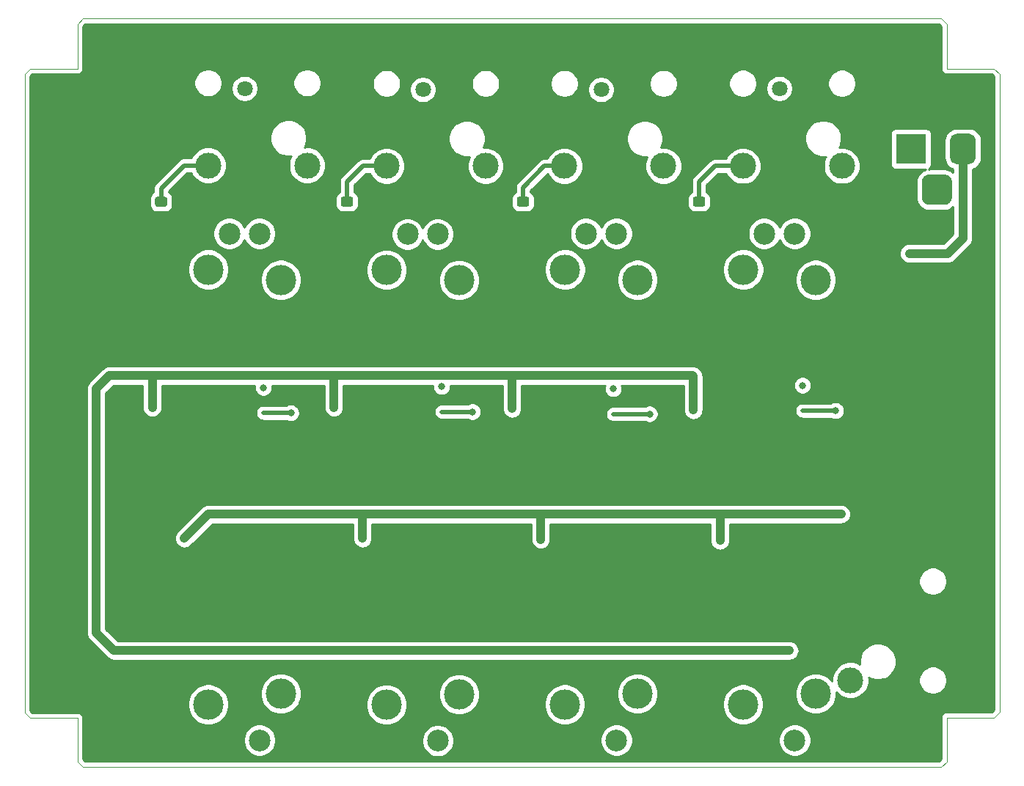
<source format=gbr>
%TF.GenerationSoftware,KiCad,Pcbnew,5.1.6-c6e7f7d~87~ubuntu18.04.1*%
%TF.CreationDate,2020-09-21T23:06:02+01:00*%
%TF.ProjectId,ActiveSplitterPedal_SOIC14,41637469-7665-4537-906c-697474657250,rev?*%
%TF.SameCoordinates,Original*%
%TF.FileFunction,Copper,L1,Top*%
%TF.FilePolarity,Positive*%
%FSLAX46Y46*%
G04 Gerber Fmt 4.6, Leading zero omitted, Abs format (unit mm)*
G04 Created by KiCad (PCBNEW 5.1.6-c6e7f7d~87~ubuntu18.04.1) date 2020-09-21 23:06:02*
%MOMM*%
%LPD*%
G01*
G04 APERTURE LIST*
%TA.AperFunction,Profile*%
%ADD10C,0.050000*%
%TD*%
%TA.AperFunction,ComponentPad*%
%ADD11C,2.500000*%
%TD*%
%TA.AperFunction,ComponentPad*%
%ADD12C,3.500000*%
%TD*%
%TA.AperFunction,ComponentPad*%
%ADD13C,1.800000*%
%TD*%
%TA.AperFunction,ComponentPad*%
%ADD14R,1.800000X1.800000*%
%TD*%
%TA.AperFunction,ComponentPad*%
%ADD15C,3.000000*%
%TD*%
%TA.AperFunction,ComponentPad*%
%ADD16R,3.500000X3.500000*%
%TD*%
%TA.AperFunction,ViaPad*%
%ADD17C,0.800000*%
%TD*%
%TA.AperFunction,Conductor*%
%ADD18C,0.500000*%
%TD*%
%TA.AperFunction,Conductor*%
%ADD19C,1.000000*%
%TD*%
%TA.AperFunction,Conductor*%
%ADD20C,0.400000*%
%TD*%
%TA.AperFunction,Conductor*%
%ADD21C,0.254000*%
%TD*%
G04 APERTURE END LIST*
D10*
X186309000Y-130429000D02*
X185674000Y-131064000D01*
X186309000Y-125349000D02*
X186309000Y-130429000D01*
X191770000Y-125349000D02*
X186309000Y-125349000D01*
X192405000Y-124714000D02*
X191770000Y-125349000D01*
X192405000Y-51054000D02*
X192405000Y-124714000D01*
X191770000Y-50419000D02*
X192405000Y-51054000D01*
X186309000Y-50419000D02*
X191770000Y-50419000D01*
X186309000Y-45275500D02*
X186309000Y-50419000D01*
X185674000Y-44640500D02*
X186309000Y-45275500D01*
X86614000Y-44640500D02*
X185674000Y-44640500D01*
X85979000Y-45275500D02*
X86614000Y-44640500D01*
X85979000Y-50419000D02*
X85979000Y-45275500D01*
X80518000Y-50419000D02*
X85979000Y-50419000D01*
X79883000Y-51054000D02*
X80518000Y-50419000D01*
X79883000Y-124777500D02*
X79883000Y-51054000D01*
X80518000Y-125412500D02*
X79883000Y-124777500D01*
X85979000Y-125412500D02*
X80518000Y-125412500D01*
X85979000Y-130429000D02*
X85979000Y-125412500D01*
X86614000Y-131064000D02*
X85979000Y-130429000D01*
X185674000Y-131064000D02*
X86614000Y-131064000D01*
D11*
%TO.P,RV3,1*%
%TO.N,Net-(R18-Pad2)*%
X127584200Y-69519800D03*
%TO.P,RV3,2*%
X124079000Y-69519800D03*
%TO.P,RV3,3*%
%TO.N,Net-(C36-Pad2)*%
X127584200Y-128016000D03*
D12*
%TO.P,RV3,*%
%TO.N,*%
X130022600Y-74853800D03*
X121666000Y-73660000D03*
X130022600Y-122656600D03*
X121640600Y-123875800D03*
%TD*%
%TO.P,R28,2*%
%TO.N,VCOM*%
%TA.AperFunction,SMDPad,CuDef*%
G36*
G01*
X95180999Y-67252000D02*
X96081001Y-67252000D01*
G75*
G02*
X96331000Y-67501999I0J-249999D01*
G01*
X96331000Y-68152001D01*
G75*
G02*
X96081001Y-68402000I-249999J0D01*
G01*
X95180999Y-68402000D01*
G75*
G02*
X94931000Y-68152001I0J249999D01*
G01*
X94931000Y-67501999D01*
G75*
G02*
X95180999Y-67252000I249999J0D01*
G01*
G37*
%TD.AperFunction*%
%TO.P,R28,1*%
%TO.N,Net-(J6-Pad2)*%
%TA.AperFunction,SMDPad,CuDef*%
G36*
G01*
X95180999Y-65202000D02*
X96081001Y-65202000D01*
G75*
G02*
X96331000Y-65451999I0J-249999D01*
G01*
X96331000Y-66102001D01*
G75*
G02*
X96081001Y-66352000I-249999J0D01*
G01*
X95180999Y-66352000D01*
G75*
G02*
X94931000Y-66102001I0J249999D01*
G01*
X94931000Y-65451999D01*
G75*
G02*
X95180999Y-65202000I249999J0D01*
G01*
G37*
%TD.AperFunction*%
%TD*%
%TO.P,R27,2*%
%TO.N,VCOM*%
%TA.AperFunction,SMDPad,CuDef*%
G36*
G01*
X116643999Y-67252000D02*
X117544001Y-67252000D01*
G75*
G02*
X117794000Y-67501999I0J-249999D01*
G01*
X117794000Y-68152001D01*
G75*
G02*
X117544001Y-68402000I-249999J0D01*
G01*
X116643999Y-68402000D01*
G75*
G02*
X116394000Y-68152001I0J249999D01*
G01*
X116394000Y-67501999D01*
G75*
G02*
X116643999Y-67252000I249999J0D01*
G01*
G37*
%TD.AperFunction*%
%TO.P,R27,1*%
%TO.N,Net-(J5-Pad2)*%
%TA.AperFunction,SMDPad,CuDef*%
G36*
G01*
X116643999Y-65202000D02*
X117544001Y-65202000D01*
G75*
G02*
X117794000Y-65451999I0J-249999D01*
G01*
X117794000Y-66102001D01*
G75*
G02*
X117544001Y-66352000I-249999J0D01*
G01*
X116643999Y-66352000D01*
G75*
G02*
X116394000Y-66102001I0J249999D01*
G01*
X116394000Y-65451999D01*
G75*
G02*
X116643999Y-65202000I249999J0D01*
G01*
G37*
%TD.AperFunction*%
%TD*%
%TO.P,R26,2*%
%TO.N,VCOM*%
%TA.AperFunction,SMDPad,CuDef*%
G36*
G01*
X136963999Y-67252000D02*
X137864001Y-67252000D01*
G75*
G02*
X138114000Y-67501999I0J-249999D01*
G01*
X138114000Y-68152001D01*
G75*
G02*
X137864001Y-68402000I-249999J0D01*
G01*
X136963999Y-68402000D01*
G75*
G02*
X136714000Y-68152001I0J249999D01*
G01*
X136714000Y-67501999D01*
G75*
G02*
X136963999Y-67252000I249999J0D01*
G01*
G37*
%TD.AperFunction*%
%TO.P,R26,1*%
%TO.N,Net-(J4-Pad2)*%
%TA.AperFunction,SMDPad,CuDef*%
G36*
G01*
X136963999Y-65202000D02*
X137864001Y-65202000D01*
G75*
G02*
X138114000Y-65451999I0J-249999D01*
G01*
X138114000Y-66102001D01*
G75*
G02*
X137864001Y-66352000I-249999J0D01*
G01*
X136963999Y-66352000D01*
G75*
G02*
X136714000Y-66102001I0J249999D01*
G01*
X136714000Y-65451999D01*
G75*
G02*
X136963999Y-65202000I249999J0D01*
G01*
G37*
%TD.AperFunction*%
%TD*%
%TO.P,R25,2*%
%TO.N,VCOM*%
%TA.AperFunction,SMDPad,CuDef*%
G36*
G01*
X157283999Y-67252000D02*
X158184001Y-67252000D01*
G75*
G02*
X158434000Y-67501999I0J-249999D01*
G01*
X158434000Y-68152001D01*
G75*
G02*
X158184001Y-68402000I-249999J0D01*
G01*
X157283999Y-68402000D01*
G75*
G02*
X157034000Y-68152001I0J249999D01*
G01*
X157034000Y-67501999D01*
G75*
G02*
X157283999Y-67252000I249999J0D01*
G01*
G37*
%TD.AperFunction*%
%TO.P,R25,1*%
%TO.N,Net-(J3-Pad2)*%
%TA.AperFunction,SMDPad,CuDef*%
G36*
G01*
X157283999Y-65202000D02*
X158184001Y-65202000D01*
G75*
G02*
X158434000Y-65451999I0J-249999D01*
G01*
X158434000Y-66102001D01*
G75*
G02*
X158184001Y-66352000I-249999J0D01*
G01*
X157283999Y-66352000D01*
G75*
G02*
X157034000Y-66102001I0J249999D01*
G01*
X157034000Y-65451999D01*
G75*
G02*
X157283999Y-65202000I249999J0D01*
G01*
G37*
%TD.AperFunction*%
%TD*%
D11*
%TO.P,RV1,1*%
%TO.N,Net-(R6-Pad2)*%
X168757600Y-69469000D03*
%TO.P,RV1,2*%
X165252400Y-69469000D03*
%TO.P,RV1,3*%
%TO.N,Net-(C14-Pad2)*%
X168757600Y-127965200D03*
D12*
%TO.P,RV1,*%
%TO.N,*%
X171196000Y-74803000D03*
X162839400Y-73609200D03*
X171196000Y-122605800D03*
X162814000Y-123825000D03*
%TD*%
D11*
%TO.P,RV2,1*%
%TO.N,Net-(R12-Pad2)*%
X148183600Y-69469000D03*
%TO.P,RV2,2*%
X144678400Y-69469000D03*
%TO.P,RV2,3*%
%TO.N,Net-(C25-Pad2)*%
X148183600Y-127965200D03*
D12*
%TO.P,RV2,*%
%TO.N,*%
X150622000Y-74803000D03*
X142265400Y-73609200D03*
X150622000Y-122605800D03*
X142240000Y-123825000D03*
%TD*%
D11*
%TO.P,RV4,1*%
%TO.N,Net-(R24-Pad2)*%
X107010200Y-69469000D03*
%TO.P,RV4,2*%
X103505000Y-69469000D03*
%TO.P,RV4,3*%
%TO.N,Net-(C47-Pad2)*%
X107010200Y-127965200D03*
D12*
%TO.P,RV4,*%
%TO.N,*%
X109448600Y-74803000D03*
X101092000Y-73609200D03*
X109448600Y-122605800D03*
X101066600Y-123825000D03*
%TD*%
D13*
%TO.P,D2,2*%
%TO.N,Net-(D2-Pad2)*%
X167005000Y-52705000D03*
D14*
%TO.P,D2,1*%
%TO.N,VCOM*%
X167005000Y-55245000D03*
%TD*%
D13*
%TO.P,D8,2*%
%TO.N,Net-(D8-Pad2)*%
X105283000Y-52705000D03*
D14*
%TO.P,D8,1*%
%TO.N,VCOM*%
X105283000Y-55245000D03*
%TD*%
D13*
%TO.P,D6,2*%
%TO.N,Net-(D6-Pad2)*%
X125857000Y-52832000D03*
D14*
%TO.P,D6,1*%
%TO.N,VCOM*%
X125857000Y-55372000D03*
%TD*%
D13*
%TO.P,D4,2*%
%TO.N,Net-(D4-Pad2)*%
X146431000Y-52832000D03*
D14*
%TO.P,D4,1*%
%TO.N,VCOM*%
X146431000Y-55372000D03*
%TD*%
D15*
%TO.P,J6,1*%
%TO.N,/sheet5F6AEF15/SIGNAL_INPUT*%
X112496600Y-61595000D03*
%TO.P,J6,2*%
%TO.N,Net-(J6-Pad2)*%
X101066600Y-61595000D03*
%TO.P,J6,3*%
%TO.N,VCOM*%
X101066600Y-48895000D03*
%TO.P,J6,4*%
X112496600Y-48895000D03*
%TD*%
%TO.P,J5,1*%
%TO.N,/sheet5F6A444D/SIGNAL_INPUT*%
X133096000Y-61658500D03*
%TO.P,J5,2*%
%TO.N,Net-(J5-Pad2)*%
X121666000Y-61658500D03*
%TO.P,J5,3*%
%TO.N,VCOM*%
X121666000Y-48958500D03*
%TO.P,J5,4*%
X133096000Y-48958500D03*
%TD*%
%TO.P,J4,1*%
%TO.N,/sheet5F6A30A3/SIGNAL_INPUT*%
X153619200Y-61658500D03*
%TO.P,J4,2*%
%TO.N,Net-(J4-Pad2)*%
X142189200Y-61658500D03*
%TO.P,J4,3*%
%TO.N,VCOM*%
X142189200Y-48958500D03*
%TO.P,J4,4*%
X153619200Y-48958500D03*
%TD*%
%TO.P,J3,1*%
%TO.N,/PeakDetector1/SIGNAL_INPUT*%
X174218600Y-61645800D03*
%TO.P,J3,2*%
%TO.N,Net-(J3-Pad2)*%
X162788600Y-61645800D03*
%TO.P,J3,3*%
%TO.N,VCOM*%
X162788600Y-48945800D03*
%TO.P,J3,4*%
X174218600Y-48945800D03*
%TD*%
%TO.P,J1,1*%
%TO.N,/InputBuffer1/SIGNAL_INPUT*%
X175196500Y-121031000D03*
%TO.P,J1,2*%
%TO.N,VCOM*%
X175196500Y-109601000D03*
%TO.P,J1,3*%
X187896500Y-109601000D03*
%TO.P,J1,4*%
X187896500Y-121031000D03*
%TD*%
%TO.P,J2,3*%
%TO.N,N/C*%
%TA.AperFunction,ComponentPad*%
G36*
G01*
X186931500Y-63515000D02*
X186931500Y-65265000D01*
G75*
G02*
X186056500Y-66140000I-875000J0D01*
G01*
X184306500Y-66140000D01*
G75*
G02*
X183431500Y-65265000I0J875000D01*
G01*
X183431500Y-63515000D01*
G75*
G02*
X184306500Y-62640000I875000J0D01*
G01*
X186056500Y-62640000D01*
G75*
G02*
X186931500Y-63515000I0J-875000D01*
G01*
G37*
%TD.AperFunction*%
%TO.P,J2,2*%
%TO.N,/PowerSupply/+9V_IN*%
%TA.AperFunction,ComponentPad*%
G36*
G01*
X189681500Y-58690000D02*
X189681500Y-60690000D01*
G75*
G02*
X188931500Y-61440000I-750000J0D01*
G01*
X187431500Y-61440000D01*
G75*
G02*
X186681500Y-60690000I0J750000D01*
G01*
X186681500Y-58690000D01*
G75*
G02*
X187431500Y-57940000I750000J0D01*
G01*
X188931500Y-57940000D01*
G75*
G02*
X189681500Y-58690000I0J-750000D01*
G01*
G37*
%TD.AperFunction*%
D16*
%TO.P,J2,1*%
%TO.N,GNDS*%
X182181500Y-59690000D03*
%TD*%
D17*
%TO.N,Net-(D2-Pad2)*%
X169672000Y-86995000D03*
X173482000Y-89916000D03*
%TO.N,Net-(D4-Pad2)*%
X152019000Y-90297000D03*
X147828000Y-87385012D03*
%TO.N,/PowerSupply/+9V_IN*%
X181991000Y-71755000D03*
%TO.N,Net-(D6-Pad2)*%
X131572000Y-90043000D03*
X128016000Y-87122000D03*
%TO.N,Net-(D8-Pad2)*%
X107442000Y-87249000D03*
X110617000Y-90170000D03*
%TO.N,VCOM*%
X146558000Y-106045000D03*
X125984000Y-106045000D03*
X105664000Y-106299000D03*
X167132000Y-106299000D03*
X134874000Y-105410000D03*
X155439000Y-105537000D03*
X114300000Y-105410000D03*
X93726000Y-106172000D03*
X112903000Y-109920000D03*
X92329000Y-109920000D03*
X133477000Y-109920000D03*
X154051000Y-109855000D03*
X185928000Y-86106000D03*
X174244000Y-95631000D03*
X187579000Y-101727000D03*
X178752500Y-102362000D03*
X105918000Y-78613000D03*
X125857000Y-78232000D03*
X146304000Y-78359000D03*
X167640000Y-78359000D03*
%TO.N,+3V3*%
X160147000Y-104902000D03*
X139446000Y-104775000D03*
X118872000Y-104648000D03*
X98298000Y-104648000D03*
X174117000Y-101854000D03*
%TO.N,-3V3*%
X154051000Y-117602000D03*
X133477000Y-117602000D03*
X112776000Y-117602000D03*
X92329000Y-117602000D03*
X94615000Y-86614000D03*
X115570000Y-86614000D03*
X157062000Y-86905000D03*
X136144000Y-86741000D03*
X168148000Y-117602000D03*
%TD*%
D18*
%TO.N,Net-(D2-Pad2)*%
X173482000Y-89916000D02*
X169672000Y-89916000D01*
%TO.N,Net-(D4-Pad2)*%
X147828000Y-90306012D02*
X152009988Y-90306012D01*
X152009988Y-90306012D02*
X152019000Y-90297000D01*
D19*
%TO.N,/PowerSupply/+9V_IN*%
X186436000Y-71755000D02*
X181991000Y-71755000D01*
X188181500Y-70009500D02*
X186436000Y-71755000D01*
X188181500Y-59690000D02*
X188181500Y-70009500D01*
D20*
%TO.N,Net-(D6-Pad2)*%
X130937000Y-90043000D02*
X131572000Y-90043000D01*
D18*
X128016000Y-90043000D02*
X131572000Y-90043000D01*
%TO.N,Net-(D8-Pad2)*%
X107442000Y-90170000D02*
X110617000Y-90170000D01*
D19*
%TO.N,+3V3*%
X118929000Y-102165000D02*
X118618000Y-101854000D01*
X139700000Y-101854000D02*
X118618000Y-101854000D01*
X160147000Y-104902000D02*
X160147000Y-101854000D01*
X139503000Y-102051000D02*
X139700000Y-101854000D01*
X139446000Y-104775000D02*
X139446000Y-102051000D01*
X118872000Y-102108000D02*
X118618000Y-101854000D01*
X118872000Y-104648000D02*
X118872000Y-102108000D01*
X174117000Y-101854000D02*
X139700000Y-101854000D01*
X101092000Y-101854000D02*
X98298000Y-104648000D01*
X118618000Y-101854000D02*
X101092000Y-101854000D01*
%TO.N,-3V3*%
X154051000Y-117602000D02*
X133477000Y-117602000D01*
X133477000Y-117602000D02*
X132062787Y-117602000D01*
X132062787Y-117602000D02*
X112776000Y-117602000D01*
X112776000Y-117602000D02*
X92201964Y-117602000D01*
X92201964Y-117602000D02*
X90170000Y-117602000D01*
X90170000Y-117602000D02*
X88138000Y-115570000D01*
X88138000Y-115570000D02*
X88138000Y-87376000D01*
X88138000Y-87376000D02*
X89662000Y-85852000D01*
X94615000Y-85979000D02*
X94488000Y-85852000D01*
X94615000Y-89535000D02*
X94615000Y-85979000D01*
X89662000Y-85852000D02*
X94488000Y-85852000D01*
X115570000Y-86106000D02*
X115824000Y-85852000D01*
X115570000Y-89535000D02*
X115570000Y-86106000D01*
X94488000Y-85852000D02*
X115824000Y-85852000D01*
X136144000Y-86106000D02*
X136398000Y-85852000D01*
X136144000Y-89662000D02*
X136144000Y-86106000D01*
X115824000Y-85852000D02*
X136398000Y-85852000D01*
X156972000Y-85852000D02*
X136398000Y-85852000D01*
X157062000Y-85942000D02*
X156972000Y-85852000D01*
X157062000Y-89826000D02*
X157062000Y-85942000D01*
X168148000Y-117602000D02*
X154051000Y-117602000D01*
D18*
%TO.N,Net-(J3-Pad2)*%
X157734000Y-65777000D02*
X157734000Y-63500000D01*
X159588200Y-61645800D02*
X162788600Y-61645800D01*
X157734000Y-63500000D02*
X159588200Y-61645800D01*
%TO.N,Net-(J4-Pad2)*%
X139890500Y-61658500D02*
X142189200Y-61658500D01*
X137414000Y-65777000D02*
X137414000Y-64135000D01*
X137414000Y-64135000D02*
X139890500Y-61658500D01*
%TO.N,Net-(J5-Pad2)*%
X118935500Y-61658500D02*
X121666000Y-61658500D01*
X117094000Y-65777000D02*
X117094000Y-63500000D01*
X117094000Y-63500000D02*
X118935500Y-61658500D01*
%TO.N,Net-(J6-Pad2)*%
X98298000Y-61595000D02*
X101066600Y-61595000D01*
X95631000Y-65777000D02*
X95631000Y-64262000D01*
X95631000Y-64262000D02*
X98298000Y-61595000D01*
%TD*%
D21*
%TO.N,VCOM*%
G36*
X185649000Y-45548881D02*
G01*
X185649001Y-50386571D01*
X185645807Y-50419000D01*
X185658550Y-50548383D01*
X185696290Y-50672793D01*
X185757575Y-50787450D01*
X185840052Y-50887948D01*
X185940550Y-50970425D01*
X186055207Y-51031710D01*
X186179617Y-51069450D01*
X186276581Y-51079000D01*
X186309000Y-51082193D01*
X186341419Y-51079000D01*
X191496620Y-51079000D01*
X191745000Y-51327381D01*
X191745001Y-124440618D01*
X191496620Y-124689000D01*
X186341419Y-124689000D01*
X186309000Y-124685807D01*
X186276581Y-124689000D01*
X186179617Y-124698550D01*
X186055207Y-124736290D01*
X185940550Y-124797575D01*
X185840052Y-124880052D01*
X185757575Y-124980550D01*
X185696290Y-125095207D01*
X185658550Y-125219617D01*
X185645807Y-125349000D01*
X185649000Y-125381419D01*
X185649001Y-130155618D01*
X185400620Y-130404000D01*
X86887381Y-130404000D01*
X86639000Y-130155620D01*
X86639000Y-127779544D01*
X105125200Y-127779544D01*
X105125200Y-128150856D01*
X105197639Y-128515034D01*
X105339734Y-128858082D01*
X105546025Y-129166818D01*
X105808582Y-129429375D01*
X106117318Y-129635666D01*
X106460366Y-129777761D01*
X106824544Y-129850200D01*
X107195856Y-129850200D01*
X107560034Y-129777761D01*
X107903082Y-129635666D01*
X108211818Y-129429375D01*
X108474375Y-129166818D01*
X108680666Y-128858082D01*
X108822761Y-128515034D01*
X108895200Y-128150856D01*
X108895200Y-127830344D01*
X125699200Y-127830344D01*
X125699200Y-128201656D01*
X125771639Y-128565834D01*
X125913734Y-128908882D01*
X126120025Y-129217618D01*
X126382582Y-129480175D01*
X126691318Y-129686466D01*
X127034366Y-129828561D01*
X127398544Y-129901000D01*
X127769856Y-129901000D01*
X128134034Y-129828561D01*
X128477082Y-129686466D01*
X128785818Y-129480175D01*
X129048375Y-129217618D01*
X129254666Y-128908882D01*
X129396761Y-128565834D01*
X129469200Y-128201656D01*
X129469200Y-127830344D01*
X129459096Y-127779544D01*
X146298600Y-127779544D01*
X146298600Y-128150856D01*
X146371039Y-128515034D01*
X146513134Y-128858082D01*
X146719425Y-129166818D01*
X146981982Y-129429375D01*
X147290718Y-129635666D01*
X147633766Y-129777761D01*
X147997944Y-129850200D01*
X148369256Y-129850200D01*
X148733434Y-129777761D01*
X149076482Y-129635666D01*
X149385218Y-129429375D01*
X149647775Y-129166818D01*
X149854066Y-128858082D01*
X149996161Y-128515034D01*
X150068600Y-128150856D01*
X150068600Y-127779544D01*
X166872600Y-127779544D01*
X166872600Y-128150856D01*
X166945039Y-128515034D01*
X167087134Y-128858082D01*
X167293425Y-129166818D01*
X167555982Y-129429375D01*
X167864718Y-129635666D01*
X168207766Y-129777761D01*
X168571944Y-129850200D01*
X168943256Y-129850200D01*
X169307434Y-129777761D01*
X169650482Y-129635666D01*
X169959218Y-129429375D01*
X170221775Y-129166818D01*
X170428066Y-128858082D01*
X170570161Y-128515034D01*
X170642600Y-128150856D01*
X170642600Y-127779544D01*
X170570161Y-127415366D01*
X170428066Y-127072318D01*
X170221775Y-126763582D01*
X169959218Y-126501025D01*
X169650482Y-126294734D01*
X169307434Y-126152639D01*
X168943256Y-126080200D01*
X168571944Y-126080200D01*
X168207766Y-126152639D01*
X167864718Y-126294734D01*
X167555982Y-126501025D01*
X167293425Y-126763582D01*
X167087134Y-127072318D01*
X166945039Y-127415366D01*
X166872600Y-127779544D01*
X150068600Y-127779544D01*
X149996161Y-127415366D01*
X149854066Y-127072318D01*
X149647775Y-126763582D01*
X149385218Y-126501025D01*
X149076482Y-126294734D01*
X148733434Y-126152639D01*
X148369256Y-126080200D01*
X147997944Y-126080200D01*
X147633766Y-126152639D01*
X147290718Y-126294734D01*
X146981982Y-126501025D01*
X146719425Y-126763582D01*
X146513134Y-127072318D01*
X146371039Y-127415366D01*
X146298600Y-127779544D01*
X129459096Y-127779544D01*
X129396761Y-127466166D01*
X129254666Y-127123118D01*
X129048375Y-126814382D01*
X128785818Y-126551825D01*
X128477082Y-126345534D01*
X128134034Y-126203439D01*
X127769856Y-126131000D01*
X127398544Y-126131000D01*
X127034366Y-126203439D01*
X126691318Y-126345534D01*
X126382582Y-126551825D01*
X126120025Y-126814382D01*
X125913734Y-127123118D01*
X125771639Y-127466166D01*
X125699200Y-127830344D01*
X108895200Y-127830344D01*
X108895200Y-127779544D01*
X108822761Y-127415366D01*
X108680666Y-127072318D01*
X108474375Y-126763582D01*
X108211818Y-126501025D01*
X107903082Y-126294734D01*
X107560034Y-126152639D01*
X107195856Y-126080200D01*
X106824544Y-126080200D01*
X106460366Y-126152639D01*
X106117318Y-126294734D01*
X105808582Y-126501025D01*
X105546025Y-126763582D01*
X105339734Y-127072318D01*
X105197639Y-127415366D01*
X105125200Y-127779544D01*
X86639000Y-127779544D01*
X86639000Y-125444919D01*
X86642193Y-125412500D01*
X86629450Y-125283117D01*
X86591710Y-125158707D01*
X86530425Y-125044050D01*
X86447948Y-124943552D01*
X86347450Y-124861075D01*
X86232793Y-124799790D01*
X86108383Y-124762050D01*
X86011419Y-124752500D01*
X85979000Y-124749307D01*
X85946581Y-124752500D01*
X80791381Y-124752500D01*
X80543000Y-124504120D01*
X80543000Y-123590098D01*
X98681600Y-123590098D01*
X98681600Y-124059902D01*
X98773254Y-124520679D01*
X98953040Y-124954721D01*
X99214050Y-125345349D01*
X99546251Y-125677550D01*
X99936879Y-125938560D01*
X100370921Y-126118346D01*
X100831698Y-126210000D01*
X101301502Y-126210000D01*
X101762279Y-126118346D01*
X102196321Y-125938560D01*
X102586949Y-125677550D01*
X102919150Y-125345349D01*
X103180160Y-124954721D01*
X103359946Y-124520679D01*
X103451600Y-124059902D01*
X103451600Y-123590098D01*
X103359946Y-123129321D01*
X103180160Y-122695279D01*
X102963415Y-122370898D01*
X107063600Y-122370898D01*
X107063600Y-122840702D01*
X107155254Y-123301479D01*
X107335040Y-123735521D01*
X107596050Y-124126149D01*
X107928251Y-124458350D01*
X108318879Y-124719360D01*
X108752921Y-124899146D01*
X109213698Y-124990800D01*
X109683502Y-124990800D01*
X110144279Y-124899146D01*
X110578321Y-124719360D01*
X110968949Y-124458350D01*
X111301150Y-124126149D01*
X111562160Y-123735521D01*
X111601354Y-123640898D01*
X119255600Y-123640898D01*
X119255600Y-124110702D01*
X119347254Y-124571479D01*
X119527040Y-125005521D01*
X119788050Y-125396149D01*
X120120251Y-125728350D01*
X120510879Y-125989360D01*
X120944921Y-126169146D01*
X121405698Y-126260800D01*
X121875502Y-126260800D01*
X122336279Y-126169146D01*
X122770321Y-125989360D01*
X123160949Y-125728350D01*
X123493150Y-125396149D01*
X123754160Y-125005521D01*
X123933946Y-124571479D01*
X124025600Y-124110702D01*
X124025600Y-123640898D01*
X123933946Y-123180121D01*
X123754160Y-122746079D01*
X123537415Y-122421698D01*
X127637600Y-122421698D01*
X127637600Y-122891502D01*
X127729254Y-123352279D01*
X127909040Y-123786321D01*
X128170050Y-124176949D01*
X128502251Y-124509150D01*
X128892879Y-124770160D01*
X129326921Y-124949946D01*
X129787698Y-125041600D01*
X130257502Y-125041600D01*
X130718279Y-124949946D01*
X131152321Y-124770160D01*
X131542949Y-124509150D01*
X131875150Y-124176949D01*
X132136160Y-123786321D01*
X132217438Y-123590098D01*
X139855000Y-123590098D01*
X139855000Y-124059902D01*
X139946654Y-124520679D01*
X140126440Y-124954721D01*
X140387450Y-125345349D01*
X140719651Y-125677550D01*
X141110279Y-125938560D01*
X141544321Y-126118346D01*
X142005098Y-126210000D01*
X142474902Y-126210000D01*
X142935679Y-126118346D01*
X143369721Y-125938560D01*
X143760349Y-125677550D01*
X144092550Y-125345349D01*
X144353560Y-124954721D01*
X144533346Y-124520679D01*
X144625000Y-124059902D01*
X144625000Y-123590098D01*
X144533346Y-123129321D01*
X144353560Y-122695279D01*
X144136815Y-122370898D01*
X148237000Y-122370898D01*
X148237000Y-122840702D01*
X148328654Y-123301479D01*
X148508440Y-123735521D01*
X148769450Y-124126149D01*
X149101651Y-124458350D01*
X149492279Y-124719360D01*
X149926321Y-124899146D01*
X150387098Y-124990800D01*
X150856902Y-124990800D01*
X151317679Y-124899146D01*
X151751721Y-124719360D01*
X152142349Y-124458350D01*
X152474550Y-124126149D01*
X152735560Y-123735521D01*
X152795796Y-123590098D01*
X160429000Y-123590098D01*
X160429000Y-124059902D01*
X160520654Y-124520679D01*
X160700440Y-124954721D01*
X160961450Y-125345349D01*
X161293651Y-125677550D01*
X161684279Y-125938560D01*
X162118321Y-126118346D01*
X162579098Y-126210000D01*
X163048902Y-126210000D01*
X163509679Y-126118346D01*
X163943721Y-125938560D01*
X164334349Y-125677550D01*
X164666550Y-125345349D01*
X164927560Y-124954721D01*
X165107346Y-124520679D01*
X165199000Y-124059902D01*
X165199000Y-123590098D01*
X165107346Y-123129321D01*
X164927560Y-122695279D01*
X164710815Y-122370898D01*
X168811000Y-122370898D01*
X168811000Y-122840702D01*
X168902654Y-123301479D01*
X169082440Y-123735521D01*
X169343450Y-124126149D01*
X169675651Y-124458350D01*
X170066279Y-124719360D01*
X170500321Y-124899146D01*
X170961098Y-124990800D01*
X171430902Y-124990800D01*
X171891679Y-124899146D01*
X172325721Y-124719360D01*
X172716349Y-124458350D01*
X173048550Y-124126149D01*
X173309560Y-123735521D01*
X173489346Y-123301479D01*
X173581000Y-122840702D01*
X173581000Y-122434846D01*
X173835517Y-122689363D01*
X174185198Y-122923012D01*
X174573744Y-123083953D01*
X174986221Y-123166000D01*
X175406779Y-123166000D01*
X175819256Y-123083953D01*
X176207802Y-122923012D01*
X176557483Y-122689363D01*
X176854863Y-122391983D01*
X177088512Y-122042302D01*
X177249453Y-121653756D01*
X177331500Y-121241279D01*
X177331500Y-120820721D01*
X177314092Y-120733205D01*
X177360198Y-120764012D01*
X177748744Y-120924953D01*
X178161221Y-121007000D01*
X178581779Y-121007000D01*
X178994256Y-120924953D01*
X179127003Y-120869967D01*
X183086500Y-120869967D01*
X183086500Y-121192033D01*
X183149332Y-121507912D01*
X183272582Y-121805463D01*
X183451513Y-122073252D01*
X183679248Y-122300987D01*
X183947037Y-122479918D01*
X184244588Y-122603168D01*
X184560467Y-122666000D01*
X184882533Y-122666000D01*
X185198412Y-122603168D01*
X185495963Y-122479918D01*
X185763752Y-122300987D01*
X185991487Y-122073252D01*
X186170418Y-121805463D01*
X186293668Y-121507912D01*
X186356500Y-121192033D01*
X186356500Y-120869967D01*
X186293668Y-120554088D01*
X186170418Y-120256537D01*
X185991487Y-119988748D01*
X185763752Y-119761013D01*
X185495963Y-119582082D01*
X185198412Y-119458832D01*
X184882533Y-119396000D01*
X184560467Y-119396000D01*
X184244588Y-119458832D01*
X183947037Y-119582082D01*
X183679248Y-119761013D01*
X183451513Y-119988748D01*
X183272582Y-120256537D01*
X183149332Y-120554088D01*
X183086500Y-120869967D01*
X179127003Y-120869967D01*
X179382802Y-120764012D01*
X179732483Y-120530363D01*
X180029863Y-120232983D01*
X180263512Y-119883302D01*
X180424453Y-119494756D01*
X180506500Y-119082279D01*
X180506500Y-118661721D01*
X180424453Y-118249244D01*
X180263512Y-117860698D01*
X180029863Y-117511017D01*
X179732483Y-117213637D01*
X179382802Y-116979988D01*
X178994256Y-116819047D01*
X178581779Y-116737000D01*
X178161221Y-116737000D01*
X177748744Y-116819047D01*
X177360198Y-116979988D01*
X177010517Y-117213637D01*
X176713137Y-117511017D01*
X176479488Y-117860698D01*
X176318547Y-118249244D01*
X176236500Y-118661721D01*
X176236500Y-119082279D01*
X176253908Y-119169795D01*
X176207802Y-119138988D01*
X175819256Y-118978047D01*
X175406779Y-118896000D01*
X174986221Y-118896000D01*
X174573744Y-118978047D01*
X174185198Y-119138988D01*
X173835517Y-119372637D01*
X173538137Y-119670017D01*
X173304488Y-120019698D01*
X173143547Y-120408244D01*
X173061500Y-120820721D01*
X173061500Y-121104832D01*
X173048550Y-121085451D01*
X172716349Y-120753250D01*
X172325721Y-120492240D01*
X171891679Y-120312454D01*
X171430902Y-120220800D01*
X170961098Y-120220800D01*
X170500321Y-120312454D01*
X170066279Y-120492240D01*
X169675651Y-120753250D01*
X169343450Y-121085451D01*
X169082440Y-121476079D01*
X168902654Y-121910121D01*
X168811000Y-122370898D01*
X164710815Y-122370898D01*
X164666550Y-122304651D01*
X164334349Y-121972450D01*
X163943721Y-121711440D01*
X163509679Y-121531654D01*
X163048902Y-121440000D01*
X162579098Y-121440000D01*
X162118321Y-121531654D01*
X161684279Y-121711440D01*
X161293651Y-121972450D01*
X160961450Y-122304651D01*
X160700440Y-122695279D01*
X160520654Y-123129321D01*
X160429000Y-123590098D01*
X152795796Y-123590098D01*
X152915346Y-123301479D01*
X153007000Y-122840702D01*
X153007000Y-122370898D01*
X152915346Y-121910121D01*
X152735560Y-121476079D01*
X152474550Y-121085451D01*
X152142349Y-120753250D01*
X151751721Y-120492240D01*
X151317679Y-120312454D01*
X150856902Y-120220800D01*
X150387098Y-120220800D01*
X149926321Y-120312454D01*
X149492279Y-120492240D01*
X149101651Y-120753250D01*
X148769450Y-121085451D01*
X148508440Y-121476079D01*
X148328654Y-121910121D01*
X148237000Y-122370898D01*
X144136815Y-122370898D01*
X144092550Y-122304651D01*
X143760349Y-121972450D01*
X143369721Y-121711440D01*
X142935679Y-121531654D01*
X142474902Y-121440000D01*
X142005098Y-121440000D01*
X141544321Y-121531654D01*
X141110279Y-121711440D01*
X140719651Y-121972450D01*
X140387450Y-122304651D01*
X140126440Y-122695279D01*
X139946654Y-123129321D01*
X139855000Y-123590098D01*
X132217438Y-123590098D01*
X132315946Y-123352279D01*
X132407600Y-122891502D01*
X132407600Y-122421698D01*
X132315946Y-121960921D01*
X132136160Y-121526879D01*
X131875150Y-121136251D01*
X131542949Y-120804050D01*
X131152321Y-120543040D01*
X130718279Y-120363254D01*
X130257502Y-120271600D01*
X129787698Y-120271600D01*
X129326921Y-120363254D01*
X128892879Y-120543040D01*
X128502251Y-120804050D01*
X128170050Y-121136251D01*
X127909040Y-121526879D01*
X127729254Y-121960921D01*
X127637600Y-122421698D01*
X123537415Y-122421698D01*
X123493150Y-122355451D01*
X123160949Y-122023250D01*
X122770321Y-121762240D01*
X122336279Y-121582454D01*
X121875502Y-121490800D01*
X121405698Y-121490800D01*
X120944921Y-121582454D01*
X120510879Y-121762240D01*
X120120251Y-122023250D01*
X119788050Y-122355451D01*
X119527040Y-122746079D01*
X119347254Y-123180121D01*
X119255600Y-123640898D01*
X111601354Y-123640898D01*
X111741946Y-123301479D01*
X111833600Y-122840702D01*
X111833600Y-122370898D01*
X111741946Y-121910121D01*
X111562160Y-121476079D01*
X111301150Y-121085451D01*
X110968949Y-120753250D01*
X110578321Y-120492240D01*
X110144279Y-120312454D01*
X109683502Y-120220800D01*
X109213698Y-120220800D01*
X108752921Y-120312454D01*
X108318879Y-120492240D01*
X107928251Y-120753250D01*
X107596050Y-121085451D01*
X107335040Y-121476079D01*
X107155254Y-121910121D01*
X107063600Y-122370898D01*
X102963415Y-122370898D01*
X102919150Y-122304651D01*
X102586949Y-121972450D01*
X102196321Y-121711440D01*
X101762279Y-121531654D01*
X101301502Y-121440000D01*
X100831698Y-121440000D01*
X100370921Y-121531654D01*
X99936879Y-121711440D01*
X99546251Y-121972450D01*
X99214050Y-122304651D01*
X98953040Y-122695279D01*
X98773254Y-123129321D01*
X98681600Y-123590098D01*
X80543000Y-123590098D01*
X80543000Y-87376000D01*
X86997509Y-87376000D01*
X87003001Y-87431762D01*
X87003000Y-115514249D01*
X86997509Y-115570000D01*
X87003000Y-115625751D01*
X87019423Y-115792498D01*
X87084324Y-116006446D01*
X87189716Y-116203623D01*
X87331551Y-116376449D01*
X87374865Y-116411996D01*
X89328009Y-118365141D01*
X89363551Y-118408449D01*
X89536377Y-118550284D01*
X89733553Y-118655676D01*
X89947501Y-118720577D01*
X90170000Y-118742491D01*
X90225751Y-118737000D01*
X168203752Y-118737000D01*
X168370499Y-118720577D01*
X168584447Y-118655676D01*
X168781623Y-118550284D01*
X168954449Y-118408449D01*
X169096284Y-118235623D01*
X169201676Y-118038447D01*
X169266577Y-117824499D01*
X169288491Y-117602000D01*
X169266577Y-117379501D01*
X169201676Y-117165553D01*
X169096284Y-116968377D01*
X168954449Y-116795551D01*
X168781623Y-116653716D01*
X168584447Y-116548324D01*
X168370499Y-116483423D01*
X168203752Y-116467000D01*
X90640132Y-116467000D01*
X89273000Y-115099869D01*
X89273000Y-109439967D01*
X183086500Y-109439967D01*
X183086500Y-109762033D01*
X183149332Y-110077912D01*
X183272582Y-110375463D01*
X183451513Y-110643252D01*
X183679248Y-110870987D01*
X183947037Y-111049918D01*
X184244588Y-111173168D01*
X184560467Y-111236000D01*
X184882533Y-111236000D01*
X185198412Y-111173168D01*
X185495963Y-111049918D01*
X185763752Y-110870987D01*
X185991487Y-110643252D01*
X186170418Y-110375463D01*
X186293668Y-110077912D01*
X186356500Y-109762033D01*
X186356500Y-109439967D01*
X186293668Y-109124088D01*
X186170418Y-108826537D01*
X185991487Y-108558748D01*
X185763752Y-108331013D01*
X185495963Y-108152082D01*
X185198412Y-108028832D01*
X184882533Y-107966000D01*
X184560467Y-107966000D01*
X184244588Y-108028832D01*
X183947037Y-108152082D01*
X183679248Y-108331013D01*
X183451513Y-108558748D01*
X183272582Y-108826537D01*
X183149332Y-109124088D01*
X183086500Y-109439967D01*
X89273000Y-109439967D01*
X89273000Y-104648000D01*
X97157509Y-104648000D01*
X97179423Y-104870498D01*
X97244324Y-105084446D01*
X97349717Y-105281622D01*
X97491552Y-105454448D01*
X97664378Y-105596283D01*
X97861554Y-105701676D01*
X98075502Y-105766577D01*
X98298000Y-105788491D01*
X98520498Y-105766577D01*
X98734446Y-105701676D01*
X98931622Y-105596283D01*
X99061143Y-105489988D01*
X101562133Y-102989000D01*
X117737001Y-102989000D01*
X117737000Y-104703751D01*
X117753423Y-104870498D01*
X117818324Y-105084446D01*
X117923716Y-105281623D01*
X118065551Y-105454449D01*
X118238377Y-105596284D01*
X118435553Y-105701676D01*
X118649501Y-105766577D01*
X118872000Y-105788491D01*
X119094498Y-105766577D01*
X119308446Y-105701676D01*
X119505623Y-105596284D01*
X119678449Y-105454449D01*
X119820284Y-105281623D01*
X119925676Y-105084447D01*
X119990577Y-104870499D01*
X120007000Y-104703752D01*
X120007000Y-102989000D01*
X138311001Y-102989000D01*
X138311000Y-104830751D01*
X138327423Y-104997498D01*
X138392324Y-105211446D01*
X138497716Y-105408623D01*
X138639551Y-105581449D01*
X138812377Y-105723284D01*
X139009553Y-105828676D01*
X139223501Y-105893577D01*
X139446000Y-105915491D01*
X139668498Y-105893577D01*
X139882446Y-105828676D01*
X140079623Y-105723284D01*
X140252449Y-105581449D01*
X140394284Y-105408623D01*
X140499676Y-105211447D01*
X140564577Y-104997499D01*
X140581000Y-104830752D01*
X140581000Y-102989000D01*
X159012001Y-102989000D01*
X159012000Y-104957751D01*
X159028423Y-105124498D01*
X159093324Y-105338446D01*
X159198716Y-105535623D01*
X159340551Y-105708449D01*
X159513377Y-105850284D01*
X159710553Y-105955676D01*
X159924501Y-106020577D01*
X160147000Y-106042491D01*
X160369498Y-106020577D01*
X160583446Y-105955676D01*
X160780623Y-105850284D01*
X160953449Y-105708449D01*
X161095284Y-105535623D01*
X161200676Y-105338447D01*
X161265577Y-105124499D01*
X161282000Y-104957752D01*
X161282000Y-102989000D01*
X174172752Y-102989000D01*
X174339499Y-102972577D01*
X174553447Y-102907676D01*
X174750623Y-102802284D01*
X174923449Y-102660449D01*
X175065284Y-102487623D01*
X175170676Y-102290447D01*
X175235577Y-102076499D01*
X175257491Y-101854000D01*
X175235577Y-101631501D01*
X175170676Y-101417553D01*
X175065284Y-101220377D01*
X174923449Y-101047551D01*
X174750623Y-100905716D01*
X174553447Y-100800324D01*
X174339499Y-100735423D01*
X174172752Y-100719000D01*
X160202752Y-100719000D01*
X160147000Y-100713509D01*
X160091249Y-100719000D01*
X139755751Y-100719000D01*
X139699999Y-100713509D01*
X139644248Y-100719000D01*
X118673751Y-100719000D01*
X118618000Y-100713509D01*
X118562249Y-100719000D01*
X101147752Y-100719000D01*
X101092000Y-100713509D01*
X100869501Y-100735423D01*
X100655553Y-100800324D01*
X100458377Y-100905716D01*
X100328856Y-101012011D01*
X100328855Y-101012012D01*
X100285551Y-101047551D01*
X100250013Y-101090854D01*
X97456012Y-103884857D01*
X97349717Y-104014378D01*
X97244324Y-104211554D01*
X97179423Y-104425502D01*
X97157509Y-104648000D01*
X89273000Y-104648000D01*
X89273000Y-87846131D01*
X90132132Y-86987000D01*
X93480001Y-86987000D01*
X93480000Y-89590751D01*
X93496423Y-89757498D01*
X93561324Y-89971446D01*
X93666716Y-90168623D01*
X93808551Y-90341449D01*
X93981377Y-90483284D01*
X94178553Y-90588676D01*
X94392501Y-90653577D01*
X94615000Y-90675491D01*
X94837498Y-90653577D01*
X95051446Y-90588676D01*
X95248623Y-90483284D01*
X95421449Y-90341449D01*
X95562153Y-90170000D01*
X106552718Y-90170000D01*
X106569805Y-90343490D01*
X106620411Y-90510313D01*
X106702589Y-90664059D01*
X106813183Y-90798817D01*
X106947941Y-90909411D01*
X107101687Y-90991589D01*
X107268510Y-91042195D01*
X107398523Y-91055000D01*
X110078546Y-91055000D01*
X110126744Y-91087205D01*
X110315102Y-91165226D01*
X110515061Y-91205000D01*
X110718939Y-91205000D01*
X110918898Y-91165226D01*
X111107256Y-91087205D01*
X111276774Y-90973937D01*
X111420937Y-90829774D01*
X111534205Y-90660256D01*
X111612226Y-90471898D01*
X111652000Y-90271939D01*
X111652000Y-90068061D01*
X111612226Y-89868102D01*
X111534205Y-89679744D01*
X111420937Y-89510226D01*
X111276774Y-89366063D01*
X111107256Y-89252795D01*
X110918898Y-89174774D01*
X110718939Y-89135000D01*
X110515061Y-89135000D01*
X110315102Y-89174774D01*
X110126744Y-89252795D01*
X110078546Y-89285000D01*
X107398523Y-89285000D01*
X107268510Y-89297805D01*
X107101687Y-89348411D01*
X106947941Y-89430589D01*
X106813183Y-89541183D01*
X106702589Y-89675941D01*
X106620411Y-89829687D01*
X106569805Y-89996510D01*
X106552718Y-90170000D01*
X95562153Y-90170000D01*
X95563284Y-90168623D01*
X95668676Y-89971447D01*
X95733577Y-89757499D01*
X95750000Y-89590752D01*
X95750000Y-86987000D01*
X106438838Y-86987000D01*
X106407000Y-87147061D01*
X106407000Y-87350939D01*
X106446774Y-87550898D01*
X106524795Y-87739256D01*
X106638063Y-87908774D01*
X106782226Y-88052937D01*
X106951744Y-88166205D01*
X107140102Y-88244226D01*
X107340061Y-88284000D01*
X107543939Y-88284000D01*
X107743898Y-88244226D01*
X107932256Y-88166205D01*
X108101774Y-88052937D01*
X108245937Y-87908774D01*
X108359205Y-87739256D01*
X108437226Y-87550898D01*
X108477000Y-87350939D01*
X108477000Y-87147061D01*
X108445162Y-86987000D01*
X114435001Y-86987000D01*
X114435000Y-89590751D01*
X114451423Y-89757498D01*
X114516324Y-89971446D01*
X114621716Y-90168623D01*
X114763551Y-90341449D01*
X114936377Y-90483284D01*
X115133553Y-90588676D01*
X115347501Y-90653577D01*
X115570000Y-90675491D01*
X115792498Y-90653577D01*
X116006446Y-90588676D01*
X116203623Y-90483284D01*
X116376449Y-90341449D01*
X116518284Y-90168623D01*
X116585430Y-90043000D01*
X127126718Y-90043000D01*
X127143805Y-90216490D01*
X127194411Y-90383313D01*
X127276589Y-90537059D01*
X127387183Y-90671817D01*
X127521941Y-90782411D01*
X127675687Y-90864589D01*
X127842510Y-90915195D01*
X127972523Y-90928000D01*
X131033546Y-90928000D01*
X131081744Y-90960205D01*
X131270102Y-91038226D01*
X131470061Y-91078000D01*
X131673939Y-91078000D01*
X131873898Y-91038226D01*
X132062256Y-90960205D01*
X132231774Y-90846937D01*
X132375937Y-90702774D01*
X132489205Y-90533256D01*
X132567226Y-90344898D01*
X132607000Y-90144939D01*
X132607000Y-89941061D01*
X132567226Y-89741102D01*
X132489205Y-89552744D01*
X132375937Y-89383226D01*
X132231774Y-89239063D01*
X132062256Y-89125795D01*
X131873898Y-89047774D01*
X131673939Y-89008000D01*
X131470061Y-89008000D01*
X131270102Y-89047774D01*
X131081744Y-89125795D01*
X131033546Y-89158000D01*
X127972523Y-89158000D01*
X127842510Y-89170805D01*
X127675687Y-89221411D01*
X127521941Y-89303589D01*
X127387183Y-89414183D01*
X127276589Y-89548941D01*
X127194411Y-89702687D01*
X127143805Y-89869510D01*
X127126718Y-90043000D01*
X116585430Y-90043000D01*
X116623676Y-89971447D01*
X116688577Y-89757499D01*
X116705000Y-89590752D01*
X116705000Y-86987000D01*
X126987576Y-86987000D01*
X126981000Y-87020061D01*
X126981000Y-87223939D01*
X127020774Y-87423898D01*
X127098795Y-87612256D01*
X127212063Y-87781774D01*
X127356226Y-87925937D01*
X127525744Y-88039205D01*
X127714102Y-88117226D01*
X127914061Y-88157000D01*
X128117939Y-88157000D01*
X128317898Y-88117226D01*
X128506256Y-88039205D01*
X128675774Y-87925937D01*
X128819937Y-87781774D01*
X128933205Y-87612256D01*
X129011226Y-87423898D01*
X129051000Y-87223939D01*
X129051000Y-87020061D01*
X129044424Y-86987000D01*
X135009001Y-86987000D01*
X135009000Y-89717751D01*
X135025423Y-89884498D01*
X135090324Y-90098446D01*
X135195716Y-90295623D01*
X135337551Y-90468449D01*
X135510377Y-90610284D01*
X135707553Y-90715676D01*
X135921501Y-90780577D01*
X136144000Y-90802491D01*
X136366498Y-90780577D01*
X136580446Y-90715676D01*
X136777623Y-90610284D01*
X136950449Y-90468449D01*
X137083757Y-90306012D01*
X146938718Y-90306012D01*
X146955805Y-90479502D01*
X147006411Y-90646325D01*
X147088589Y-90800071D01*
X147199183Y-90934829D01*
X147333941Y-91045423D01*
X147487687Y-91127601D01*
X147654510Y-91178207D01*
X147784523Y-91191012D01*
X151494033Y-91191012D01*
X151528744Y-91214205D01*
X151717102Y-91292226D01*
X151917061Y-91332000D01*
X152120939Y-91332000D01*
X152320898Y-91292226D01*
X152509256Y-91214205D01*
X152678774Y-91100937D01*
X152822937Y-90956774D01*
X152936205Y-90787256D01*
X153014226Y-90598898D01*
X153054000Y-90398939D01*
X153054000Y-90195061D01*
X153014226Y-89995102D01*
X152936205Y-89806744D01*
X152822937Y-89637226D01*
X152678774Y-89493063D01*
X152509256Y-89379795D01*
X152320898Y-89301774D01*
X152120939Y-89262000D01*
X151917061Y-89262000D01*
X151717102Y-89301774D01*
X151528744Y-89379795D01*
X151467058Y-89421012D01*
X147784523Y-89421012D01*
X147654510Y-89433817D01*
X147487687Y-89484423D01*
X147333941Y-89566601D01*
X147199183Y-89677195D01*
X147088589Y-89811953D01*
X147006411Y-89965699D01*
X146955805Y-90132522D01*
X146938718Y-90306012D01*
X137083757Y-90306012D01*
X137092284Y-90295623D01*
X137197676Y-90098447D01*
X137262577Y-89884499D01*
X137279000Y-89717752D01*
X137279000Y-86987000D01*
X146872586Y-86987000D01*
X146832774Y-87083114D01*
X146793000Y-87283073D01*
X146793000Y-87486951D01*
X146832774Y-87686910D01*
X146910795Y-87875268D01*
X147024063Y-88044786D01*
X147168226Y-88188949D01*
X147337744Y-88302217D01*
X147526102Y-88380238D01*
X147726061Y-88420012D01*
X147929939Y-88420012D01*
X148129898Y-88380238D01*
X148318256Y-88302217D01*
X148487774Y-88188949D01*
X148631937Y-88044786D01*
X148745205Y-87875268D01*
X148823226Y-87686910D01*
X148863000Y-87486951D01*
X148863000Y-87283073D01*
X148823226Y-87083114D01*
X148783414Y-86987000D01*
X155927001Y-86987000D01*
X155927000Y-89881751D01*
X155943423Y-90048498D01*
X156008324Y-90262446D01*
X156113716Y-90459623D01*
X156255551Y-90632449D01*
X156428377Y-90774284D01*
X156625553Y-90879676D01*
X156839501Y-90944577D01*
X157062000Y-90966491D01*
X157284498Y-90944577D01*
X157498446Y-90879676D01*
X157695623Y-90774284D01*
X157868449Y-90632449D01*
X158010284Y-90459623D01*
X158115676Y-90262447D01*
X158180577Y-90048499D01*
X158193626Y-89916000D01*
X168782718Y-89916000D01*
X168799805Y-90089490D01*
X168850411Y-90256313D01*
X168932589Y-90410059D01*
X169043183Y-90544817D01*
X169177941Y-90655411D01*
X169331687Y-90737589D01*
X169498510Y-90788195D01*
X169628523Y-90801000D01*
X172943546Y-90801000D01*
X172991744Y-90833205D01*
X173180102Y-90911226D01*
X173380061Y-90951000D01*
X173583939Y-90951000D01*
X173783898Y-90911226D01*
X173972256Y-90833205D01*
X174141774Y-90719937D01*
X174285937Y-90575774D01*
X174399205Y-90406256D01*
X174477226Y-90217898D01*
X174517000Y-90017939D01*
X174517000Y-89814061D01*
X174477226Y-89614102D01*
X174399205Y-89425744D01*
X174285937Y-89256226D01*
X174141774Y-89112063D01*
X173972256Y-88998795D01*
X173783898Y-88920774D01*
X173583939Y-88881000D01*
X173380061Y-88881000D01*
X173180102Y-88920774D01*
X172991744Y-88998795D01*
X172943546Y-89031000D01*
X169628523Y-89031000D01*
X169498510Y-89043805D01*
X169331687Y-89094411D01*
X169177941Y-89176589D01*
X169043183Y-89287183D01*
X168932589Y-89421941D01*
X168850411Y-89575687D01*
X168799805Y-89742510D01*
X168782718Y-89916000D01*
X158193626Y-89916000D01*
X158197000Y-89881752D01*
X158197000Y-86893061D01*
X168637000Y-86893061D01*
X168637000Y-87096939D01*
X168676774Y-87296898D01*
X168754795Y-87485256D01*
X168868063Y-87654774D01*
X169012226Y-87798937D01*
X169181744Y-87912205D01*
X169370102Y-87990226D01*
X169570061Y-88030000D01*
X169773939Y-88030000D01*
X169973898Y-87990226D01*
X170162256Y-87912205D01*
X170331774Y-87798937D01*
X170475937Y-87654774D01*
X170589205Y-87485256D01*
X170667226Y-87296898D01*
X170707000Y-87096939D01*
X170707000Y-86893061D01*
X170667226Y-86693102D01*
X170589205Y-86504744D01*
X170475937Y-86335226D01*
X170331774Y-86191063D01*
X170162256Y-86077795D01*
X169973898Y-85999774D01*
X169773939Y-85960000D01*
X169570061Y-85960000D01*
X169370102Y-85999774D01*
X169181744Y-86077795D01*
X169012226Y-86191063D01*
X168868063Y-86335226D01*
X168754795Y-86504744D01*
X168676774Y-86693102D01*
X168637000Y-86893061D01*
X158197000Y-86893061D01*
X158197000Y-85997743D01*
X158202490Y-85941999D01*
X158197000Y-85886255D01*
X158197000Y-85886248D01*
X158180577Y-85719501D01*
X158115676Y-85505553D01*
X158010284Y-85308377D01*
X157868449Y-85135551D01*
X157825135Y-85100004D01*
X157813996Y-85088865D01*
X157778449Y-85045551D01*
X157605623Y-84903716D01*
X157408447Y-84798324D01*
X157194499Y-84733423D01*
X157027752Y-84717000D01*
X157027751Y-84717000D01*
X156972000Y-84711509D01*
X156916249Y-84717000D01*
X136453741Y-84717000D01*
X136397999Y-84711510D01*
X136342257Y-84717000D01*
X115879741Y-84717000D01*
X115823999Y-84711510D01*
X115768257Y-84717000D01*
X94543751Y-84717000D01*
X94488000Y-84711509D01*
X94432249Y-84717000D01*
X89717741Y-84717000D01*
X89661999Y-84711510D01*
X89606257Y-84717000D01*
X89606248Y-84717000D01*
X89439501Y-84733423D01*
X89225553Y-84798324D01*
X89028377Y-84903716D01*
X88855551Y-85045551D01*
X88820009Y-85088860D01*
X87374860Y-86534009D01*
X87331552Y-86569551D01*
X87189717Y-86742377D01*
X87147699Y-86820988D01*
X87084324Y-86939554D01*
X87019423Y-87153502D01*
X86997509Y-87376000D01*
X80543000Y-87376000D01*
X80543000Y-73374298D01*
X98707000Y-73374298D01*
X98707000Y-73844102D01*
X98798654Y-74304879D01*
X98978440Y-74738921D01*
X99239450Y-75129549D01*
X99571651Y-75461750D01*
X99962279Y-75722760D01*
X100396321Y-75902546D01*
X100857098Y-75994200D01*
X101326902Y-75994200D01*
X101787679Y-75902546D01*
X102221721Y-75722760D01*
X102612349Y-75461750D01*
X102944550Y-75129549D01*
X103205560Y-74738921D01*
X103276317Y-74568098D01*
X107063600Y-74568098D01*
X107063600Y-75037902D01*
X107155254Y-75498679D01*
X107335040Y-75932721D01*
X107596050Y-76323349D01*
X107928251Y-76655550D01*
X108318879Y-76916560D01*
X108752921Y-77096346D01*
X109213698Y-77188000D01*
X109683502Y-77188000D01*
X110144279Y-77096346D01*
X110578321Y-76916560D01*
X110968949Y-76655550D01*
X111301150Y-76323349D01*
X111562160Y-75932721D01*
X111741946Y-75498679D01*
X111833600Y-75037902D01*
X111833600Y-74568098D01*
X111741946Y-74107321D01*
X111562160Y-73673279D01*
X111396331Y-73425098D01*
X119281000Y-73425098D01*
X119281000Y-73894902D01*
X119372654Y-74355679D01*
X119552440Y-74789721D01*
X119813450Y-75180349D01*
X120145651Y-75512550D01*
X120536279Y-75773560D01*
X120970321Y-75953346D01*
X121431098Y-76045000D01*
X121900902Y-76045000D01*
X122361679Y-75953346D01*
X122795721Y-75773560D01*
X123186349Y-75512550D01*
X123518550Y-75180349D01*
X123779560Y-74789721D01*
X123850317Y-74618898D01*
X127637600Y-74618898D01*
X127637600Y-75088702D01*
X127729254Y-75549479D01*
X127909040Y-75983521D01*
X128170050Y-76374149D01*
X128502251Y-76706350D01*
X128892879Y-76967360D01*
X129326921Y-77147146D01*
X129787698Y-77238800D01*
X130257502Y-77238800D01*
X130718279Y-77147146D01*
X131152321Y-76967360D01*
X131542949Y-76706350D01*
X131875150Y-76374149D01*
X132136160Y-75983521D01*
X132315946Y-75549479D01*
X132407600Y-75088702D01*
X132407600Y-74618898D01*
X132315946Y-74158121D01*
X132136160Y-73724079D01*
X131902444Y-73374298D01*
X139880400Y-73374298D01*
X139880400Y-73844102D01*
X139972054Y-74304879D01*
X140151840Y-74738921D01*
X140412850Y-75129549D01*
X140745051Y-75461750D01*
X141135679Y-75722760D01*
X141569721Y-75902546D01*
X142030498Y-75994200D01*
X142500302Y-75994200D01*
X142961079Y-75902546D01*
X143395121Y-75722760D01*
X143785749Y-75461750D01*
X144117950Y-75129549D01*
X144378960Y-74738921D01*
X144449717Y-74568098D01*
X148237000Y-74568098D01*
X148237000Y-75037902D01*
X148328654Y-75498679D01*
X148508440Y-75932721D01*
X148769450Y-76323349D01*
X149101651Y-76655550D01*
X149492279Y-76916560D01*
X149926321Y-77096346D01*
X150387098Y-77188000D01*
X150856902Y-77188000D01*
X151317679Y-77096346D01*
X151751721Y-76916560D01*
X152142349Y-76655550D01*
X152474550Y-76323349D01*
X152735560Y-75932721D01*
X152915346Y-75498679D01*
X153007000Y-75037902D01*
X153007000Y-74568098D01*
X152915346Y-74107321D01*
X152735560Y-73673279D01*
X152535787Y-73374298D01*
X160454400Y-73374298D01*
X160454400Y-73844102D01*
X160546054Y-74304879D01*
X160725840Y-74738921D01*
X160986850Y-75129549D01*
X161319051Y-75461750D01*
X161709679Y-75722760D01*
X162143721Y-75902546D01*
X162604498Y-75994200D01*
X163074302Y-75994200D01*
X163535079Y-75902546D01*
X163969121Y-75722760D01*
X164359749Y-75461750D01*
X164691950Y-75129549D01*
X164952960Y-74738921D01*
X165023717Y-74568098D01*
X168811000Y-74568098D01*
X168811000Y-75037902D01*
X168902654Y-75498679D01*
X169082440Y-75932721D01*
X169343450Y-76323349D01*
X169675651Y-76655550D01*
X170066279Y-76916560D01*
X170500321Y-77096346D01*
X170961098Y-77188000D01*
X171430902Y-77188000D01*
X171891679Y-77096346D01*
X172325721Y-76916560D01*
X172716349Y-76655550D01*
X173048550Y-76323349D01*
X173309560Y-75932721D01*
X173489346Y-75498679D01*
X173581000Y-75037902D01*
X173581000Y-74568098D01*
X173489346Y-74107321D01*
X173309560Y-73673279D01*
X173048550Y-73282651D01*
X172716349Y-72950450D01*
X172325721Y-72689440D01*
X171891679Y-72509654D01*
X171430902Y-72418000D01*
X170961098Y-72418000D01*
X170500321Y-72509654D01*
X170066279Y-72689440D01*
X169675651Y-72950450D01*
X169343450Y-73282651D01*
X169082440Y-73673279D01*
X168902654Y-74107321D01*
X168811000Y-74568098D01*
X165023717Y-74568098D01*
X165132746Y-74304879D01*
X165224400Y-73844102D01*
X165224400Y-73374298D01*
X165132746Y-72913521D01*
X164952960Y-72479479D01*
X164691950Y-72088851D01*
X164359749Y-71756650D01*
X163969121Y-71495640D01*
X163535079Y-71315854D01*
X163074302Y-71224200D01*
X162604498Y-71224200D01*
X162143721Y-71315854D01*
X161709679Y-71495640D01*
X161319051Y-71756650D01*
X160986850Y-72088851D01*
X160725840Y-72479479D01*
X160546054Y-72913521D01*
X160454400Y-73374298D01*
X152535787Y-73374298D01*
X152474550Y-73282651D01*
X152142349Y-72950450D01*
X151751721Y-72689440D01*
X151317679Y-72509654D01*
X150856902Y-72418000D01*
X150387098Y-72418000D01*
X149926321Y-72509654D01*
X149492279Y-72689440D01*
X149101651Y-72950450D01*
X148769450Y-73282651D01*
X148508440Y-73673279D01*
X148328654Y-74107321D01*
X148237000Y-74568098D01*
X144449717Y-74568098D01*
X144558746Y-74304879D01*
X144650400Y-73844102D01*
X144650400Y-73374298D01*
X144558746Y-72913521D01*
X144378960Y-72479479D01*
X144117950Y-72088851D01*
X143785749Y-71756650D01*
X143395121Y-71495640D01*
X142961079Y-71315854D01*
X142500302Y-71224200D01*
X142030498Y-71224200D01*
X141569721Y-71315854D01*
X141135679Y-71495640D01*
X140745051Y-71756650D01*
X140412850Y-72088851D01*
X140151840Y-72479479D01*
X139972054Y-72913521D01*
X139880400Y-73374298D01*
X131902444Y-73374298D01*
X131875150Y-73333451D01*
X131542949Y-73001250D01*
X131152321Y-72740240D01*
X130718279Y-72560454D01*
X130257502Y-72468800D01*
X129787698Y-72468800D01*
X129326921Y-72560454D01*
X128892879Y-72740240D01*
X128502251Y-73001250D01*
X128170050Y-73333451D01*
X127909040Y-73724079D01*
X127729254Y-74158121D01*
X127637600Y-74618898D01*
X123850317Y-74618898D01*
X123959346Y-74355679D01*
X124051000Y-73894902D01*
X124051000Y-73425098D01*
X123959346Y-72964321D01*
X123779560Y-72530279D01*
X123518550Y-72139651D01*
X123186349Y-71807450D01*
X122795721Y-71546440D01*
X122361679Y-71366654D01*
X121900902Y-71275000D01*
X121431098Y-71275000D01*
X120970321Y-71366654D01*
X120536279Y-71546440D01*
X120145651Y-71807450D01*
X119813450Y-72139651D01*
X119552440Y-72530279D01*
X119372654Y-72964321D01*
X119281000Y-73425098D01*
X111396331Y-73425098D01*
X111301150Y-73282651D01*
X110968949Y-72950450D01*
X110578321Y-72689440D01*
X110144279Y-72509654D01*
X109683502Y-72418000D01*
X109213698Y-72418000D01*
X108752921Y-72509654D01*
X108318879Y-72689440D01*
X107928251Y-72950450D01*
X107596050Y-73282651D01*
X107335040Y-73673279D01*
X107155254Y-74107321D01*
X107063600Y-74568098D01*
X103276317Y-74568098D01*
X103385346Y-74304879D01*
X103477000Y-73844102D01*
X103477000Y-73374298D01*
X103385346Y-72913521D01*
X103205560Y-72479479D01*
X102944550Y-72088851D01*
X102612349Y-71756650D01*
X102221721Y-71495640D01*
X101787679Y-71315854D01*
X101326902Y-71224200D01*
X100857098Y-71224200D01*
X100396321Y-71315854D01*
X99962279Y-71495640D01*
X99571651Y-71756650D01*
X99239450Y-72088851D01*
X98978440Y-72479479D01*
X98798654Y-72913521D01*
X98707000Y-73374298D01*
X80543000Y-73374298D01*
X80543000Y-69283344D01*
X101620000Y-69283344D01*
X101620000Y-69654656D01*
X101692439Y-70018834D01*
X101834534Y-70361882D01*
X102040825Y-70670618D01*
X102303382Y-70933175D01*
X102612118Y-71139466D01*
X102955166Y-71281561D01*
X103319344Y-71354000D01*
X103690656Y-71354000D01*
X104054834Y-71281561D01*
X104397882Y-71139466D01*
X104706618Y-70933175D01*
X104969175Y-70670618D01*
X105175466Y-70361882D01*
X105257600Y-70163593D01*
X105339734Y-70361882D01*
X105546025Y-70670618D01*
X105808582Y-70933175D01*
X106117318Y-71139466D01*
X106460366Y-71281561D01*
X106824544Y-71354000D01*
X107195856Y-71354000D01*
X107560034Y-71281561D01*
X107903082Y-71139466D01*
X108211818Y-70933175D01*
X108474375Y-70670618D01*
X108680666Y-70361882D01*
X108822761Y-70018834D01*
X108895200Y-69654656D01*
X108895200Y-69334144D01*
X122194000Y-69334144D01*
X122194000Y-69705456D01*
X122266439Y-70069634D01*
X122408534Y-70412682D01*
X122614825Y-70721418D01*
X122877382Y-70983975D01*
X123186118Y-71190266D01*
X123529166Y-71332361D01*
X123893344Y-71404800D01*
X124264656Y-71404800D01*
X124628834Y-71332361D01*
X124971882Y-71190266D01*
X125280618Y-70983975D01*
X125543175Y-70721418D01*
X125749466Y-70412682D01*
X125831600Y-70214393D01*
X125913734Y-70412682D01*
X126120025Y-70721418D01*
X126382582Y-70983975D01*
X126691318Y-71190266D01*
X127034366Y-71332361D01*
X127398544Y-71404800D01*
X127769856Y-71404800D01*
X128134034Y-71332361D01*
X128477082Y-71190266D01*
X128785818Y-70983975D01*
X129048375Y-70721418D01*
X129254666Y-70412682D01*
X129396761Y-70069634D01*
X129469200Y-69705456D01*
X129469200Y-69334144D01*
X129459096Y-69283344D01*
X142793400Y-69283344D01*
X142793400Y-69654656D01*
X142865839Y-70018834D01*
X143007934Y-70361882D01*
X143214225Y-70670618D01*
X143476782Y-70933175D01*
X143785518Y-71139466D01*
X144128566Y-71281561D01*
X144492744Y-71354000D01*
X144864056Y-71354000D01*
X145228234Y-71281561D01*
X145571282Y-71139466D01*
X145880018Y-70933175D01*
X146142575Y-70670618D01*
X146348866Y-70361882D01*
X146431000Y-70163593D01*
X146513134Y-70361882D01*
X146719425Y-70670618D01*
X146981982Y-70933175D01*
X147290718Y-71139466D01*
X147633766Y-71281561D01*
X147997944Y-71354000D01*
X148369256Y-71354000D01*
X148733434Y-71281561D01*
X149076482Y-71139466D01*
X149385218Y-70933175D01*
X149647775Y-70670618D01*
X149854066Y-70361882D01*
X149996161Y-70018834D01*
X150068600Y-69654656D01*
X150068600Y-69283344D01*
X163367400Y-69283344D01*
X163367400Y-69654656D01*
X163439839Y-70018834D01*
X163581934Y-70361882D01*
X163788225Y-70670618D01*
X164050782Y-70933175D01*
X164359518Y-71139466D01*
X164702566Y-71281561D01*
X165066744Y-71354000D01*
X165438056Y-71354000D01*
X165802234Y-71281561D01*
X166145282Y-71139466D01*
X166454018Y-70933175D01*
X166716575Y-70670618D01*
X166922866Y-70361882D01*
X167005000Y-70163593D01*
X167087134Y-70361882D01*
X167293425Y-70670618D01*
X167555982Y-70933175D01*
X167864718Y-71139466D01*
X168207766Y-71281561D01*
X168571944Y-71354000D01*
X168943256Y-71354000D01*
X169307434Y-71281561D01*
X169650482Y-71139466D01*
X169959218Y-70933175D01*
X170221775Y-70670618D01*
X170428066Y-70361882D01*
X170570161Y-70018834D01*
X170642600Y-69654656D01*
X170642600Y-69283344D01*
X170570161Y-68919166D01*
X170428066Y-68576118D01*
X170221775Y-68267382D01*
X169959218Y-68004825D01*
X169650482Y-67798534D01*
X169307434Y-67656439D01*
X168943256Y-67584000D01*
X168571944Y-67584000D01*
X168207766Y-67656439D01*
X167864718Y-67798534D01*
X167555982Y-68004825D01*
X167293425Y-68267382D01*
X167087134Y-68576118D01*
X167005000Y-68774407D01*
X166922866Y-68576118D01*
X166716575Y-68267382D01*
X166454018Y-68004825D01*
X166145282Y-67798534D01*
X165802234Y-67656439D01*
X165438056Y-67584000D01*
X165066744Y-67584000D01*
X164702566Y-67656439D01*
X164359518Y-67798534D01*
X164050782Y-68004825D01*
X163788225Y-68267382D01*
X163581934Y-68576118D01*
X163439839Y-68919166D01*
X163367400Y-69283344D01*
X150068600Y-69283344D01*
X149996161Y-68919166D01*
X149854066Y-68576118D01*
X149647775Y-68267382D01*
X149385218Y-68004825D01*
X149076482Y-67798534D01*
X148733434Y-67656439D01*
X148369256Y-67584000D01*
X147997944Y-67584000D01*
X147633766Y-67656439D01*
X147290718Y-67798534D01*
X146981982Y-68004825D01*
X146719425Y-68267382D01*
X146513134Y-68576118D01*
X146431000Y-68774407D01*
X146348866Y-68576118D01*
X146142575Y-68267382D01*
X145880018Y-68004825D01*
X145571282Y-67798534D01*
X145228234Y-67656439D01*
X144864056Y-67584000D01*
X144492744Y-67584000D01*
X144128566Y-67656439D01*
X143785518Y-67798534D01*
X143476782Y-68004825D01*
X143214225Y-68267382D01*
X143007934Y-68576118D01*
X142865839Y-68919166D01*
X142793400Y-69283344D01*
X129459096Y-69283344D01*
X129396761Y-68969966D01*
X129254666Y-68626918D01*
X129048375Y-68318182D01*
X128785818Y-68055625D01*
X128477082Y-67849334D01*
X128134034Y-67707239D01*
X127769856Y-67634800D01*
X127398544Y-67634800D01*
X127034366Y-67707239D01*
X126691318Y-67849334D01*
X126382582Y-68055625D01*
X126120025Y-68318182D01*
X125913734Y-68626918D01*
X125831600Y-68825207D01*
X125749466Y-68626918D01*
X125543175Y-68318182D01*
X125280618Y-68055625D01*
X124971882Y-67849334D01*
X124628834Y-67707239D01*
X124264656Y-67634800D01*
X123893344Y-67634800D01*
X123529166Y-67707239D01*
X123186118Y-67849334D01*
X122877382Y-68055625D01*
X122614825Y-68318182D01*
X122408534Y-68626918D01*
X122266439Y-68969966D01*
X122194000Y-69334144D01*
X108895200Y-69334144D01*
X108895200Y-69283344D01*
X108822761Y-68919166D01*
X108680666Y-68576118D01*
X108474375Y-68267382D01*
X108211818Y-68004825D01*
X107903082Y-67798534D01*
X107560034Y-67656439D01*
X107195856Y-67584000D01*
X106824544Y-67584000D01*
X106460366Y-67656439D01*
X106117318Y-67798534D01*
X105808582Y-68004825D01*
X105546025Y-68267382D01*
X105339734Y-68576118D01*
X105257600Y-68774407D01*
X105175466Y-68576118D01*
X104969175Y-68267382D01*
X104706618Y-68004825D01*
X104397882Y-67798534D01*
X104054834Y-67656439D01*
X103690656Y-67584000D01*
X103319344Y-67584000D01*
X102955166Y-67656439D01*
X102612118Y-67798534D01*
X102303382Y-68004825D01*
X102040825Y-68267382D01*
X101834534Y-68576118D01*
X101692439Y-68919166D01*
X101620000Y-69283344D01*
X80543000Y-69283344D01*
X80543000Y-65451999D01*
X94292928Y-65451999D01*
X94292928Y-66102001D01*
X94309992Y-66275255D01*
X94360528Y-66441851D01*
X94442595Y-66595387D01*
X94553038Y-66729962D01*
X94687613Y-66840405D01*
X94841149Y-66922472D01*
X95007745Y-66973008D01*
X95180999Y-66990072D01*
X96081001Y-66990072D01*
X96254255Y-66973008D01*
X96420851Y-66922472D01*
X96574387Y-66840405D01*
X96708962Y-66729962D01*
X96819405Y-66595387D01*
X96901472Y-66441851D01*
X96952008Y-66275255D01*
X96969072Y-66102001D01*
X96969072Y-65451999D01*
X115755928Y-65451999D01*
X115755928Y-66102001D01*
X115772992Y-66275255D01*
X115823528Y-66441851D01*
X115905595Y-66595387D01*
X116016038Y-66729962D01*
X116150613Y-66840405D01*
X116304149Y-66922472D01*
X116470745Y-66973008D01*
X116643999Y-66990072D01*
X117544001Y-66990072D01*
X117717255Y-66973008D01*
X117883851Y-66922472D01*
X118037387Y-66840405D01*
X118171962Y-66729962D01*
X118282405Y-66595387D01*
X118364472Y-66441851D01*
X118415008Y-66275255D01*
X118432072Y-66102001D01*
X118432072Y-65451999D01*
X136075928Y-65451999D01*
X136075928Y-66102001D01*
X136092992Y-66275255D01*
X136143528Y-66441851D01*
X136225595Y-66595387D01*
X136336038Y-66729962D01*
X136470613Y-66840405D01*
X136624149Y-66922472D01*
X136790745Y-66973008D01*
X136963999Y-66990072D01*
X137864001Y-66990072D01*
X138037255Y-66973008D01*
X138203851Y-66922472D01*
X138357387Y-66840405D01*
X138491962Y-66729962D01*
X138602405Y-66595387D01*
X138684472Y-66441851D01*
X138735008Y-66275255D01*
X138752072Y-66102001D01*
X138752072Y-65451999D01*
X156395928Y-65451999D01*
X156395928Y-66102001D01*
X156412992Y-66275255D01*
X156463528Y-66441851D01*
X156545595Y-66595387D01*
X156656038Y-66729962D01*
X156790613Y-66840405D01*
X156944149Y-66922472D01*
X157110745Y-66973008D01*
X157283999Y-66990072D01*
X158184001Y-66990072D01*
X158357255Y-66973008D01*
X158523851Y-66922472D01*
X158677387Y-66840405D01*
X158811962Y-66729962D01*
X158922405Y-66595387D01*
X159004472Y-66441851D01*
X159055008Y-66275255D01*
X159072072Y-66102001D01*
X159072072Y-65451999D01*
X159055008Y-65278745D01*
X159004472Y-65112149D01*
X158922405Y-64958613D01*
X158811962Y-64824038D01*
X158677387Y-64713595D01*
X158619000Y-64682386D01*
X158619000Y-63866578D01*
X159954779Y-62530800D01*
X160844272Y-62530800D01*
X160896588Y-62657102D01*
X161130237Y-63006783D01*
X161427617Y-63304163D01*
X161777298Y-63537812D01*
X162165844Y-63698753D01*
X162578321Y-63780800D01*
X162998879Y-63780800D01*
X163411356Y-63698753D01*
X163799902Y-63537812D01*
X164149583Y-63304163D01*
X164446963Y-63006783D01*
X164680612Y-62657102D01*
X164841553Y-62268556D01*
X164923600Y-61856079D01*
X164923600Y-61435521D01*
X164841553Y-61023044D01*
X164680612Y-60634498D01*
X164446963Y-60284817D01*
X164149583Y-59987437D01*
X163799902Y-59753788D01*
X163411356Y-59592847D01*
X162998879Y-59510800D01*
X162578321Y-59510800D01*
X162165844Y-59592847D01*
X161777298Y-59753788D01*
X161427617Y-59987437D01*
X161130237Y-60284817D01*
X160896588Y-60634498D01*
X160844272Y-60760800D01*
X159631669Y-60760800D01*
X159588200Y-60756519D01*
X159544731Y-60760800D01*
X159544723Y-60760800D01*
X159414710Y-60773605D01*
X159247887Y-60824211D01*
X159094141Y-60906389D01*
X158993153Y-60989268D01*
X158993151Y-60989270D01*
X158959383Y-61016983D01*
X158931670Y-61050751D01*
X157138951Y-62843471D01*
X157105184Y-62871183D01*
X157077471Y-62904951D01*
X157077468Y-62904954D01*
X156994590Y-63005941D01*
X156912412Y-63159687D01*
X156861805Y-63326510D01*
X156844719Y-63500000D01*
X156849001Y-63543479D01*
X156849000Y-64682386D01*
X156790613Y-64713595D01*
X156656038Y-64824038D01*
X156545595Y-64958613D01*
X156463528Y-65112149D01*
X156412992Y-65278745D01*
X156395928Y-65451999D01*
X138752072Y-65451999D01*
X138735008Y-65278745D01*
X138684472Y-65112149D01*
X138602405Y-64958613D01*
X138491962Y-64824038D01*
X138357387Y-64713595D01*
X138299000Y-64682386D01*
X138299000Y-64501578D01*
X140248447Y-62552132D01*
X140297188Y-62669802D01*
X140530837Y-63019483D01*
X140828217Y-63316863D01*
X141177898Y-63550512D01*
X141566444Y-63711453D01*
X141978921Y-63793500D01*
X142399479Y-63793500D01*
X142811956Y-63711453D01*
X143200502Y-63550512D01*
X143550183Y-63316863D01*
X143847563Y-63019483D01*
X144081212Y-62669802D01*
X144242153Y-62281256D01*
X144324200Y-61868779D01*
X144324200Y-61448221D01*
X144242153Y-61035744D01*
X144081212Y-60647198D01*
X143847563Y-60297517D01*
X143550183Y-60000137D01*
X143200502Y-59766488D01*
X142811956Y-59605547D01*
X142399479Y-59523500D01*
X141978921Y-59523500D01*
X141566444Y-59605547D01*
X141177898Y-59766488D01*
X140828217Y-60000137D01*
X140530837Y-60297517D01*
X140297188Y-60647198D01*
X140244872Y-60773500D01*
X139933969Y-60773500D01*
X139890500Y-60769219D01*
X139847031Y-60773500D01*
X139847023Y-60773500D01*
X139717010Y-60786305D01*
X139550187Y-60836911D01*
X139515243Y-60855589D01*
X139396441Y-60919089D01*
X139295453Y-61001968D01*
X139295451Y-61001970D01*
X139261683Y-61029683D01*
X139233970Y-61063451D01*
X136818951Y-63478471D01*
X136785184Y-63506183D01*
X136757471Y-63539951D01*
X136757468Y-63539954D01*
X136674590Y-63640941D01*
X136592412Y-63794687D01*
X136541805Y-63961510D01*
X136524719Y-64135000D01*
X136529001Y-64178479D01*
X136529001Y-64682386D01*
X136470613Y-64713595D01*
X136336038Y-64824038D01*
X136225595Y-64958613D01*
X136143528Y-65112149D01*
X136092992Y-65278745D01*
X136075928Y-65451999D01*
X118432072Y-65451999D01*
X118415008Y-65278745D01*
X118364472Y-65112149D01*
X118282405Y-64958613D01*
X118171962Y-64824038D01*
X118037387Y-64713595D01*
X117979000Y-64682386D01*
X117979000Y-63866578D01*
X119302079Y-62543500D01*
X119721672Y-62543500D01*
X119773988Y-62669802D01*
X120007637Y-63019483D01*
X120305017Y-63316863D01*
X120654698Y-63550512D01*
X121043244Y-63711453D01*
X121455721Y-63793500D01*
X121876279Y-63793500D01*
X122288756Y-63711453D01*
X122677302Y-63550512D01*
X123026983Y-63316863D01*
X123324363Y-63019483D01*
X123558012Y-62669802D01*
X123718953Y-62281256D01*
X123801000Y-61868779D01*
X123801000Y-61448221D01*
X123718953Y-61035744D01*
X123558012Y-60647198D01*
X123324363Y-60297517D01*
X123026983Y-60000137D01*
X122677302Y-59766488D01*
X122288756Y-59605547D01*
X121876279Y-59523500D01*
X121455721Y-59523500D01*
X121043244Y-59605547D01*
X120654698Y-59766488D01*
X120305017Y-60000137D01*
X120007637Y-60297517D01*
X119773988Y-60647198D01*
X119721672Y-60773500D01*
X118978965Y-60773500D01*
X118935499Y-60769219D01*
X118892033Y-60773500D01*
X118892023Y-60773500D01*
X118762010Y-60786305D01*
X118595187Y-60836911D01*
X118441441Y-60919089D01*
X118441439Y-60919090D01*
X118441440Y-60919090D01*
X118340453Y-61001968D01*
X118340451Y-61001970D01*
X118306683Y-61029683D01*
X118278970Y-61063451D01*
X116498951Y-62843471D01*
X116465184Y-62871183D01*
X116437471Y-62904951D01*
X116437468Y-62904954D01*
X116354590Y-63005941D01*
X116272412Y-63159687D01*
X116221805Y-63326510D01*
X116204719Y-63500000D01*
X116209001Y-63543479D01*
X116209000Y-64682386D01*
X116150613Y-64713595D01*
X116016038Y-64824038D01*
X115905595Y-64958613D01*
X115823528Y-65112149D01*
X115772992Y-65278745D01*
X115755928Y-65451999D01*
X96969072Y-65451999D01*
X96952008Y-65278745D01*
X96901472Y-65112149D01*
X96819405Y-64958613D01*
X96708962Y-64824038D01*
X96574387Y-64713595D01*
X96516000Y-64682386D01*
X96516000Y-64628578D01*
X98664579Y-62480000D01*
X99122272Y-62480000D01*
X99174588Y-62606302D01*
X99408237Y-62955983D01*
X99705617Y-63253363D01*
X100055298Y-63487012D01*
X100443844Y-63647953D01*
X100856321Y-63730000D01*
X101276879Y-63730000D01*
X101689356Y-63647953D01*
X102077902Y-63487012D01*
X102427583Y-63253363D01*
X102724963Y-62955983D01*
X102958612Y-62606302D01*
X103119553Y-62217756D01*
X103201600Y-61805279D01*
X103201600Y-61384721D01*
X103119553Y-60972244D01*
X102958612Y-60583698D01*
X102724963Y-60234017D01*
X102427583Y-59936637D01*
X102077902Y-59702988D01*
X101689356Y-59542047D01*
X101276879Y-59460000D01*
X100856321Y-59460000D01*
X100443844Y-59542047D01*
X100055298Y-59702988D01*
X99705617Y-59936637D01*
X99408237Y-60234017D01*
X99174588Y-60583698D01*
X99122272Y-60710000D01*
X98341469Y-60710000D01*
X98298000Y-60705719D01*
X98254531Y-60710000D01*
X98254523Y-60710000D01*
X98124510Y-60722805D01*
X97957686Y-60773411D01*
X97803941Y-60855589D01*
X97702953Y-60938468D01*
X97702951Y-60938470D01*
X97669183Y-60966183D01*
X97641470Y-60999951D01*
X95035951Y-63605471D01*
X95002184Y-63633183D01*
X94974471Y-63666951D01*
X94974468Y-63666954D01*
X94891590Y-63767941D01*
X94809412Y-63921687D01*
X94758805Y-64088510D01*
X94741719Y-64262000D01*
X94746001Y-64305479D01*
X94746001Y-64682386D01*
X94687613Y-64713595D01*
X94553038Y-64824038D01*
X94442595Y-64958613D01*
X94360528Y-65112149D01*
X94309992Y-65278745D01*
X94292928Y-65451999D01*
X80543000Y-65451999D01*
X80543000Y-58209721D01*
X108202600Y-58209721D01*
X108202600Y-58630279D01*
X108284647Y-59042756D01*
X108445588Y-59431302D01*
X108679237Y-59780983D01*
X108976617Y-60078363D01*
X109326298Y-60312012D01*
X109714844Y-60472953D01*
X110127321Y-60555000D01*
X110547879Y-60555000D01*
X110635395Y-60537592D01*
X110604588Y-60583698D01*
X110443647Y-60972244D01*
X110361600Y-61384721D01*
X110361600Y-61805279D01*
X110443647Y-62217756D01*
X110604588Y-62606302D01*
X110838237Y-62955983D01*
X111135617Y-63253363D01*
X111485298Y-63487012D01*
X111873844Y-63647953D01*
X112286321Y-63730000D01*
X112706879Y-63730000D01*
X113119356Y-63647953D01*
X113507902Y-63487012D01*
X113857583Y-63253363D01*
X114154963Y-62955983D01*
X114388612Y-62606302D01*
X114549553Y-62217756D01*
X114631600Y-61805279D01*
X114631600Y-61384721D01*
X114549553Y-60972244D01*
X114388612Y-60583698D01*
X114154963Y-60234017D01*
X113857583Y-59936637D01*
X113507902Y-59702988D01*
X113119356Y-59542047D01*
X112706879Y-59460000D01*
X112286321Y-59460000D01*
X112198805Y-59477408D01*
X112229612Y-59431302D01*
X112390553Y-59042756D01*
X112472600Y-58630279D01*
X112472600Y-58273221D01*
X128802000Y-58273221D01*
X128802000Y-58693779D01*
X128884047Y-59106256D01*
X129044988Y-59494802D01*
X129278637Y-59844483D01*
X129576017Y-60141863D01*
X129925698Y-60375512D01*
X130314244Y-60536453D01*
X130726721Y-60618500D01*
X131147279Y-60618500D01*
X131234795Y-60601092D01*
X131203988Y-60647198D01*
X131043047Y-61035744D01*
X130961000Y-61448221D01*
X130961000Y-61868779D01*
X131043047Y-62281256D01*
X131203988Y-62669802D01*
X131437637Y-63019483D01*
X131735017Y-63316863D01*
X132084698Y-63550512D01*
X132473244Y-63711453D01*
X132885721Y-63793500D01*
X133306279Y-63793500D01*
X133718756Y-63711453D01*
X134107302Y-63550512D01*
X134456983Y-63316863D01*
X134754363Y-63019483D01*
X134988012Y-62669802D01*
X135148953Y-62281256D01*
X135231000Y-61868779D01*
X135231000Y-61448221D01*
X135148953Y-61035744D01*
X134988012Y-60647198D01*
X134754363Y-60297517D01*
X134456983Y-60000137D01*
X134107302Y-59766488D01*
X133718756Y-59605547D01*
X133306279Y-59523500D01*
X132885721Y-59523500D01*
X132798205Y-59540908D01*
X132829012Y-59494802D01*
X132989953Y-59106256D01*
X133072000Y-58693779D01*
X133072000Y-58273221D01*
X149325200Y-58273221D01*
X149325200Y-58693779D01*
X149407247Y-59106256D01*
X149568188Y-59494802D01*
X149801837Y-59844483D01*
X150099217Y-60141863D01*
X150448898Y-60375512D01*
X150837444Y-60536453D01*
X151249921Y-60618500D01*
X151670479Y-60618500D01*
X151757995Y-60601092D01*
X151727188Y-60647198D01*
X151566247Y-61035744D01*
X151484200Y-61448221D01*
X151484200Y-61868779D01*
X151566247Y-62281256D01*
X151727188Y-62669802D01*
X151960837Y-63019483D01*
X152258217Y-63316863D01*
X152607898Y-63550512D01*
X152996444Y-63711453D01*
X153408921Y-63793500D01*
X153829479Y-63793500D01*
X154241956Y-63711453D01*
X154630502Y-63550512D01*
X154980183Y-63316863D01*
X155277563Y-63019483D01*
X155511212Y-62669802D01*
X155672153Y-62281256D01*
X155754200Y-61868779D01*
X155754200Y-61448221D01*
X155672153Y-61035744D01*
X155511212Y-60647198D01*
X155277563Y-60297517D01*
X154980183Y-60000137D01*
X154630502Y-59766488D01*
X154241956Y-59605547D01*
X153829479Y-59523500D01*
X153408921Y-59523500D01*
X153321405Y-59540908D01*
X153352212Y-59494802D01*
X153513153Y-59106256D01*
X153595200Y-58693779D01*
X153595200Y-58273221D01*
X153592674Y-58260521D01*
X169924600Y-58260521D01*
X169924600Y-58681079D01*
X170006647Y-59093556D01*
X170167588Y-59482102D01*
X170401237Y-59831783D01*
X170698617Y-60129163D01*
X171048298Y-60362812D01*
X171436844Y-60523753D01*
X171849321Y-60605800D01*
X172269879Y-60605800D01*
X172357395Y-60588392D01*
X172326588Y-60634498D01*
X172165647Y-61023044D01*
X172083600Y-61435521D01*
X172083600Y-61856079D01*
X172165647Y-62268556D01*
X172326588Y-62657102D01*
X172560237Y-63006783D01*
X172857617Y-63304163D01*
X173207298Y-63537812D01*
X173595844Y-63698753D01*
X174008321Y-63780800D01*
X174428879Y-63780800D01*
X174841356Y-63698753D01*
X175229902Y-63537812D01*
X175579583Y-63304163D01*
X175876963Y-63006783D01*
X176110612Y-62657102D01*
X176271553Y-62268556D01*
X176353600Y-61856079D01*
X176353600Y-61435521D01*
X176271553Y-61023044D01*
X176110612Y-60634498D01*
X175876963Y-60284817D01*
X175579583Y-59987437D01*
X175229902Y-59753788D01*
X174841356Y-59592847D01*
X174428879Y-59510800D01*
X174008321Y-59510800D01*
X173920805Y-59528208D01*
X173951612Y-59482102D01*
X174112553Y-59093556D01*
X174194600Y-58681079D01*
X174194600Y-58260521D01*
X174130845Y-57940000D01*
X179793428Y-57940000D01*
X179793428Y-61440000D01*
X179805688Y-61564482D01*
X179841998Y-61684180D01*
X179900963Y-61794494D01*
X179980315Y-61891185D01*
X180077006Y-61970537D01*
X180187320Y-62029502D01*
X180307018Y-62065812D01*
X180431500Y-62078072D01*
X183856143Y-62078072D01*
X183727472Y-62117104D01*
X183465882Y-62256927D01*
X183236597Y-62445097D01*
X183048427Y-62674382D01*
X182908604Y-62935972D01*
X182822501Y-63219814D01*
X182793428Y-63515000D01*
X182793428Y-65265000D01*
X182822501Y-65560186D01*
X182908604Y-65844028D01*
X183048427Y-66105618D01*
X183236597Y-66334903D01*
X183465882Y-66523073D01*
X183727472Y-66662896D01*
X184011314Y-66748999D01*
X184306500Y-66778072D01*
X186056500Y-66778072D01*
X186351686Y-66748999D01*
X186635528Y-66662896D01*
X186897118Y-66523073D01*
X187046501Y-66400477D01*
X187046501Y-69539367D01*
X185965869Y-70620000D01*
X181935248Y-70620000D01*
X181768501Y-70636423D01*
X181554553Y-70701324D01*
X181357377Y-70806716D01*
X181184551Y-70948551D01*
X181042716Y-71121377D01*
X180937324Y-71318553D01*
X180872423Y-71532501D01*
X180850509Y-71755000D01*
X180872423Y-71977499D01*
X180937324Y-72191447D01*
X181042716Y-72388623D01*
X181184551Y-72561449D01*
X181357377Y-72703284D01*
X181554553Y-72808676D01*
X181768501Y-72873577D01*
X181935248Y-72890000D01*
X186380249Y-72890000D01*
X186436000Y-72895491D01*
X186491751Y-72890000D01*
X186491752Y-72890000D01*
X186658499Y-72873577D01*
X186872447Y-72808676D01*
X187069623Y-72703284D01*
X187242449Y-72561449D01*
X187277996Y-72518135D01*
X188944640Y-70851491D01*
X188987949Y-70815949D01*
X189129784Y-70643123D01*
X189235176Y-70445947D01*
X189300077Y-70231999D01*
X189316500Y-70065252D01*
X189321991Y-70009500D01*
X189316500Y-69953748D01*
X189316500Y-62016758D01*
X189462692Y-61972411D01*
X189702671Y-61844140D01*
X189913015Y-61671515D01*
X190085640Y-61461171D01*
X190213911Y-61221192D01*
X190292901Y-60960799D01*
X190319572Y-60690000D01*
X190319572Y-58690000D01*
X190292901Y-58419201D01*
X190213911Y-58158808D01*
X190085640Y-57918829D01*
X189913015Y-57708485D01*
X189702671Y-57535860D01*
X189462692Y-57407589D01*
X189202299Y-57328599D01*
X188931500Y-57301928D01*
X187431500Y-57301928D01*
X187160701Y-57328599D01*
X186900308Y-57407589D01*
X186660329Y-57535860D01*
X186449985Y-57708485D01*
X186277360Y-57918829D01*
X186149089Y-58158808D01*
X186070099Y-58419201D01*
X186043428Y-58690000D01*
X186043428Y-60690000D01*
X186070099Y-60960799D01*
X186149089Y-61221192D01*
X186277360Y-61461171D01*
X186449985Y-61671515D01*
X186660329Y-61844140D01*
X186900308Y-61972411D01*
X187046500Y-62016758D01*
X187046500Y-62379522D01*
X186897118Y-62256927D01*
X186635528Y-62117104D01*
X186351686Y-62031001D01*
X186056500Y-62001928D01*
X184306500Y-62001928D01*
X184209369Y-62011494D01*
X184285994Y-61970537D01*
X184382685Y-61891185D01*
X184462037Y-61794494D01*
X184521002Y-61684180D01*
X184557312Y-61564482D01*
X184569572Y-61440000D01*
X184569572Y-57940000D01*
X184557312Y-57815518D01*
X184521002Y-57695820D01*
X184462037Y-57585506D01*
X184382685Y-57488815D01*
X184285994Y-57409463D01*
X184175680Y-57350498D01*
X184055982Y-57314188D01*
X183931500Y-57301928D01*
X180431500Y-57301928D01*
X180307018Y-57314188D01*
X180187320Y-57350498D01*
X180077006Y-57409463D01*
X179980315Y-57488815D01*
X179900963Y-57585506D01*
X179841998Y-57695820D01*
X179805688Y-57815518D01*
X179793428Y-57940000D01*
X174130845Y-57940000D01*
X174112553Y-57848044D01*
X173951612Y-57459498D01*
X173717963Y-57109817D01*
X173420583Y-56812437D01*
X173070902Y-56578788D01*
X172682356Y-56417847D01*
X172269879Y-56335800D01*
X171849321Y-56335800D01*
X171436844Y-56417847D01*
X171048298Y-56578788D01*
X170698617Y-56812437D01*
X170401237Y-57109817D01*
X170167588Y-57459498D01*
X170006647Y-57848044D01*
X169924600Y-58260521D01*
X153592674Y-58260521D01*
X153513153Y-57860744D01*
X153352212Y-57472198D01*
X153118563Y-57122517D01*
X152821183Y-56825137D01*
X152471502Y-56591488D01*
X152082956Y-56430547D01*
X151670479Y-56348500D01*
X151249921Y-56348500D01*
X150837444Y-56430547D01*
X150448898Y-56591488D01*
X150099217Y-56825137D01*
X149801837Y-57122517D01*
X149568188Y-57472198D01*
X149407247Y-57860744D01*
X149325200Y-58273221D01*
X133072000Y-58273221D01*
X132989953Y-57860744D01*
X132829012Y-57472198D01*
X132595363Y-57122517D01*
X132297983Y-56825137D01*
X131948302Y-56591488D01*
X131559756Y-56430547D01*
X131147279Y-56348500D01*
X130726721Y-56348500D01*
X130314244Y-56430547D01*
X129925698Y-56591488D01*
X129576017Y-56825137D01*
X129278637Y-57122517D01*
X129044988Y-57472198D01*
X128884047Y-57860744D01*
X128802000Y-58273221D01*
X112472600Y-58273221D01*
X112472600Y-58209721D01*
X112390553Y-57797244D01*
X112229612Y-57408698D01*
X111995963Y-57059017D01*
X111698583Y-56761637D01*
X111348902Y-56527988D01*
X110960356Y-56367047D01*
X110547879Y-56285000D01*
X110127321Y-56285000D01*
X109714844Y-56367047D01*
X109326298Y-56527988D01*
X108976617Y-56761637D01*
X108679237Y-57059017D01*
X108445588Y-57408698D01*
X108284647Y-57797244D01*
X108202600Y-58209721D01*
X80543000Y-58209721D01*
X80543000Y-51908967D01*
X99431600Y-51908967D01*
X99431600Y-52231033D01*
X99494432Y-52546912D01*
X99617682Y-52844463D01*
X99796613Y-53112252D01*
X100024348Y-53339987D01*
X100292137Y-53518918D01*
X100589688Y-53642168D01*
X100905567Y-53705000D01*
X101227633Y-53705000D01*
X101543512Y-53642168D01*
X101841063Y-53518918D01*
X102108852Y-53339987D01*
X102336587Y-53112252D01*
X102515518Y-52844463D01*
X102635908Y-52553816D01*
X103748000Y-52553816D01*
X103748000Y-52856184D01*
X103806989Y-53152743D01*
X103922701Y-53432095D01*
X104090688Y-53683505D01*
X104304495Y-53897312D01*
X104555905Y-54065299D01*
X104835257Y-54181011D01*
X105131816Y-54240000D01*
X105434184Y-54240000D01*
X105730743Y-54181011D01*
X106010095Y-54065299D01*
X106261505Y-53897312D01*
X106475312Y-53683505D01*
X106643299Y-53432095D01*
X106759011Y-53152743D01*
X106818000Y-52856184D01*
X106818000Y-52553816D01*
X106759011Y-52257257D01*
X106643299Y-51977905D01*
X106597237Y-51908967D01*
X110861600Y-51908967D01*
X110861600Y-52231033D01*
X110924432Y-52546912D01*
X111047682Y-52844463D01*
X111226613Y-53112252D01*
X111454348Y-53339987D01*
X111722137Y-53518918D01*
X112019688Y-53642168D01*
X112335567Y-53705000D01*
X112657633Y-53705000D01*
X112973512Y-53642168D01*
X113271063Y-53518918D01*
X113538852Y-53339987D01*
X113766587Y-53112252D01*
X113945518Y-52844463D01*
X114068768Y-52546912D01*
X114131600Y-52231033D01*
X114131600Y-51972467D01*
X120031000Y-51972467D01*
X120031000Y-52294533D01*
X120093832Y-52610412D01*
X120217082Y-52907963D01*
X120396013Y-53175752D01*
X120623748Y-53403487D01*
X120891537Y-53582418D01*
X121189088Y-53705668D01*
X121504967Y-53768500D01*
X121827033Y-53768500D01*
X122142912Y-53705668D01*
X122440463Y-53582418D01*
X122708252Y-53403487D01*
X122935987Y-53175752D01*
X123114918Y-52907963D01*
X123209005Y-52680816D01*
X124322000Y-52680816D01*
X124322000Y-52983184D01*
X124380989Y-53279743D01*
X124496701Y-53559095D01*
X124664688Y-53810505D01*
X124878495Y-54024312D01*
X125129905Y-54192299D01*
X125409257Y-54308011D01*
X125705816Y-54367000D01*
X126008184Y-54367000D01*
X126304743Y-54308011D01*
X126584095Y-54192299D01*
X126835505Y-54024312D01*
X127049312Y-53810505D01*
X127217299Y-53559095D01*
X127333011Y-53279743D01*
X127392000Y-52983184D01*
X127392000Y-52680816D01*
X127333011Y-52384257D01*
X127217299Y-52104905D01*
X127128807Y-51972467D01*
X131461000Y-51972467D01*
X131461000Y-52294533D01*
X131523832Y-52610412D01*
X131647082Y-52907963D01*
X131826013Y-53175752D01*
X132053748Y-53403487D01*
X132321537Y-53582418D01*
X132619088Y-53705668D01*
X132934967Y-53768500D01*
X133257033Y-53768500D01*
X133572912Y-53705668D01*
X133870463Y-53582418D01*
X134138252Y-53403487D01*
X134365987Y-53175752D01*
X134544918Y-52907963D01*
X134668168Y-52610412D01*
X134731000Y-52294533D01*
X134731000Y-51972467D01*
X140554200Y-51972467D01*
X140554200Y-52294533D01*
X140617032Y-52610412D01*
X140740282Y-52907963D01*
X140919213Y-53175752D01*
X141146948Y-53403487D01*
X141414737Y-53582418D01*
X141712288Y-53705668D01*
X142028167Y-53768500D01*
X142350233Y-53768500D01*
X142666112Y-53705668D01*
X142963663Y-53582418D01*
X143231452Y-53403487D01*
X143459187Y-53175752D01*
X143638118Y-52907963D01*
X143732205Y-52680816D01*
X144896000Y-52680816D01*
X144896000Y-52983184D01*
X144954989Y-53279743D01*
X145070701Y-53559095D01*
X145238688Y-53810505D01*
X145452495Y-54024312D01*
X145703905Y-54192299D01*
X145983257Y-54308011D01*
X146279816Y-54367000D01*
X146582184Y-54367000D01*
X146878743Y-54308011D01*
X147158095Y-54192299D01*
X147409505Y-54024312D01*
X147623312Y-53810505D01*
X147791299Y-53559095D01*
X147907011Y-53279743D01*
X147966000Y-52983184D01*
X147966000Y-52680816D01*
X147907011Y-52384257D01*
X147791299Y-52104905D01*
X147702807Y-51972467D01*
X151984200Y-51972467D01*
X151984200Y-52294533D01*
X152047032Y-52610412D01*
X152170282Y-52907963D01*
X152349213Y-53175752D01*
X152576948Y-53403487D01*
X152844737Y-53582418D01*
X153142288Y-53705668D01*
X153458167Y-53768500D01*
X153780233Y-53768500D01*
X154096112Y-53705668D01*
X154393663Y-53582418D01*
X154661452Y-53403487D01*
X154889187Y-53175752D01*
X155068118Y-52907963D01*
X155191368Y-52610412D01*
X155254200Y-52294533D01*
X155254200Y-51972467D01*
X155251674Y-51959767D01*
X161153600Y-51959767D01*
X161153600Y-52281833D01*
X161216432Y-52597712D01*
X161339682Y-52895263D01*
X161518613Y-53163052D01*
X161746348Y-53390787D01*
X162014137Y-53569718D01*
X162311688Y-53692968D01*
X162627567Y-53755800D01*
X162949633Y-53755800D01*
X163265512Y-53692968D01*
X163563063Y-53569718D01*
X163830852Y-53390787D01*
X164058587Y-53163052D01*
X164237518Y-52895263D01*
X164360768Y-52597712D01*
X164369499Y-52553816D01*
X165470000Y-52553816D01*
X165470000Y-52856184D01*
X165528989Y-53152743D01*
X165644701Y-53432095D01*
X165812688Y-53683505D01*
X166026495Y-53897312D01*
X166277905Y-54065299D01*
X166557257Y-54181011D01*
X166853816Y-54240000D01*
X167156184Y-54240000D01*
X167452743Y-54181011D01*
X167732095Y-54065299D01*
X167983505Y-53897312D01*
X168197312Y-53683505D01*
X168365299Y-53432095D01*
X168481011Y-53152743D01*
X168540000Y-52856184D01*
X168540000Y-52553816D01*
X168481011Y-52257257D01*
X168365299Y-51977905D01*
X168353180Y-51959767D01*
X172583600Y-51959767D01*
X172583600Y-52281833D01*
X172646432Y-52597712D01*
X172769682Y-52895263D01*
X172948613Y-53163052D01*
X173176348Y-53390787D01*
X173444137Y-53569718D01*
X173741688Y-53692968D01*
X174057567Y-53755800D01*
X174379633Y-53755800D01*
X174695512Y-53692968D01*
X174993063Y-53569718D01*
X175260852Y-53390787D01*
X175488587Y-53163052D01*
X175667518Y-52895263D01*
X175790768Y-52597712D01*
X175853600Y-52281833D01*
X175853600Y-51959767D01*
X175790768Y-51643888D01*
X175667518Y-51346337D01*
X175488587Y-51078548D01*
X175260852Y-50850813D01*
X174993063Y-50671882D01*
X174695512Y-50548632D01*
X174379633Y-50485800D01*
X174057567Y-50485800D01*
X173741688Y-50548632D01*
X173444137Y-50671882D01*
X173176348Y-50850813D01*
X172948613Y-51078548D01*
X172769682Y-51346337D01*
X172646432Y-51643888D01*
X172583600Y-51959767D01*
X168353180Y-51959767D01*
X168197312Y-51726495D01*
X167983505Y-51512688D01*
X167732095Y-51344701D01*
X167452743Y-51228989D01*
X167156184Y-51170000D01*
X166853816Y-51170000D01*
X166557257Y-51228989D01*
X166277905Y-51344701D01*
X166026495Y-51512688D01*
X165812688Y-51726495D01*
X165644701Y-51977905D01*
X165528989Y-52257257D01*
X165470000Y-52553816D01*
X164369499Y-52553816D01*
X164423600Y-52281833D01*
X164423600Y-51959767D01*
X164360768Y-51643888D01*
X164237518Y-51346337D01*
X164058587Y-51078548D01*
X163830852Y-50850813D01*
X163563063Y-50671882D01*
X163265512Y-50548632D01*
X162949633Y-50485800D01*
X162627567Y-50485800D01*
X162311688Y-50548632D01*
X162014137Y-50671882D01*
X161746348Y-50850813D01*
X161518613Y-51078548D01*
X161339682Y-51346337D01*
X161216432Y-51643888D01*
X161153600Y-51959767D01*
X155251674Y-51959767D01*
X155191368Y-51656588D01*
X155068118Y-51359037D01*
X154889187Y-51091248D01*
X154661452Y-50863513D01*
X154393663Y-50684582D01*
X154096112Y-50561332D01*
X153780233Y-50498500D01*
X153458167Y-50498500D01*
X153142288Y-50561332D01*
X152844737Y-50684582D01*
X152576948Y-50863513D01*
X152349213Y-51091248D01*
X152170282Y-51359037D01*
X152047032Y-51656588D01*
X151984200Y-51972467D01*
X147702807Y-51972467D01*
X147623312Y-51853495D01*
X147409505Y-51639688D01*
X147158095Y-51471701D01*
X146878743Y-51355989D01*
X146582184Y-51297000D01*
X146279816Y-51297000D01*
X145983257Y-51355989D01*
X145703905Y-51471701D01*
X145452495Y-51639688D01*
X145238688Y-51853495D01*
X145070701Y-52104905D01*
X144954989Y-52384257D01*
X144896000Y-52680816D01*
X143732205Y-52680816D01*
X143761368Y-52610412D01*
X143824200Y-52294533D01*
X143824200Y-51972467D01*
X143761368Y-51656588D01*
X143638118Y-51359037D01*
X143459187Y-51091248D01*
X143231452Y-50863513D01*
X142963663Y-50684582D01*
X142666112Y-50561332D01*
X142350233Y-50498500D01*
X142028167Y-50498500D01*
X141712288Y-50561332D01*
X141414737Y-50684582D01*
X141146948Y-50863513D01*
X140919213Y-51091248D01*
X140740282Y-51359037D01*
X140617032Y-51656588D01*
X140554200Y-51972467D01*
X134731000Y-51972467D01*
X134668168Y-51656588D01*
X134544918Y-51359037D01*
X134365987Y-51091248D01*
X134138252Y-50863513D01*
X133870463Y-50684582D01*
X133572912Y-50561332D01*
X133257033Y-50498500D01*
X132934967Y-50498500D01*
X132619088Y-50561332D01*
X132321537Y-50684582D01*
X132053748Y-50863513D01*
X131826013Y-51091248D01*
X131647082Y-51359037D01*
X131523832Y-51656588D01*
X131461000Y-51972467D01*
X127128807Y-51972467D01*
X127049312Y-51853495D01*
X126835505Y-51639688D01*
X126584095Y-51471701D01*
X126304743Y-51355989D01*
X126008184Y-51297000D01*
X125705816Y-51297000D01*
X125409257Y-51355989D01*
X125129905Y-51471701D01*
X124878495Y-51639688D01*
X124664688Y-51853495D01*
X124496701Y-52104905D01*
X124380989Y-52384257D01*
X124322000Y-52680816D01*
X123209005Y-52680816D01*
X123238168Y-52610412D01*
X123301000Y-52294533D01*
X123301000Y-51972467D01*
X123238168Y-51656588D01*
X123114918Y-51359037D01*
X122935987Y-51091248D01*
X122708252Y-50863513D01*
X122440463Y-50684582D01*
X122142912Y-50561332D01*
X121827033Y-50498500D01*
X121504967Y-50498500D01*
X121189088Y-50561332D01*
X120891537Y-50684582D01*
X120623748Y-50863513D01*
X120396013Y-51091248D01*
X120217082Y-51359037D01*
X120093832Y-51656588D01*
X120031000Y-51972467D01*
X114131600Y-51972467D01*
X114131600Y-51908967D01*
X114068768Y-51593088D01*
X113945518Y-51295537D01*
X113766587Y-51027748D01*
X113538852Y-50800013D01*
X113271063Y-50621082D01*
X112973512Y-50497832D01*
X112657633Y-50435000D01*
X112335567Y-50435000D01*
X112019688Y-50497832D01*
X111722137Y-50621082D01*
X111454348Y-50800013D01*
X111226613Y-51027748D01*
X111047682Y-51295537D01*
X110924432Y-51593088D01*
X110861600Y-51908967D01*
X106597237Y-51908967D01*
X106475312Y-51726495D01*
X106261505Y-51512688D01*
X106010095Y-51344701D01*
X105730743Y-51228989D01*
X105434184Y-51170000D01*
X105131816Y-51170000D01*
X104835257Y-51228989D01*
X104555905Y-51344701D01*
X104304495Y-51512688D01*
X104090688Y-51726495D01*
X103922701Y-51977905D01*
X103806989Y-52257257D01*
X103748000Y-52553816D01*
X102635908Y-52553816D01*
X102638768Y-52546912D01*
X102701600Y-52231033D01*
X102701600Y-51908967D01*
X102638768Y-51593088D01*
X102515518Y-51295537D01*
X102336587Y-51027748D01*
X102108852Y-50800013D01*
X101841063Y-50621082D01*
X101543512Y-50497832D01*
X101227633Y-50435000D01*
X100905567Y-50435000D01*
X100589688Y-50497832D01*
X100292137Y-50621082D01*
X100024348Y-50800013D01*
X99796613Y-51027748D01*
X99617682Y-51295537D01*
X99494432Y-51593088D01*
X99431600Y-51908967D01*
X80543000Y-51908967D01*
X80543000Y-51327380D01*
X80791381Y-51079000D01*
X85946581Y-51079000D01*
X85979000Y-51082193D01*
X86011419Y-51079000D01*
X86108383Y-51069450D01*
X86232793Y-51031710D01*
X86347450Y-50970425D01*
X86447948Y-50887948D01*
X86530425Y-50787450D01*
X86591710Y-50672793D01*
X86629450Y-50548383D01*
X86642193Y-50419000D01*
X86639000Y-50386581D01*
X86639000Y-45548880D01*
X86887381Y-45300500D01*
X185400620Y-45300500D01*
X185649000Y-45548881D01*
G37*
X185649000Y-45548881D02*
X185649001Y-50386571D01*
X185645807Y-50419000D01*
X185658550Y-50548383D01*
X185696290Y-50672793D01*
X185757575Y-50787450D01*
X185840052Y-50887948D01*
X185940550Y-50970425D01*
X186055207Y-51031710D01*
X186179617Y-51069450D01*
X186276581Y-51079000D01*
X186309000Y-51082193D01*
X186341419Y-51079000D01*
X191496620Y-51079000D01*
X191745000Y-51327381D01*
X191745001Y-124440618D01*
X191496620Y-124689000D01*
X186341419Y-124689000D01*
X186309000Y-124685807D01*
X186276581Y-124689000D01*
X186179617Y-124698550D01*
X186055207Y-124736290D01*
X185940550Y-124797575D01*
X185840052Y-124880052D01*
X185757575Y-124980550D01*
X185696290Y-125095207D01*
X185658550Y-125219617D01*
X185645807Y-125349000D01*
X185649000Y-125381419D01*
X185649001Y-130155618D01*
X185400620Y-130404000D01*
X86887381Y-130404000D01*
X86639000Y-130155620D01*
X86639000Y-127779544D01*
X105125200Y-127779544D01*
X105125200Y-128150856D01*
X105197639Y-128515034D01*
X105339734Y-128858082D01*
X105546025Y-129166818D01*
X105808582Y-129429375D01*
X106117318Y-129635666D01*
X106460366Y-129777761D01*
X106824544Y-129850200D01*
X107195856Y-129850200D01*
X107560034Y-129777761D01*
X107903082Y-129635666D01*
X108211818Y-129429375D01*
X108474375Y-129166818D01*
X108680666Y-128858082D01*
X108822761Y-128515034D01*
X108895200Y-128150856D01*
X108895200Y-127830344D01*
X125699200Y-127830344D01*
X125699200Y-128201656D01*
X125771639Y-128565834D01*
X125913734Y-128908882D01*
X126120025Y-129217618D01*
X126382582Y-129480175D01*
X126691318Y-129686466D01*
X127034366Y-129828561D01*
X127398544Y-129901000D01*
X127769856Y-129901000D01*
X128134034Y-129828561D01*
X128477082Y-129686466D01*
X128785818Y-129480175D01*
X129048375Y-129217618D01*
X129254666Y-128908882D01*
X129396761Y-128565834D01*
X129469200Y-128201656D01*
X129469200Y-127830344D01*
X129459096Y-127779544D01*
X146298600Y-127779544D01*
X146298600Y-128150856D01*
X146371039Y-128515034D01*
X146513134Y-128858082D01*
X146719425Y-129166818D01*
X146981982Y-129429375D01*
X147290718Y-129635666D01*
X147633766Y-129777761D01*
X147997944Y-129850200D01*
X148369256Y-129850200D01*
X148733434Y-129777761D01*
X149076482Y-129635666D01*
X149385218Y-129429375D01*
X149647775Y-129166818D01*
X149854066Y-128858082D01*
X149996161Y-128515034D01*
X150068600Y-128150856D01*
X150068600Y-127779544D01*
X166872600Y-127779544D01*
X166872600Y-128150856D01*
X166945039Y-128515034D01*
X167087134Y-128858082D01*
X167293425Y-129166818D01*
X167555982Y-129429375D01*
X167864718Y-129635666D01*
X168207766Y-129777761D01*
X168571944Y-129850200D01*
X168943256Y-129850200D01*
X169307434Y-129777761D01*
X169650482Y-129635666D01*
X169959218Y-129429375D01*
X170221775Y-129166818D01*
X170428066Y-128858082D01*
X170570161Y-128515034D01*
X170642600Y-128150856D01*
X170642600Y-127779544D01*
X170570161Y-127415366D01*
X170428066Y-127072318D01*
X170221775Y-126763582D01*
X169959218Y-126501025D01*
X169650482Y-126294734D01*
X169307434Y-126152639D01*
X168943256Y-126080200D01*
X168571944Y-126080200D01*
X168207766Y-126152639D01*
X167864718Y-126294734D01*
X167555982Y-126501025D01*
X167293425Y-126763582D01*
X167087134Y-127072318D01*
X166945039Y-127415366D01*
X166872600Y-127779544D01*
X150068600Y-127779544D01*
X149996161Y-127415366D01*
X149854066Y-127072318D01*
X149647775Y-126763582D01*
X149385218Y-126501025D01*
X149076482Y-126294734D01*
X148733434Y-126152639D01*
X148369256Y-126080200D01*
X147997944Y-126080200D01*
X147633766Y-126152639D01*
X147290718Y-126294734D01*
X146981982Y-126501025D01*
X146719425Y-126763582D01*
X146513134Y-127072318D01*
X146371039Y-127415366D01*
X146298600Y-127779544D01*
X129459096Y-127779544D01*
X129396761Y-127466166D01*
X129254666Y-127123118D01*
X129048375Y-126814382D01*
X128785818Y-126551825D01*
X128477082Y-126345534D01*
X128134034Y-126203439D01*
X127769856Y-126131000D01*
X127398544Y-126131000D01*
X127034366Y-126203439D01*
X126691318Y-126345534D01*
X126382582Y-126551825D01*
X126120025Y-126814382D01*
X125913734Y-127123118D01*
X125771639Y-127466166D01*
X125699200Y-127830344D01*
X108895200Y-127830344D01*
X108895200Y-127779544D01*
X108822761Y-127415366D01*
X108680666Y-127072318D01*
X108474375Y-126763582D01*
X108211818Y-126501025D01*
X107903082Y-126294734D01*
X107560034Y-126152639D01*
X107195856Y-126080200D01*
X106824544Y-126080200D01*
X106460366Y-126152639D01*
X106117318Y-126294734D01*
X105808582Y-126501025D01*
X105546025Y-126763582D01*
X105339734Y-127072318D01*
X105197639Y-127415366D01*
X105125200Y-127779544D01*
X86639000Y-127779544D01*
X86639000Y-125444919D01*
X86642193Y-125412500D01*
X86629450Y-125283117D01*
X86591710Y-125158707D01*
X86530425Y-125044050D01*
X86447948Y-124943552D01*
X86347450Y-124861075D01*
X86232793Y-124799790D01*
X86108383Y-124762050D01*
X86011419Y-124752500D01*
X85979000Y-124749307D01*
X85946581Y-124752500D01*
X80791381Y-124752500D01*
X80543000Y-124504120D01*
X80543000Y-123590098D01*
X98681600Y-123590098D01*
X98681600Y-124059902D01*
X98773254Y-124520679D01*
X98953040Y-124954721D01*
X99214050Y-125345349D01*
X99546251Y-125677550D01*
X99936879Y-125938560D01*
X100370921Y-126118346D01*
X100831698Y-126210000D01*
X101301502Y-126210000D01*
X101762279Y-126118346D01*
X102196321Y-125938560D01*
X102586949Y-125677550D01*
X102919150Y-125345349D01*
X103180160Y-124954721D01*
X103359946Y-124520679D01*
X103451600Y-124059902D01*
X103451600Y-123590098D01*
X103359946Y-123129321D01*
X103180160Y-122695279D01*
X102963415Y-122370898D01*
X107063600Y-122370898D01*
X107063600Y-122840702D01*
X107155254Y-123301479D01*
X107335040Y-123735521D01*
X107596050Y-124126149D01*
X107928251Y-124458350D01*
X108318879Y-124719360D01*
X108752921Y-124899146D01*
X109213698Y-124990800D01*
X109683502Y-124990800D01*
X110144279Y-124899146D01*
X110578321Y-124719360D01*
X110968949Y-124458350D01*
X111301150Y-124126149D01*
X111562160Y-123735521D01*
X111601354Y-123640898D01*
X119255600Y-123640898D01*
X119255600Y-124110702D01*
X119347254Y-124571479D01*
X119527040Y-125005521D01*
X119788050Y-125396149D01*
X120120251Y-125728350D01*
X120510879Y-125989360D01*
X120944921Y-126169146D01*
X121405698Y-126260800D01*
X121875502Y-126260800D01*
X122336279Y-126169146D01*
X122770321Y-125989360D01*
X123160949Y-125728350D01*
X123493150Y-125396149D01*
X123754160Y-125005521D01*
X123933946Y-124571479D01*
X124025600Y-124110702D01*
X124025600Y-123640898D01*
X123933946Y-123180121D01*
X123754160Y-122746079D01*
X123537415Y-122421698D01*
X127637600Y-122421698D01*
X127637600Y-122891502D01*
X127729254Y-123352279D01*
X127909040Y-123786321D01*
X128170050Y-124176949D01*
X128502251Y-124509150D01*
X128892879Y-124770160D01*
X129326921Y-124949946D01*
X129787698Y-125041600D01*
X130257502Y-125041600D01*
X130718279Y-124949946D01*
X131152321Y-124770160D01*
X131542949Y-124509150D01*
X131875150Y-124176949D01*
X132136160Y-123786321D01*
X132217438Y-123590098D01*
X139855000Y-123590098D01*
X139855000Y-124059902D01*
X139946654Y-124520679D01*
X140126440Y-124954721D01*
X140387450Y-125345349D01*
X140719651Y-125677550D01*
X141110279Y-125938560D01*
X141544321Y-126118346D01*
X142005098Y-126210000D01*
X142474902Y-126210000D01*
X142935679Y-126118346D01*
X143369721Y-125938560D01*
X143760349Y-125677550D01*
X144092550Y-125345349D01*
X144353560Y-124954721D01*
X144533346Y-124520679D01*
X144625000Y-124059902D01*
X144625000Y-123590098D01*
X144533346Y-123129321D01*
X144353560Y-122695279D01*
X144136815Y-122370898D01*
X148237000Y-122370898D01*
X148237000Y-122840702D01*
X148328654Y-123301479D01*
X148508440Y-123735521D01*
X148769450Y-124126149D01*
X149101651Y-124458350D01*
X149492279Y-124719360D01*
X149926321Y-124899146D01*
X150387098Y-124990800D01*
X150856902Y-124990800D01*
X151317679Y-124899146D01*
X151751721Y-124719360D01*
X152142349Y-124458350D01*
X152474550Y-124126149D01*
X152735560Y-123735521D01*
X152795796Y-123590098D01*
X160429000Y-123590098D01*
X160429000Y-124059902D01*
X160520654Y-124520679D01*
X160700440Y-124954721D01*
X160961450Y-125345349D01*
X161293651Y-125677550D01*
X161684279Y-125938560D01*
X162118321Y-126118346D01*
X162579098Y-126210000D01*
X163048902Y-126210000D01*
X163509679Y-126118346D01*
X163943721Y-125938560D01*
X164334349Y-125677550D01*
X164666550Y-125345349D01*
X164927560Y-124954721D01*
X165107346Y-124520679D01*
X165199000Y-124059902D01*
X165199000Y-123590098D01*
X165107346Y-123129321D01*
X164927560Y-122695279D01*
X164710815Y-122370898D01*
X168811000Y-122370898D01*
X168811000Y-122840702D01*
X168902654Y-123301479D01*
X169082440Y-123735521D01*
X169343450Y-124126149D01*
X169675651Y-124458350D01*
X170066279Y-124719360D01*
X170500321Y-124899146D01*
X170961098Y-124990800D01*
X171430902Y-124990800D01*
X171891679Y-124899146D01*
X172325721Y-124719360D01*
X172716349Y-124458350D01*
X173048550Y-124126149D01*
X173309560Y-123735521D01*
X173489346Y-123301479D01*
X173581000Y-122840702D01*
X173581000Y-122434846D01*
X173835517Y-122689363D01*
X174185198Y-122923012D01*
X174573744Y-123083953D01*
X174986221Y-123166000D01*
X175406779Y-123166000D01*
X175819256Y-123083953D01*
X176207802Y-122923012D01*
X176557483Y-122689363D01*
X176854863Y-122391983D01*
X177088512Y-122042302D01*
X177249453Y-121653756D01*
X177331500Y-121241279D01*
X177331500Y-120820721D01*
X177314092Y-120733205D01*
X177360198Y-120764012D01*
X177748744Y-120924953D01*
X178161221Y-121007000D01*
X178581779Y-121007000D01*
X178994256Y-120924953D01*
X179127003Y-120869967D01*
X183086500Y-120869967D01*
X183086500Y-121192033D01*
X183149332Y-121507912D01*
X183272582Y-121805463D01*
X183451513Y-122073252D01*
X183679248Y-122300987D01*
X183947037Y-122479918D01*
X184244588Y-122603168D01*
X184560467Y-122666000D01*
X184882533Y-122666000D01*
X185198412Y-122603168D01*
X185495963Y-122479918D01*
X185763752Y-122300987D01*
X185991487Y-122073252D01*
X186170418Y-121805463D01*
X186293668Y-121507912D01*
X186356500Y-121192033D01*
X186356500Y-120869967D01*
X186293668Y-120554088D01*
X186170418Y-120256537D01*
X185991487Y-119988748D01*
X185763752Y-119761013D01*
X185495963Y-119582082D01*
X185198412Y-119458832D01*
X184882533Y-119396000D01*
X184560467Y-119396000D01*
X184244588Y-119458832D01*
X183947037Y-119582082D01*
X183679248Y-119761013D01*
X183451513Y-119988748D01*
X183272582Y-120256537D01*
X183149332Y-120554088D01*
X183086500Y-120869967D01*
X179127003Y-120869967D01*
X179382802Y-120764012D01*
X179732483Y-120530363D01*
X180029863Y-120232983D01*
X180263512Y-119883302D01*
X180424453Y-119494756D01*
X180506500Y-119082279D01*
X180506500Y-118661721D01*
X180424453Y-118249244D01*
X180263512Y-117860698D01*
X180029863Y-117511017D01*
X179732483Y-117213637D01*
X179382802Y-116979988D01*
X178994256Y-116819047D01*
X178581779Y-116737000D01*
X178161221Y-116737000D01*
X177748744Y-116819047D01*
X177360198Y-116979988D01*
X177010517Y-117213637D01*
X176713137Y-117511017D01*
X176479488Y-117860698D01*
X176318547Y-118249244D01*
X176236500Y-118661721D01*
X176236500Y-119082279D01*
X176253908Y-119169795D01*
X176207802Y-119138988D01*
X175819256Y-118978047D01*
X175406779Y-118896000D01*
X174986221Y-118896000D01*
X174573744Y-118978047D01*
X174185198Y-119138988D01*
X173835517Y-119372637D01*
X173538137Y-119670017D01*
X173304488Y-120019698D01*
X173143547Y-120408244D01*
X173061500Y-120820721D01*
X173061500Y-121104832D01*
X173048550Y-121085451D01*
X172716349Y-120753250D01*
X172325721Y-120492240D01*
X171891679Y-120312454D01*
X171430902Y-120220800D01*
X170961098Y-120220800D01*
X170500321Y-120312454D01*
X170066279Y-120492240D01*
X169675651Y-120753250D01*
X169343450Y-121085451D01*
X169082440Y-121476079D01*
X168902654Y-121910121D01*
X168811000Y-122370898D01*
X164710815Y-122370898D01*
X164666550Y-122304651D01*
X164334349Y-121972450D01*
X163943721Y-121711440D01*
X163509679Y-121531654D01*
X163048902Y-121440000D01*
X162579098Y-121440000D01*
X162118321Y-121531654D01*
X161684279Y-121711440D01*
X161293651Y-121972450D01*
X160961450Y-122304651D01*
X160700440Y-122695279D01*
X160520654Y-123129321D01*
X160429000Y-123590098D01*
X152795796Y-123590098D01*
X152915346Y-123301479D01*
X153007000Y-122840702D01*
X153007000Y-122370898D01*
X152915346Y-121910121D01*
X152735560Y-121476079D01*
X152474550Y-121085451D01*
X152142349Y-120753250D01*
X151751721Y-120492240D01*
X151317679Y-120312454D01*
X150856902Y-120220800D01*
X150387098Y-120220800D01*
X149926321Y-120312454D01*
X149492279Y-120492240D01*
X149101651Y-120753250D01*
X148769450Y-121085451D01*
X148508440Y-121476079D01*
X148328654Y-121910121D01*
X148237000Y-122370898D01*
X144136815Y-122370898D01*
X144092550Y-122304651D01*
X143760349Y-121972450D01*
X143369721Y-121711440D01*
X142935679Y-121531654D01*
X142474902Y-121440000D01*
X142005098Y-121440000D01*
X141544321Y-121531654D01*
X141110279Y-121711440D01*
X140719651Y-121972450D01*
X140387450Y-122304651D01*
X140126440Y-122695279D01*
X139946654Y-123129321D01*
X139855000Y-123590098D01*
X132217438Y-123590098D01*
X132315946Y-123352279D01*
X132407600Y-122891502D01*
X132407600Y-122421698D01*
X132315946Y-121960921D01*
X132136160Y-121526879D01*
X131875150Y-121136251D01*
X131542949Y-120804050D01*
X131152321Y-120543040D01*
X130718279Y-120363254D01*
X130257502Y-120271600D01*
X129787698Y-120271600D01*
X129326921Y-120363254D01*
X128892879Y-120543040D01*
X128502251Y-120804050D01*
X128170050Y-121136251D01*
X127909040Y-121526879D01*
X127729254Y-121960921D01*
X127637600Y-122421698D01*
X123537415Y-122421698D01*
X123493150Y-122355451D01*
X123160949Y-122023250D01*
X122770321Y-121762240D01*
X122336279Y-121582454D01*
X121875502Y-121490800D01*
X121405698Y-121490800D01*
X120944921Y-121582454D01*
X120510879Y-121762240D01*
X120120251Y-122023250D01*
X119788050Y-122355451D01*
X119527040Y-122746079D01*
X119347254Y-123180121D01*
X119255600Y-123640898D01*
X111601354Y-123640898D01*
X111741946Y-123301479D01*
X111833600Y-122840702D01*
X111833600Y-122370898D01*
X111741946Y-121910121D01*
X111562160Y-121476079D01*
X111301150Y-121085451D01*
X110968949Y-120753250D01*
X110578321Y-120492240D01*
X110144279Y-120312454D01*
X109683502Y-120220800D01*
X109213698Y-120220800D01*
X108752921Y-120312454D01*
X108318879Y-120492240D01*
X107928251Y-120753250D01*
X107596050Y-121085451D01*
X107335040Y-121476079D01*
X107155254Y-121910121D01*
X107063600Y-122370898D01*
X102963415Y-122370898D01*
X102919150Y-122304651D01*
X102586949Y-121972450D01*
X102196321Y-121711440D01*
X101762279Y-121531654D01*
X101301502Y-121440000D01*
X100831698Y-121440000D01*
X100370921Y-121531654D01*
X99936879Y-121711440D01*
X99546251Y-121972450D01*
X99214050Y-122304651D01*
X98953040Y-122695279D01*
X98773254Y-123129321D01*
X98681600Y-123590098D01*
X80543000Y-123590098D01*
X80543000Y-87376000D01*
X86997509Y-87376000D01*
X87003001Y-87431762D01*
X87003000Y-115514249D01*
X86997509Y-115570000D01*
X87003000Y-115625751D01*
X87019423Y-115792498D01*
X87084324Y-116006446D01*
X87189716Y-116203623D01*
X87331551Y-116376449D01*
X87374865Y-116411996D01*
X89328009Y-118365141D01*
X89363551Y-118408449D01*
X89536377Y-118550284D01*
X89733553Y-118655676D01*
X89947501Y-118720577D01*
X90170000Y-118742491D01*
X90225751Y-118737000D01*
X168203752Y-118737000D01*
X168370499Y-118720577D01*
X168584447Y-118655676D01*
X168781623Y-118550284D01*
X168954449Y-118408449D01*
X169096284Y-118235623D01*
X169201676Y-118038447D01*
X169266577Y-117824499D01*
X169288491Y-117602000D01*
X169266577Y-117379501D01*
X169201676Y-117165553D01*
X169096284Y-116968377D01*
X168954449Y-116795551D01*
X168781623Y-116653716D01*
X168584447Y-116548324D01*
X168370499Y-116483423D01*
X168203752Y-116467000D01*
X90640132Y-116467000D01*
X89273000Y-115099869D01*
X89273000Y-109439967D01*
X183086500Y-109439967D01*
X183086500Y-109762033D01*
X183149332Y-110077912D01*
X183272582Y-110375463D01*
X183451513Y-110643252D01*
X183679248Y-110870987D01*
X183947037Y-111049918D01*
X184244588Y-111173168D01*
X184560467Y-111236000D01*
X184882533Y-111236000D01*
X185198412Y-111173168D01*
X185495963Y-111049918D01*
X185763752Y-110870987D01*
X185991487Y-110643252D01*
X186170418Y-110375463D01*
X186293668Y-110077912D01*
X186356500Y-109762033D01*
X186356500Y-109439967D01*
X186293668Y-109124088D01*
X186170418Y-108826537D01*
X185991487Y-108558748D01*
X185763752Y-108331013D01*
X185495963Y-108152082D01*
X185198412Y-108028832D01*
X184882533Y-107966000D01*
X184560467Y-107966000D01*
X184244588Y-108028832D01*
X183947037Y-108152082D01*
X183679248Y-108331013D01*
X183451513Y-108558748D01*
X183272582Y-108826537D01*
X183149332Y-109124088D01*
X183086500Y-109439967D01*
X89273000Y-109439967D01*
X89273000Y-104648000D01*
X97157509Y-104648000D01*
X97179423Y-104870498D01*
X97244324Y-105084446D01*
X97349717Y-105281622D01*
X97491552Y-105454448D01*
X97664378Y-105596283D01*
X97861554Y-105701676D01*
X98075502Y-105766577D01*
X98298000Y-105788491D01*
X98520498Y-105766577D01*
X98734446Y-105701676D01*
X98931622Y-105596283D01*
X99061143Y-105489988D01*
X101562133Y-102989000D01*
X117737001Y-102989000D01*
X117737000Y-104703751D01*
X117753423Y-104870498D01*
X117818324Y-105084446D01*
X117923716Y-105281623D01*
X118065551Y-105454449D01*
X118238377Y-105596284D01*
X118435553Y-105701676D01*
X118649501Y-105766577D01*
X118872000Y-105788491D01*
X119094498Y-105766577D01*
X119308446Y-105701676D01*
X119505623Y-105596284D01*
X119678449Y-105454449D01*
X119820284Y-105281623D01*
X119925676Y-105084447D01*
X119990577Y-104870499D01*
X120007000Y-104703752D01*
X120007000Y-102989000D01*
X138311001Y-102989000D01*
X138311000Y-104830751D01*
X138327423Y-104997498D01*
X138392324Y-105211446D01*
X138497716Y-105408623D01*
X138639551Y-105581449D01*
X138812377Y-105723284D01*
X139009553Y-105828676D01*
X139223501Y-105893577D01*
X139446000Y-105915491D01*
X139668498Y-105893577D01*
X139882446Y-105828676D01*
X140079623Y-105723284D01*
X140252449Y-105581449D01*
X140394284Y-105408623D01*
X140499676Y-105211447D01*
X140564577Y-104997499D01*
X140581000Y-104830752D01*
X140581000Y-102989000D01*
X159012001Y-102989000D01*
X159012000Y-104957751D01*
X159028423Y-105124498D01*
X159093324Y-105338446D01*
X159198716Y-105535623D01*
X159340551Y-105708449D01*
X159513377Y-105850284D01*
X159710553Y-105955676D01*
X159924501Y-106020577D01*
X160147000Y-106042491D01*
X160369498Y-106020577D01*
X160583446Y-105955676D01*
X160780623Y-105850284D01*
X160953449Y-105708449D01*
X161095284Y-105535623D01*
X161200676Y-105338447D01*
X161265577Y-105124499D01*
X161282000Y-104957752D01*
X161282000Y-102989000D01*
X174172752Y-102989000D01*
X174339499Y-102972577D01*
X174553447Y-102907676D01*
X174750623Y-102802284D01*
X174923449Y-102660449D01*
X175065284Y-102487623D01*
X175170676Y-102290447D01*
X175235577Y-102076499D01*
X175257491Y-101854000D01*
X175235577Y-101631501D01*
X175170676Y-101417553D01*
X175065284Y-101220377D01*
X174923449Y-101047551D01*
X174750623Y-100905716D01*
X174553447Y-100800324D01*
X174339499Y-100735423D01*
X174172752Y-100719000D01*
X160202752Y-100719000D01*
X160147000Y-100713509D01*
X160091249Y-100719000D01*
X139755751Y-100719000D01*
X139699999Y-100713509D01*
X139644248Y-100719000D01*
X118673751Y-100719000D01*
X118618000Y-100713509D01*
X118562249Y-100719000D01*
X101147752Y-100719000D01*
X101092000Y-100713509D01*
X100869501Y-100735423D01*
X100655553Y-100800324D01*
X100458377Y-100905716D01*
X100328856Y-101012011D01*
X100328855Y-101012012D01*
X100285551Y-101047551D01*
X100250013Y-101090854D01*
X97456012Y-103884857D01*
X97349717Y-104014378D01*
X97244324Y-104211554D01*
X97179423Y-104425502D01*
X97157509Y-104648000D01*
X89273000Y-104648000D01*
X89273000Y-87846131D01*
X90132132Y-86987000D01*
X93480001Y-86987000D01*
X93480000Y-89590751D01*
X93496423Y-89757498D01*
X93561324Y-89971446D01*
X93666716Y-90168623D01*
X93808551Y-90341449D01*
X93981377Y-90483284D01*
X94178553Y-90588676D01*
X94392501Y-90653577D01*
X94615000Y-90675491D01*
X94837498Y-90653577D01*
X95051446Y-90588676D01*
X95248623Y-90483284D01*
X95421449Y-90341449D01*
X95562153Y-90170000D01*
X106552718Y-90170000D01*
X106569805Y-90343490D01*
X106620411Y-90510313D01*
X106702589Y-90664059D01*
X106813183Y-90798817D01*
X106947941Y-90909411D01*
X107101687Y-90991589D01*
X107268510Y-91042195D01*
X107398523Y-91055000D01*
X110078546Y-91055000D01*
X110126744Y-91087205D01*
X110315102Y-91165226D01*
X110515061Y-91205000D01*
X110718939Y-91205000D01*
X110918898Y-91165226D01*
X111107256Y-91087205D01*
X111276774Y-90973937D01*
X111420937Y-90829774D01*
X111534205Y-90660256D01*
X111612226Y-90471898D01*
X111652000Y-90271939D01*
X111652000Y-90068061D01*
X111612226Y-89868102D01*
X111534205Y-89679744D01*
X111420937Y-89510226D01*
X111276774Y-89366063D01*
X111107256Y-89252795D01*
X110918898Y-89174774D01*
X110718939Y-89135000D01*
X110515061Y-89135000D01*
X110315102Y-89174774D01*
X110126744Y-89252795D01*
X110078546Y-89285000D01*
X107398523Y-89285000D01*
X107268510Y-89297805D01*
X107101687Y-89348411D01*
X106947941Y-89430589D01*
X106813183Y-89541183D01*
X106702589Y-89675941D01*
X106620411Y-89829687D01*
X106569805Y-89996510D01*
X106552718Y-90170000D01*
X95562153Y-90170000D01*
X95563284Y-90168623D01*
X95668676Y-89971447D01*
X95733577Y-89757499D01*
X95750000Y-89590752D01*
X95750000Y-86987000D01*
X106438838Y-86987000D01*
X106407000Y-87147061D01*
X106407000Y-87350939D01*
X106446774Y-87550898D01*
X106524795Y-87739256D01*
X106638063Y-87908774D01*
X106782226Y-88052937D01*
X106951744Y-88166205D01*
X107140102Y-88244226D01*
X107340061Y-88284000D01*
X107543939Y-88284000D01*
X107743898Y-88244226D01*
X107932256Y-88166205D01*
X108101774Y-88052937D01*
X108245937Y-87908774D01*
X108359205Y-87739256D01*
X108437226Y-87550898D01*
X108477000Y-87350939D01*
X108477000Y-87147061D01*
X108445162Y-86987000D01*
X114435001Y-86987000D01*
X114435000Y-89590751D01*
X114451423Y-89757498D01*
X114516324Y-89971446D01*
X114621716Y-90168623D01*
X114763551Y-90341449D01*
X114936377Y-90483284D01*
X115133553Y-90588676D01*
X115347501Y-90653577D01*
X115570000Y-90675491D01*
X115792498Y-90653577D01*
X116006446Y-90588676D01*
X116203623Y-90483284D01*
X116376449Y-90341449D01*
X116518284Y-90168623D01*
X116585430Y-90043000D01*
X127126718Y-90043000D01*
X127143805Y-90216490D01*
X127194411Y-90383313D01*
X127276589Y-90537059D01*
X127387183Y-90671817D01*
X127521941Y-90782411D01*
X127675687Y-90864589D01*
X127842510Y-90915195D01*
X127972523Y-90928000D01*
X131033546Y-90928000D01*
X131081744Y-90960205D01*
X131270102Y-91038226D01*
X131470061Y-91078000D01*
X131673939Y-91078000D01*
X131873898Y-91038226D01*
X132062256Y-90960205D01*
X132231774Y-90846937D01*
X132375937Y-90702774D01*
X132489205Y-90533256D01*
X132567226Y-90344898D01*
X132607000Y-90144939D01*
X132607000Y-89941061D01*
X132567226Y-89741102D01*
X132489205Y-89552744D01*
X132375937Y-89383226D01*
X132231774Y-89239063D01*
X132062256Y-89125795D01*
X131873898Y-89047774D01*
X131673939Y-89008000D01*
X131470061Y-89008000D01*
X131270102Y-89047774D01*
X131081744Y-89125795D01*
X131033546Y-89158000D01*
X127972523Y-89158000D01*
X127842510Y-89170805D01*
X127675687Y-89221411D01*
X127521941Y-89303589D01*
X127387183Y-89414183D01*
X127276589Y-89548941D01*
X127194411Y-89702687D01*
X127143805Y-89869510D01*
X127126718Y-90043000D01*
X116585430Y-90043000D01*
X116623676Y-89971447D01*
X116688577Y-89757499D01*
X116705000Y-89590752D01*
X116705000Y-86987000D01*
X126987576Y-86987000D01*
X126981000Y-87020061D01*
X126981000Y-87223939D01*
X127020774Y-87423898D01*
X127098795Y-87612256D01*
X127212063Y-87781774D01*
X127356226Y-87925937D01*
X127525744Y-88039205D01*
X127714102Y-88117226D01*
X127914061Y-88157000D01*
X128117939Y-88157000D01*
X128317898Y-88117226D01*
X128506256Y-88039205D01*
X128675774Y-87925937D01*
X128819937Y-87781774D01*
X128933205Y-87612256D01*
X129011226Y-87423898D01*
X129051000Y-87223939D01*
X129051000Y-87020061D01*
X129044424Y-86987000D01*
X135009001Y-86987000D01*
X135009000Y-89717751D01*
X135025423Y-89884498D01*
X135090324Y-90098446D01*
X135195716Y-90295623D01*
X135337551Y-90468449D01*
X135510377Y-90610284D01*
X135707553Y-90715676D01*
X135921501Y-90780577D01*
X136144000Y-90802491D01*
X136366498Y-90780577D01*
X136580446Y-90715676D01*
X136777623Y-90610284D01*
X136950449Y-90468449D01*
X137083757Y-90306012D01*
X146938718Y-90306012D01*
X146955805Y-90479502D01*
X147006411Y-90646325D01*
X147088589Y-90800071D01*
X147199183Y-90934829D01*
X147333941Y-91045423D01*
X147487687Y-91127601D01*
X147654510Y-91178207D01*
X147784523Y-91191012D01*
X151494033Y-91191012D01*
X151528744Y-91214205D01*
X151717102Y-91292226D01*
X151917061Y-91332000D01*
X152120939Y-91332000D01*
X152320898Y-91292226D01*
X152509256Y-91214205D01*
X152678774Y-91100937D01*
X152822937Y-90956774D01*
X152936205Y-90787256D01*
X153014226Y-90598898D01*
X153054000Y-90398939D01*
X153054000Y-90195061D01*
X153014226Y-89995102D01*
X152936205Y-89806744D01*
X152822937Y-89637226D01*
X152678774Y-89493063D01*
X152509256Y-89379795D01*
X152320898Y-89301774D01*
X152120939Y-89262000D01*
X151917061Y-89262000D01*
X151717102Y-89301774D01*
X151528744Y-89379795D01*
X151467058Y-89421012D01*
X147784523Y-89421012D01*
X147654510Y-89433817D01*
X147487687Y-89484423D01*
X147333941Y-89566601D01*
X147199183Y-89677195D01*
X147088589Y-89811953D01*
X147006411Y-89965699D01*
X146955805Y-90132522D01*
X146938718Y-90306012D01*
X137083757Y-90306012D01*
X137092284Y-90295623D01*
X137197676Y-90098447D01*
X137262577Y-89884499D01*
X137279000Y-89717752D01*
X137279000Y-86987000D01*
X146872586Y-86987000D01*
X146832774Y-87083114D01*
X146793000Y-87283073D01*
X146793000Y-87486951D01*
X146832774Y-87686910D01*
X146910795Y-87875268D01*
X147024063Y-88044786D01*
X147168226Y-88188949D01*
X147337744Y-88302217D01*
X147526102Y-88380238D01*
X147726061Y-88420012D01*
X147929939Y-88420012D01*
X148129898Y-88380238D01*
X148318256Y-88302217D01*
X148487774Y-88188949D01*
X148631937Y-88044786D01*
X148745205Y-87875268D01*
X148823226Y-87686910D01*
X148863000Y-87486951D01*
X148863000Y-87283073D01*
X148823226Y-87083114D01*
X148783414Y-86987000D01*
X155927001Y-86987000D01*
X155927000Y-89881751D01*
X155943423Y-90048498D01*
X156008324Y-90262446D01*
X156113716Y-90459623D01*
X156255551Y-90632449D01*
X156428377Y-90774284D01*
X156625553Y-90879676D01*
X156839501Y-90944577D01*
X157062000Y-90966491D01*
X157284498Y-90944577D01*
X157498446Y-90879676D01*
X157695623Y-90774284D01*
X157868449Y-90632449D01*
X158010284Y-90459623D01*
X158115676Y-90262447D01*
X158180577Y-90048499D01*
X158193626Y-89916000D01*
X168782718Y-89916000D01*
X168799805Y-90089490D01*
X168850411Y-90256313D01*
X168932589Y-90410059D01*
X169043183Y-90544817D01*
X169177941Y-90655411D01*
X169331687Y-90737589D01*
X169498510Y-90788195D01*
X169628523Y-90801000D01*
X172943546Y-90801000D01*
X172991744Y-90833205D01*
X173180102Y-90911226D01*
X173380061Y-90951000D01*
X173583939Y-90951000D01*
X173783898Y-90911226D01*
X173972256Y-90833205D01*
X174141774Y-90719937D01*
X174285937Y-90575774D01*
X174399205Y-90406256D01*
X174477226Y-90217898D01*
X174517000Y-90017939D01*
X174517000Y-89814061D01*
X174477226Y-89614102D01*
X174399205Y-89425744D01*
X174285937Y-89256226D01*
X174141774Y-89112063D01*
X173972256Y-88998795D01*
X173783898Y-88920774D01*
X173583939Y-88881000D01*
X173380061Y-88881000D01*
X173180102Y-88920774D01*
X172991744Y-88998795D01*
X172943546Y-89031000D01*
X169628523Y-89031000D01*
X169498510Y-89043805D01*
X169331687Y-89094411D01*
X169177941Y-89176589D01*
X169043183Y-89287183D01*
X168932589Y-89421941D01*
X168850411Y-89575687D01*
X168799805Y-89742510D01*
X168782718Y-89916000D01*
X158193626Y-89916000D01*
X158197000Y-89881752D01*
X158197000Y-86893061D01*
X168637000Y-86893061D01*
X168637000Y-87096939D01*
X168676774Y-87296898D01*
X168754795Y-87485256D01*
X168868063Y-87654774D01*
X169012226Y-87798937D01*
X169181744Y-87912205D01*
X169370102Y-87990226D01*
X169570061Y-88030000D01*
X169773939Y-88030000D01*
X169973898Y-87990226D01*
X170162256Y-87912205D01*
X170331774Y-87798937D01*
X170475937Y-87654774D01*
X170589205Y-87485256D01*
X170667226Y-87296898D01*
X170707000Y-87096939D01*
X170707000Y-86893061D01*
X170667226Y-86693102D01*
X170589205Y-86504744D01*
X170475937Y-86335226D01*
X170331774Y-86191063D01*
X170162256Y-86077795D01*
X169973898Y-85999774D01*
X169773939Y-85960000D01*
X169570061Y-85960000D01*
X169370102Y-85999774D01*
X169181744Y-86077795D01*
X169012226Y-86191063D01*
X168868063Y-86335226D01*
X168754795Y-86504744D01*
X168676774Y-86693102D01*
X168637000Y-86893061D01*
X158197000Y-86893061D01*
X158197000Y-85997743D01*
X158202490Y-85941999D01*
X158197000Y-85886255D01*
X158197000Y-85886248D01*
X158180577Y-85719501D01*
X158115676Y-85505553D01*
X158010284Y-85308377D01*
X157868449Y-85135551D01*
X157825135Y-85100004D01*
X157813996Y-85088865D01*
X157778449Y-85045551D01*
X157605623Y-84903716D01*
X157408447Y-84798324D01*
X157194499Y-84733423D01*
X157027752Y-84717000D01*
X157027751Y-84717000D01*
X156972000Y-84711509D01*
X156916249Y-84717000D01*
X136453741Y-84717000D01*
X136397999Y-84711510D01*
X136342257Y-84717000D01*
X115879741Y-84717000D01*
X115823999Y-84711510D01*
X115768257Y-84717000D01*
X94543751Y-84717000D01*
X94488000Y-84711509D01*
X94432249Y-84717000D01*
X89717741Y-84717000D01*
X89661999Y-84711510D01*
X89606257Y-84717000D01*
X89606248Y-84717000D01*
X89439501Y-84733423D01*
X89225553Y-84798324D01*
X89028377Y-84903716D01*
X88855551Y-85045551D01*
X88820009Y-85088860D01*
X87374860Y-86534009D01*
X87331552Y-86569551D01*
X87189717Y-86742377D01*
X87147699Y-86820988D01*
X87084324Y-86939554D01*
X87019423Y-87153502D01*
X86997509Y-87376000D01*
X80543000Y-87376000D01*
X80543000Y-73374298D01*
X98707000Y-73374298D01*
X98707000Y-73844102D01*
X98798654Y-74304879D01*
X98978440Y-74738921D01*
X99239450Y-75129549D01*
X99571651Y-75461750D01*
X99962279Y-75722760D01*
X100396321Y-75902546D01*
X100857098Y-75994200D01*
X101326902Y-75994200D01*
X101787679Y-75902546D01*
X102221721Y-75722760D01*
X102612349Y-75461750D01*
X102944550Y-75129549D01*
X103205560Y-74738921D01*
X103276317Y-74568098D01*
X107063600Y-74568098D01*
X107063600Y-75037902D01*
X107155254Y-75498679D01*
X107335040Y-75932721D01*
X107596050Y-76323349D01*
X107928251Y-76655550D01*
X108318879Y-76916560D01*
X108752921Y-77096346D01*
X109213698Y-77188000D01*
X109683502Y-77188000D01*
X110144279Y-77096346D01*
X110578321Y-76916560D01*
X110968949Y-76655550D01*
X111301150Y-76323349D01*
X111562160Y-75932721D01*
X111741946Y-75498679D01*
X111833600Y-75037902D01*
X111833600Y-74568098D01*
X111741946Y-74107321D01*
X111562160Y-73673279D01*
X111396331Y-73425098D01*
X119281000Y-73425098D01*
X119281000Y-73894902D01*
X119372654Y-74355679D01*
X119552440Y-74789721D01*
X119813450Y-75180349D01*
X120145651Y-75512550D01*
X120536279Y-75773560D01*
X120970321Y-75953346D01*
X121431098Y-76045000D01*
X121900902Y-76045000D01*
X122361679Y-75953346D01*
X122795721Y-75773560D01*
X123186349Y-75512550D01*
X123518550Y-75180349D01*
X123779560Y-74789721D01*
X123850317Y-74618898D01*
X127637600Y-74618898D01*
X127637600Y-75088702D01*
X127729254Y-75549479D01*
X127909040Y-75983521D01*
X128170050Y-76374149D01*
X128502251Y-76706350D01*
X128892879Y-76967360D01*
X129326921Y-77147146D01*
X129787698Y-77238800D01*
X130257502Y-77238800D01*
X130718279Y-77147146D01*
X131152321Y-76967360D01*
X131542949Y-76706350D01*
X131875150Y-76374149D01*
X132136160Y-75983521D01*
X132315946Y-75549479D01*
X132407600Y-75088702D01*
X132407600Y-74618898D01*
X132315946Y-74158121D01*
X132136160Y-73724079D01*
X131902444Y-73374298D01*
X139880400Y-73374298D01*
X139880400Y-73844102D01*
X139972054Y-74304879D01*
X140151840Y-74738921D01*
X140412850Y-75129549D01*
X140745051Y-75461750D01*
X141135679Y-75722760D01*
X141569721Y-75902546D01*
X142030498Y-75994200D01*
X142500302Y-75994200D01*
X142961079Y-75902546D01*
X143395121Y-75722760D01*
X143785749Y-75461750D01*
X144117950Y-75129549D01*
X144378960Y-74738921D01*
X144449717Y-74568098D01*
X148237000Y-74568098D01*
X148237000Y-75037902D01*
X148328654Y-75498679D01*
X148508440Y-75932721D01*
X148769450Y-76323349D01*
X149101651Y-76655550D01*
X149492279Y-76916560D01*
X149926321Y-77096346D01*
X150387098Y-77188000D01*
X150856902Y-77188000D01*
X151317679Y-77096346D01*
X151751721Y-76916560D01*
X152142349Y-76655550D01*
X152474550Y-76323349D01*
X152735560Y-75932721D01*
X152915346Y-75498679D01*
X153007000Y-75037902D01*
X153007000Y-74568098D01*
X152915346Y-74107321D01*
X152735560Y-73673279D01*
X152535787Y-73374298D01*
X160454400Y-73374298D01*
X160454400Y-73844102D01*
X160546054Y-74304879D01*
X160725840Y-74738921D01*
X160986850Y-75129549D01*
X161319051Y-75461750D01*
X161709679Y-75722760D01*
X162143721Y-75902546D01*
X162604498Y-75994200D01*
X163074302Y-75994200D01*
X163535079Y-75902546D01*
X163969121Y-75722760D01*
X164359749Y-75461750D01*
X164691950Y-75129549D01*
X164952960Y-74738921D01*
X165023717Y-74568098D01*
X168811000Y-74568098D01*
X168811000Y-75037902D01*
X168902654Y-75498679D01*
X169082440Y-75932721D01*
X169343450Y-76323349D01*
X169675651Y-76655550D01*
X170066279Y-76916560D01*
X170500321Y-77096346D01*
X170961098Y-77188000D01*
X171430902Y-77188000D01*
X171891679Y-77096346D01*
X172325721Y-76916560D01*
X172716349Y-76655550D01*
X173048550Y-76323349D01*
X173309560Y-75932721D01*
X173489346Y-75498679D01*
X173581000Y-75037902D01*
X173581000Y-74568098D01*
X173489346Y-74107321D01*
X173309560Y-73673279D01*
X173048550Y-73282651D01*
X172716349Y-72950450D01*
X172325721Y-72689440D01*
X171891679Y-72509654D01*
X171430902Y-72418000D01*
X170961098Y-72418000D01*
X170500321Y-72509654D01*
X170066279Y-72689440D01*
X169675651Y-72950450D01*
X169343450Y-73282651D01*
X169082440Y-73673279D01*
X168902654Y-74107321D01*
X168811000Y-74568098D01*
X165023717Y-74568098D01*
X165132746Y-74304879D01*
X165224400Y-73844102D01*
X165224400Y-73374298D01*
X165132746Y-72913521D01*
X164952960Y-72479479D01*
X164691950Y-72088851D01*
X164359749Y-71756650D01*
X163969121Y-71495640D01*
X163535079Y-71315854D01*
X163074302Y-71224200D01*
X162604498Y-71224200D01*
X162143721Y-71315854D01*
X161709679Y-71495640D01*
X161319051Y-71756650D01*
X160986850Y-72088851D01*
X160725840Y-72479479D01*
X160546054Y-72913521D01*
X160454400Y-73374298D01*
X152535787Y-73374298D01*
X152474550Y-73282651D01*
X152142349Y-72950450D01*
X151751721Y-72689440D01*
X151317679Y-72509654D01*
X150856902Y-72418000D01*
X150387098Y-72418000D01*
X149926321Y-72509654D01*
X149492279Y-72689440D01*
X149101651Y-72950450D01*
X148769450Y-73282651D01*
X148508440Y-73673279D01*
X148328654Y-74107321D01*
X148237000Y-74568098D01*
X144449717Y-74568098D01*
X144558746Y-74304879D01*
X144650400Y-73844102D01*
X144650400Y-73374298D01*
X144558746Y-72913521D01*
X144378960Y-72479479D01*
X144117950Y-72088851D01*
X143785749Y-71756650D01*
X143395121Y-71495640D01*
X142961079Y-71315854D01*
X142500302Y-71224200D01*
X142030498Y-71224200D01*
X141569721Y-71315854D01*
X141135679Y-71495640D01*
X140745051Y-71756650D01*
X140412850Y-72088851D01*
X140151840Y-72479479D01*
X139972054Y-72913521D01*
X139880400Y-73374298D01*
X131902444Y-73374298D01*
X131875150Y-73333451D01*
X131542949Y-73001250D01*
X131152321Y-72740240D01*
X130718279Y-72560454D01*
X130257502Y-72468800D01*
X129787698Y-72468800D01*
X129326921Y-72560454D01*
X128892879Y-72740240D01*
X128502251Y-73001250D01*
X128170050Y-73333451D01*
X127909040Y-73724079D01*
X127729254Y-74158121D01*
X127637600Y-74618898D01*
X123850317Y-74618898D01*
X123959346Y-74355679D01*
X124051000Y-73894902D01*
X124051000Y-73425098D01*
X123959346Y-72964321D01*
X123779560Y-72530279D01*
X123518550Y-72139651D01*
X123186349Y-71807450D01*
X122795721Y-71546440D01*
X122361679Y-71366654D01*
X121900902Y-71275000D01*
X121431098Y-71275000D01*
X120970321Y-71366654D01*
X120536279Y-71546440D01*
X120145651Y-71807450D01*
X119813450Y-72139651D01*
X119552440Y-72530279D01*
X119372654Y-72964321D01*
X119281000Y-73425098D01*
X111396331Y-73425098D01*
X111301150Y-73282651D01*
X110968949Y-72950450D01*
X110578321Y-72689440D01*
X110144279Y-72509654D01*
X109683502Y-72418000D01*
X109213698Y-72418000D01*
X108752921Y-72509654D01*
X108318879Y-72689440D01*
X107928251Y-72950450D01*
X107596050Y-73282651D01*
X107335040Y-73673279D01*
X107155254Y-74107321D01*
X107063600Y-74568098D01*
X103276317Y-74568098D01*
X103385346Y-74304879D01*
X103477000Y-73844102D01*
X103477000Y-73374298D01*
X103385346Y-72913521D01*
X103205560Y-72479479D01*
X102944550Y-72088851D01*
X102612349Y-71756650D01*
X102221721Y-71495640D01*
X101787679Y-71315854D01*
X101326902Y-71224200D01*
X100857098Y-71224200D01*
X100396321Y-71315854D01*
X99962279Y-71495640D01*
X99571651Y-71756650D01*
X99239450Y-72088851D01*
X98978440Y-72479479D01*
X98798654Y-72913521D01*
X98707000Y-73374298D01*
X80543000Y-73374298D01*
X80543000Y-69283344D01*
X101620000Y-69283344D01*
X101620000Y-69654656D01*
X101692439Y-70018834D01*
X101834534Y-70361882D01*
X102040825Y-70670618D01*
X102303382Y-70933175D01*
X102612118Y-71139466D01*
X102955166Y-71281561D01*
X103319344Y-71354000D01*
X103690656Y-71354000D01*
X104054834Y-71281561D01*
X104397882Y-71139466D01*
X104706618Y-70933175D01*
X104969175Y-70670618D01*
X105175466Y-70361882D01*
X105257600Y-70163593D01*
X105339734Y-70361882D01*
X105546025Y-70670618D01*
X105808582Y-70933175D01*
X106117318Y-71139466D01*
X106460366Y-71281561D01*
X106824544Y-71354000D01*
X107195856Y-71354000D01*
X107560034Y-71281561D01*
X107903082Y-71139466D01*
X108211818Y-70933175D01*
X108474375Y-70670618D01*
X108680666Y-70361882D01*
X108822761Y-70018834D01*
X108895200Y-69654656D01*
X108895200Y-69334144D01*
X122194000Y-69334144D01*
X122194000Y-69705456D01*
X122266439Y-70069634D01*
X122408534Y-70412682D01*
X122614825Y-70721418D01*
X122877382Y-70983975D01*
X123186118Y-71190266D01*
X123529166Y-71332361D01*
X123893344Y-71404800D01*
X124264656Y-71404800D01*
X124628834Y-71332361D01*
X124971882Y-71190266D01*
X125280618Y-70983975D01*
X125543175Y-70721418D01*
X125749466Y-70412682D01*
X125831600Y-70214393D01*
X125913734Y-70412682D01*
X126120025Y-70721418D01*
X126382582Y-70983975D01*
X126691318Y-71190266D01*
X127034366Y-71332361D01*
X127398544Y-71404800D01*
X127769856Y-71404800D01*
X128134034Y-71332361D01*
X128477082Y-71190266D01*
X128785818Y-70983975D01*
X129048375Y-70721418D01*
X129254666Y-70412682D01*
X129396761Y-70069634D01*
X129469200Y-69705456D01*
X129469200Y-69334144D01*
X129459096Y-69283344D01*
X142793400Y-69283344D01*
X142793400Y-69654656D01*
X142865839Y-70018834D01*
X143007934Y-70361882D01*
X143214225Y-70670618D01*
X143476782Y-70933175D01*
X143785518Y-71139466D01*
X144128566Y-71281561D01*
X144492744Y-71354000D01*
X144864056Y-71354000D01*
X145228234Y-71281561D01*
X145571282Y-71139466D01*
X145880018Y-70933175D01*
X146142575Y-70670618D01*
X146348866Y-70361882D01*
X146431000Y-70163593D01*
X146513134Y-70361882D01*
X146719425Y-70670618D01*
X146981982Y-70933175D01*
X147290718Y-71139466D01*
X147633766Y-71281561D01*
X147997944Y-71354000D01*
X148369256Y-71354000D01*
X148733434Y-71281561D01*
X149076482Y-71139466D01*
X149385218Y-70933175D01*
X149647775Y-70670618D01*
X149854066Y-70361882D01*
X149996161Y-70018834D01*
X150068600Y-69654656D01*
X150068600Y-69283344D01*
X163367400Y-69283344D01*
X163367400Y-69654656D01*
X163439839Y-70018834D01*
X163581934Y-70361882D01*
X163788225Y-70670618D01*
X164050782Y-70933175D01*
X164359518Y-71139466D01*
X164702566Y-71281561D01*
X165066744Y-71354000D01*
X165438056Y-71354000D01*
X165802234Y-71281561D01*
X166145282Y-71139466D01*
X166454018Y-70933175D01*
X166716575Y-70670618D01*
X166922866Y-70361882D01*
X167005000Y-70163593D01*
X167087134Y-70361882D01*
X167293425Y-70670618D01*
X167555982Y-70933175D01*
X167864718Y-71139466D01*
X168207766Y-71281561D01*
X168571944Y-71354000D01*
X168943256Y-71354000D01*
X169307434Y-71281561D01*
X169650482Y-71139466D01*
X169959218Y-70933175D01*
X170221775Y-70670618D01*
X170428066Y-70361882D01*
X170570161Y-70018834D01*
X170642600Y-69654656D01*
X170642600Y-69283344D01*
X170570161Y-68919166D01*
X170428066Y-68576118D01*
X170221775Y-68267382D01*
X169959218Y-68004825D01*
X169650482Y-67798534D01*
X169307434Y-67656439D01*
X168943256Y-67584000D01*
X168571944Y-67584000D01*
X168207766Y-67656439D01*
X167864718Y-67798534D01*
X167555982Y-68004825D01*
X167293425Y-68267382D01*
X167087134Y-68576118D01*
X167005000Y-68774407D01*
X166922866Y-68576118D01*
X166716575Y-68267382D01*
X166454018Y-68004825D01*
X166145282Y-67798534D01*
X165802234Y-67656439D01*
X165438056Y-67584000D01*
X165066744Y-67584000D01*
X164702566Y-67656439D01*
X164359518Y-67798534D01*
X164050782Y-68004825D01*
X163788225Y-68267382D01*
X163581934Y-68576118D01*
X163439839Y-68919166D01*
X163367400Y-69283344D01*
X150068600Y-69283344D01*
X149996161Y-68919166D01*
X149854066Y-68576118D01*
X149647775Y-68267382D01*
X149385218Y-68004825D01*
X149076482Y-67798534D01*
X148733434Y-67656439D01*
X148369256Y-67584000D01*
X147997944Y-67584000D01*
X147633766Y-67656439D01*
X147290718Y-67798534D01*
X146981982Y-68004825D01*
X146719425Y-68267382D01*
X146513134Y-68576118D01*
X146431000Y-68774407D01*
X146348866Y-68576118D01*
X146142575Y-68267382D01*
X145880018Y-68004825D01*
X145571282Y-67798534D01*
X145228234Y-67656439D01*
X144864056Y-67584000D01*
X144492744Y-67584000D01*
X144128566Y-67656439D01*
X143785518Y-67798534D01*
X143476782Y-68004825D01*
X143214225Y-68267382D01*
X143007934Y-68576118D01*
X142865839Y-68919166D01*
X142793400Y-69283344D01*
X129459096Y-69283344D01*
X129396761Y-68969966D01*
X129254666Y-68626918D01*
X129048375Y-68318182D01*
X128785818Y-68055625D01*
X128477082Y-67849334D01*
X128134034Y-67707239D01*
X127769856Y-67634800D01*
X127398544Y-67634800D01*
X127034366Y-67707239D01*
X126691318Y-67849334D01*
X126382582Y-68055625D01*
X126120025Y-68318182D01*
X125913734Y-68626918D01*
X125831600Y-68825207D01*
X125749466Y-68626918D01*
X125543175Y-68318182D01*
X125280618Y-68055625D01*
X124971882Y-67849334D01*
X124628834Y-67707239D01*
X124264656Y-67634800D01*
X123893344Y-67634800D01*
X123529166Y-67707239D01*
X123186118Y-67849334D01*
X122877382Y-68055625D01*
X122614825Y-68318182D01*
X122408534Y-68626918D01*
X122266439Y-68969966D01*
X122194000Y-69334144D01*
X108895200Y-69334144D01*
X108895200Y-69283344D01*
X108822761Y-68919166D01*
X108680666Y-68576118D01*
X108474375Y-68267382D01*
X108211818Y-68004825D01*
X107903082Y-67798534D01*
X107560034Y-67656439D01*
X107195856Y-67584000D01*
X106824544Y-67584000D01*
X106460366Y-67656439D01*
X106117318Y-67798534D01*
X105808582Y-68004825D01*
X105546025Y-68267382D01*
X105339734Y-68576118D01*
X105257600Y-68774407D01*
X105175466Y-68576118D01*
X104969175Y-68267382D01*
X104706618Y-68004825D01*
X104397882Y-67798534D01*
X104054834Y-67656439D01*
X103690656Y-67584000D01*
X103319344Y-67584000D01*
X102955166Y-67656439D01*
X102612118Y-67798534D01*
X102303382Y-68004825D01*
X102040825Y-68267382D01*
X101834534Y-68576118D01*
X101692439Y-68919166D01*
X101620000Y-69283344D01*
X80543000Y-69283344D01*
X80543000Y-65451999D01*
X94292928Y-65451999D01*
X94292928Y-66102001D01*
X94309992Y-66275255D01*
X94360528Y-66441851D01*
X94442595Y-66595387D01*
X94553038Y-66729962D01*
X94687613Y-66840405D01*
X94841149Y-66922472D01*
X95007745Y-66973008D01*
X95180999Y-66990072D01*
X96081001Y-66990072D01*
X96254255Y-66973008D01*
X96420851Y-66922472D01*
X96574387Y-66840405D01*
X96708962Y-66729962D01*
X96819405Y-66595387D01*
X96901472Y-66441851D01*
X96952008Y-66275255D01*
X96969072Y-66102001D01*
X96969072Y-65451999D01*
X115755928Y-65451999D01*
X115755928Y-66102001D01*
X115772992Y-66275255D01*
X115823528Y-66441851D01*
X115905595Y-66595387D01*
X116016038Y-66729962D01*
X116150613Y-66840405D01*
X116304149Y-66922472D01*
X116470745Y-66973008D01*
X116643999Y-66990072D01*
X117544001Y-66990072D01*
X117717255Y-66973008D01*
X117883851Y-66922472D01*
X118037387Y-66840405D01*
X118171962Y-66729962D01*
X118282405Y-66595387D01*
X118364472Y-66441851D01*
X118415008Y-66275255D01*
X118432072Y-66102001D01*
X118432072Y-65451999D01*
X136075928Y-65451999D01*
X136075928Y-66102001D01*
X136092992Y-66275255D01*
X136143528Y-66441851D01*
X136225595Y-66595387D01*
X136336038Y-66729962D01*
X136470613Y-66840405D01*
X136624149Y-66922472D01*
X136790745Y-66973008D01*
X136963999Y-66990072D01*
X137864001Y-66990072D01*
X138037255Y-66973008D01*
X138203851Y-66922472D01*
X138357387Y-66840405D01*
X138491962Y-66729962D01*
X138602405Y-66595387D01*
X138684472Y-66441851D01*
X138735008Y-66275255D01*
X138752072Y-66102001D01*
X138752072Y-65451999D01*
X156395928Y-65451999D01*
X156395928Y-66102001D01*
X156412992Y-66275255D01*
X156463528Y-66441851D01*
X156545595Y-66595387D01*
X156656038Y-66729962D01*
X156790613Y-66840405D01*
X156944149Y-66922472D01*
X157110745Y-66973008D01*
X157283999Y-66990072D01*
X158184001Y-66990072D01*
X158357255Y-66973008D01*
X158523851Y-66922472D01*
X158677387Y-66840405D01*
X158811962Y-66729962D01*
X158922405Y-66595387D01*
X159004472Y-66441851D01*
X159055008Y-66275255D01*
X159072072Y-66102001D01*
X159072072Y-65451999D01*
X159055008Y-65278745D01*
X159004472Y-65112149D01*
X158922405Y-64958613D01*
X158811962Y-64824038D01*
X158677387Y-64713595D01*
X158619000Y-64682386D01*
X158619000Y-63866578D01*
X159954779Y-62530800D01*
X160844272Y-62530800D01*
X160896588Y-62657102D01*
X161130237Y-63006783D01*
X161427617Y-63304163D01*
X161777298Y-63537812D01*
X162165844Y-63698753D01*
X162578321Y-63780800D01*
X162998879Y-63780800D01*
X163411356Y-63698753D01*
X163799902Y-63537812D01*
X164149583Y-63304163D01*
X164446963Y-63006783D01*
X164680612Y-62657102D01*
X164841553Y-62268556D01*
X164923600Y-61856079D01*
X164923600Y-61435521D01*
X164841553Y-61023044D01*
X164680612Y-60634498D01*
X164446963Y-60284817D01*
X164149583Y-59987437D01*
X163799902Y-59753788D01*
X163411356Y-59592847D01*
X162998879Y-59510800D01*
X162578321Y-59510800D01*
X162165844Y-59592847D01*
X161777298Y-59753788D01*
X161427617Y-59987437D01*
X161130237Y-60284817D01*
X160896588Y-60634498D01*
X160844272Y-60760800D01*
X159631669Y-60760800D01*
X159588200Y-60756519D01*
X159544731Y-60760800D01*
X159544723Y-60760800D01*
X159414710Y-60773605D01*
X159247887Y-60824211D01*
X159094141Y-60906389D01*
X158993153Y-60989268D01*
X158993151Y-60989270D01*
X158959383Y-61016983D01*
X158931670Y-61050751D01*
X157138951Y-62843471D01*
X157105184Y-62871183D01*
X157077471Y-62904951D01*
X157077468Y-62904954D01*
X156994590Y-63005941D01*
X156912412Y-63159687D01*
X156861805Y-63326510D01*
X156844719Y-63500000D01*
X156849001Y-63543479D01*
X156849000Y-64682386D01*
X156790613Y-64713595D01*
X156656038Y-64824038D01*
X156545595Y-64958613D01*
X156463528Y-65112149D01*
X156412992Y-65278745D01*
X156395928Y-65451999D01*
X138752072Y-65451999D01*
X138735008Y-65278745D01*
X138684472Y-65112149D01*
X138602405Y-64958613D01*
X138491962Y-64824038D01*
X138357387Y-64713595D01*
X138299000Y-64682386D01*
X138299000Y-64501578D01*
X140248447Y-62552132D01*
X140297188Y-62669802D01*
X140530837Y-63019483D01*
X140828217Y-63316863D01*
X141177898Y-63550512D01*
X141566444Y-63711453D01*
X141978921Y-63793500D01*
X142399479Y-63793500D01*
X142811956Y-63711453D01*
X143200502Y-63550512D01*
X143550183Y-63316863D01*
X143847563Y-63019483D01*
X144081212Y-62669802D01*
X144242153Y-62281256D01*
X144324200Y-61868779D01*
X144324200Y-61448221D01*
X144242153Y-61035744D01*
X144081212Y-60647198D01*
X143847563Y-60297517D01*
X143550183Y-60000137D01*
X143200502Y-59766488D01*
X142811956Y-59605547D01*
X142399479Y-59523500D01*
X141978921Y-59523500D01*
X141566444Y-59605547D01*
X141177898Y-59766488D01*
X140828217Y-60000137D01*
X140530837Y-60297517D01*
X140297188Y-60647198D01*
X140244872Y-60773500D01*
X139933969Y-60773500D01*
X139890500Y-60769219D01*
X139847031Y-60773500D01*
X139847023Y-60773500D01*
X139717010Y-60786305D01*
X139550187Y-60836911D01*
X139515243Y-60855589D01*
X139396441Y-60919089D01*
X139295453Y-61001968D01*
X139295451Y-61001970D01*
X139261683Y-61029683D01*
X139233970Y-61063451D01*
X136818951Y-63478471D01*
X136785184Y-63506183D01*
X136757471Y-63539951D01*
X136757468Y-63539954D01*
X136674590Y-63640941D01*
X136592412Y-63794687D01*
X136541805Y-63961510D01*
X136524719Y-64135000D01*
X136529001Y-64178479D01*
X136529001Y-64682386D01*
X136470613Y-64713595D01*
X136336038Y-64824038D01*
X136225595Y-64958613D01*
X136143528Y-65112149D01*
X136092992Y-65278745D01*
X136075928Y-65451999D01*
X118432072Y-65451999D01*
X118415008Y-65278745D01*
X118364472Y-65112149D01*
X118282405Y-64958613D01*
X118171962Y-64824038D01*
X118037387Y-64713595D01*
X117979000Y-64682386D01*
X117979000Y-63866578D01*
X119302079Y-62543500D01*
X119721672Y-62543500D01*
X119773988Y-62669802D01*
X120007637Y-63019483D01*
X120305017Y-63316863D01*
X120654698Y-63550512D01*
X121043244Y-63711453D01*
X121455721Y-63793500D01*
X121876279Y-63793500D01*
X122288756Y-63711453D01*
X122677302Y-63550512D01*
X123026983Y-63316863D01*
X123324363Y-63019483D01*
X123558012Y-62669802D01*
X123718953Y-62281256D01*
X123801000Y-61868779D01*
X123801000Y-61448221D01*
X123718953Y-61035744D01*
X123558012Y-60647198D01*
X123324363Y-60297517D01*
X123026983Y-60000137D01*
X122677302Y-59766488D01*
X122288756Y-59605547D01*
X121876279Y-59523500D01*
X121455721Y-59523500D01*
X121043244Y-59605547D01*
X120654698Y-59766488D01*
X120305017Y-60000137D01*
X120007637Y-60297517D01*
X119773988Y-60647198D01*
X119721672Y-60773500D01*
X118978965Y-60773500D01*
X118935499Y-60769219D01*
X118892033Y-60773500D01*
X118892023Y-60773500D01*
X118762010Y-60786305D01*
X118595187Y-60836911D01*
X118441441Y-60919089D01*
X118441439Y-60919090D01*
X118441440Y-60919090D01*
X118340453Y-61001968D01*
X118340451Y-61001970D01*
X118306683Y-61029683D01*
X118278970Y-61063451D01*
X116498951Y-62843471D01*
X116465184Y-62871183D01*
X116437471Y-62904951D01*
X116437468Y-62904954D01*
X116354590Y-63005941D01*
X116272412Y-63159687D01*
X116221805Y-63326510D01*
X116204719Y-63500000D01*
X116209001Y-63543479D01*
X116209000Y-64682386D01*
X116150613Y-64713595D01*
X116016038Y-64824038D01*
X115905595Y-64958613D01*
X115823528Y-65112149D01*
X115772992Y-65278745D01*
X115755928Y-65451999D01*
X96969072Y-65451999D01*
X96952008Y-65278745D01*
X96901472Y-65112149D01*
X96819405Y-64958613D01*
X96708962Y-64824038D01*
X96574387Y-64713595D01*
X96516000Y-64682386D01*
X96516000Y-64628578D01*
X98664579Y-62480000D01*
X99122272Y-62480000D01*
X99174588Y-62606302D01*
X99408237Y-62955983D01*
X99705617Y-63253363D01*
X100055298Y-63487012D01*
X100443844Y-63647953D01*
X100856321Y-63730000D01*
X101276879Y-63730000D01*
X101689356Y-63647953D01*
X102077902Y-63487012D01*
X102427583Y-63253363D01*
X102724963Y-62955983D01*
X102958612Y-62606302D01*
X103119553Y-62217756D01*
X103201600Y-61805279D01*
X103201600Y-61384721D01*
X103119553Y-60972244D01*
X102958612Y-60583698D01*
X102724963Y-60234017D01*
X102427583Y-59936637D01*
X102077902Y-59702988D01*
X101689356Y-59542047D01*
X101276879Y-59460000D01*
X100856321Y-59460000D01*
X100443844Y-59542047D01*
X100055298Y-59702988D01*
X99705617Y-59936637D01*
X99408237Y-60234017D01*
X99174588Y-60583698D01*
X99122272Y-60710000D01*
X98341469Y-60710000D01*
X98298000Y-60705719D01*
X98254531Y-60710000D01*
X98254523Y-60710000D01*
X98124510Y-60722805D01*
X97957686Y-60773411D01*
X97803941Y-60855589D01*
X97702953Y-60938468D01*
X97702951Y-60938470D01*
X97669183Y-60966183D01*
X97641470Y-60999951D01*
X95035951Y-63605471D01*
X95002184Y-63633183D01*
X94974471Y-63666951D01*
X94974468Y-63666954D01*
X94891590Y-63767941D01*
X94809412Y-63921687D01*
X94758805Y-64088510D01*
X94741719Y-64262000D01*
X94746001Y-64305479D01*
X94746001Y-64682386D01*
X94687613Y-64713595D01*
X94553038Y-64824038D01*
X94442595Y-64958613D01*
X94360528Y-65112149D01*
X94309992Y-65278745D01*
X94292928Y-65451999D01*
X80543000Y-65451999D01*
X80543000Y-58209721D01*
X108202600Y-58209721D01*
X108202600Y-58630279D01*
X108284647Y-59042756D01*
X108445588Y-59431302D01*
X108679237Y-59780983D01*
X108976617Y-60078363D01*
X109326298Y-60312012D01*
X109714844Y-60472953D01*
X110127321Y-60555000D01*
X110547879Y-60555000D01*
X110635395Y-60537592D01*
X110604588Y-60583698D01*
X110443647Y-60972244D01*
X110361600Y-61384721D01*
X110361600Y-61805279D01*
X110443647Y-62217756D01*
X110604588Y-62606302D01*
X110838237Y-62955983D01*
X111135617Y-63253363D01*
X111485298Y-63487012D01*
X111873844Y-63647953D01*
X112286321Y-63730000D01*
X112706879Y-63730000D01*
X113119356Y-63647953D01*
X113507902Y-63487012D01*
X113857583Y-63253363D01*
X114154963Y-62955983D01*
X114388612Y-62606302D01*
X114549553Y-62217756D01*
X114631600Y-61805279D01*
X114631600Y-61384721D01*
X114549553Y-60972244D01*
X114388612Y-60583698D01*
X114154963Y-60234017D01*
X113857583Y-59936637D01*
X113507902Y-59702988D01*
X113119356Y-59542047D01*
X112706879Y-59460000D01*
X112286321Y-59460000D01*
X112198805Y-59477408D01*
X112229612Y-59431302D01*
X112390553Y-59042756D01*
X112472600Y-58630279D01*
X112472600Y-58273221D01*
X128802000Y-58273221D01*
X128802000Y-58693779D01*
X128884047Y-59106256D01*
X129044988Y-59494802D01*
X129278637Y-59844483D01*
X129576017Y-60141863D01*
X129925698Y-60375512D01*
X130314244Y-60536453D01*
X130726721Y-60618500D01*
X131147279Y-60618500D01*
X131234795Y-60601092D01*
X131203988Y-60647198D01*
X131043047Y-61035744D01*
X130961000Y-61448221D01*
X130961000Y-61868779D01*
X131043047Y-62281256D01*
X131203988Y-62669802D01*
X131437637Y-63019483D01*
X131735017Y-63316863D01*
X132084698Y-63550512D01*
X132473244Y-63711453D01*
X132885721Y-63793500D01*
X133306279Y-63793500D01*
X133718756Y-63711453D01*
X134107302Y-63550512D01*
X134456983Y-63316863D01*
X134754363Y-63019483D01*
X134988012Y-62669802D01*
X135148953Y-62281256D01*
X135231000Y-61868779D01*
X135231000Y-61448221D01*
X135148953Y-61035744D01*
X134988012Y-60647198D01*
X134754363Y-60297517D01*
X134456983Y-60000137D01*
X134107302Y-59766488D01*
X133718756Y-59605547D01*
X133306279Y-59523500D01*
X132885721Y-59523500D01*
X132798205Y-59540908D01*
X132829012Y-59494802D01*
X132989953Y-59106256D01*
X133072000Y-58693779D01*
X133072000Y-58273221D01*
X149325200Y-58273221D01*
X149325200Y-58693779D01*
X149407247Y-59106256D01*
X149568188Y-59494802D01*
X149801837Y-59844483D01*
X150099217Y-60141863D01*
X150448898Y-60375512D01*
X150837444Y-60536453D01*
X151249921Y-60618500D01*
X151670479Y-60618500D01*
X151757995Y-60601092D01*
X151727188Y-60647198D01*
X151566247Y-61035744D01*
X151484200Y-61448221D01*
X151484200Y-61868779D01*
X151566247Y-62281256D01*
X151727188Y-62669802D01*
X151960837Y-63019483D01*
X152258217Y-63316863D01*
X152607898Y-63550512D01*
X152996444Y-63711453D01*
X153408921Y-63793500D01*
X153829479Y-63793500D01*
X154241956Y-63711453D01*
X154630502Y-63550512D01*
X154980183Y-63316863D01*
X155277563Y-63019483D01*
X155511212Y-62669802D01*
X155672153Y-62281256D01*
X155754200Y-61868779D01*
X155754200Y-61448221D01*
X155672153Y-61035744D01*
X155511212Y-60647198D01*
X155277563Y-60297517D01*
X154980183Y-60000137D01*
X154630502Y-59766488D01*
X154241956Y-59605547D01*
X153829479Y-59523500D01*
X153408921Y-59523500D01*
X153321405Y-59540908D01*
X153352212Y-59494802D01*
X153513153Y-59106256D01*
X153595200Y-58693779D01*
X153595200Y-58273221D01*
X153592674Y-58260521D01*
X169924600Y-58260521D01*
X169924600Y-58681079D01*
X170006647Y-59093556D01*
X170167588Y-59482102D01*
X170401237Y-59831783D01*
X170698617Y-60129163D01*
X171048298Y-60362812D01*
X171436844Y-60523753D01*
X171849321Y-60605800D01*
X172269879Y-60605800D01*
X172357395Y-60588392D01*
X172326588Y-60634498D01*
X172165647Y-61023044D01*
X172083600Y-61435521D01*
X172083600Y-61856079D01*
X172165647Y-62268556D01*
X172326588Y-62657102D01*
X172560237Y-63006783D01*
X172857617Y-63304163D01*
X173207298Y-63537812D01*
X173595844Y-63698753D01*
X174008321Y-63780800D01*
X174428879Y-63780800D01*
X174841356Y-63698753D01*
X175229902Y-63537812D01*
X175579583Y-63304163D01*
X175876963Y-63006783D01*
X176110612Y-62657102D01*
X176271553Y-62268556D01*
X176353600Y-61856079D01*
X176353600Y-61435521D01*
X176271553Y-61023044D01*
X176110612Y-60634498D01*
X175876963Y-60284817D01*
X175579583Y-59987437D01*
X175229902Y-59753788D01*
X174841356Y-59592847D01*
X174428879Y-59510800D01*
X174008321Y-59510800D01*
X173920805Y-59528208D01*
X173951612Y-59482102D01*
X174112553Y-59093556D01*
X174194600Y-58681079D01*
X174194600Y-58260521D01*
X174130845Y-57940000D01*
X179793428Y-57940000D01*
X179793428Y-61440000D01*
X179805688Y-61564482D01*
X179841998Y-61684180D01*
X179900963Y-61794494D01*
X179980315Y-61891185D01*
X180077006Y-61970537D01*
X180187320Y-62029502D01*
X180307018Y-62065812D01*
X180431500Y-62078072D01*
X183856143Y-62078072D01*
X183727472Y-62117104D01*
X183465882Y-62256927D01*
X183236597Y-62445097D01*
X183048427Y-62674382D01*
X182908604Y-62935972D01*
X182822501Y-63219814D01*
X182793428Y-63515000D01*
X182793428Y-65265000D01*
X182822501Y-65560186D01*
X182908604Y-65844028D01*
X183048427Y-66105618D01*
X183236597Y-66334903D01*
X183465882Y-66523073D01*
X183727472Y-66662896D01*
X184011314Y-66748999D01*
X184306500Y-66778072D01*
X186056500Y-66778072D01*
X186351686Y-66748999D01*
X186635528Y-66662896D01*
X186897118Y-66523073D01*
X187046501Y-66400477D01*
X187046501Y-69539367D01*
X185965869Y-70620000D01*
X181935248Y-70620000D01*
X181768501Y-70636423D01*
X181554553Y-70701324D01*
X181357377Y-70806716D01*
X181184551Y-70948551D01*
X181042716Y-71121377D01*
X180937324Y-71318553D01*
X180872423Y-71532501D01*
X180850509Y-71755000D01*
X180872423Y-71977499D01*
X180937324Y-72191447D01*
X181042716Y-72388623D01*
X181184551Y-72561449D01*
X181357377Y-72703284D01*
X181554553Y-72808676D01*
X181768501Y-72873577D01*
X181935248Y-72890000D01*
X186380249Y-72890000D01*
X186436000Y-72895491D01*
X186491751Y-72890000D01*
X186491752Y-72890000D01*
X186658499Y-72873577D01*
X186872447Y-72808676D01*
X187069623Y-72703284D01*
X187242449Y-72561449D01*
X187277996Y-72518135D01*
X188944640Y-70851491D01*
X188987949Y-70815949D01*
X189129784Y-70643123D01*
X189235176Y-70445947D01*
X189300077Y-70231999D01*
X189316500Y-70065252D01*
X189321991Y-70009500D01*
X189316500Y-69953748D01*
X189316500Y-62016758D01*
X189462692Y-61972411D01*
X189702671Y-61844140D01*
X189913015Y-61671515D01*
X190085640Y-61461171D01*
X190213911Y-61221192D01*
X190292901Y-60960799D01*
X190319572Y-60690000D01*
X190319572Y-58690000D01*
X190292901Y-58419201D01*
X190213911Y-58158808D01*
X190085640Y-57918829D01*
X189913015Y-57708485D01*
X189702671Y-57535860D01*
X189462692Y-57407589D01*
X189202299Y-57328599D01*
X188931500Y-57301928D01*
X187431500Y-57301928D01*
X187160701Y-57328599D01*
X186900308Y-57407589D01*
X186660329Y-57535860D01*
X186449985Y-57708485D01*
X186277360Y-57918829D01*
X186149089Y-58158808D01*
X186070099Y-58419201D01*
X186043428Y-58690000D01*
X186043428Y-60690000D01*
X186070099Y-60960799D01*
X186149089Y-61221192D01*
X186277360Y-61461171D01*
X186449985Y-61671515D01*
X186660329Y-61844140D01*
X186900308Y-61972411D01*
X187046500Y-62016758D01*
X187046500Y-62379522D01*
X186897118Y-62256927D01*
X186635528Y-62117104D01*
X186351686Y-62031001D01*
X186056500Y-62001928D01*
X184306500Y-62001928D01*
X184209369Y-62011494D01*
X184285994Y-61970537D01*
X184382685Y-61891185D01*
X184462037Y-61794494D01*
X184521002Y-61684180D01*
X184557312Y-61564482D01*
X184569572Y-61440000D01*
X184569572Y-57940000D01*
X184557312Y-57815518D01*
X184521002Y-57695820D01*
X184462037Y-57585506D01*
X184382685Y-57488815D01*
X184285994Y-57409463D01*
X184175680Y-57350498D01*
X184055982Y-57314188D01*
X183931500Y-57301928D01*
X180431500Y-57301928D01*
X180307018Y-57314188D01*
X180187320Y-57350498D01*
X180077006Y-57409463D01*
X179980315Y-57488815D01*
X179900963Y-57585506D01*
X179841998Y-57695820D01*
X179805688Y-57815518D01*
X179793428Y-57940000D01*
X174130845Y-57940000D01*
X174112553Y-57848044D01*
X173951612Y-57459498D01*
X173717963Y-57109817D01*
X173420583Y-56812437D01*
X173070902Y-56578788D01*
X172682356Y-56417847D01*
X172269879Y-56335800D01*
X171849321Y-56335800D01*
X171436844Y-56417847D01*
X171048298Y-56578788D01*
X170698617Y-56812437D01*
X170401237Y-57109817D01*
X170167588Y-57459498D01*
X170006647Y-57848044D01*
X169924600Y-58260521D01*
X153592674Y-58260521D01*
X153513153Y-57860744D01*
X153352212Y-57472198D01*
X153118563Y-57122517D01*
X152821183Y-56825137D01*
X152471502Y-56591488D01*
X152082956Y-56430547D01*
X151670479Y-56348500D01*
X151249921Y-56348500D01*
X150837444Y-56430547D01*
X150448898Y-56591488D01*
X150099217Y-56825137D01*
X149801837Y-57122517D01*
X149568188Y-57472198D01*
X149407247Y-57860744D01*
X149325200Y-58273221D01*
X133072000Y-58273221D01*
X132989953Y-57860744D01*
X132829012Y-57472198D01*
X132595363Y-57122517D01*
X132297983Y-56825137D01*
X131948302Y-56591488D01*
X131559756Y-56430547D01*
X131147279Y-56348500D01*
X130726721Y-56348500D01*
X130314244Y-56430547D01*
X129925698Y-56591488D01*
X129576017Y-56825137D01*
X129278637Y-57122517D01*
X129044988Y-57472198D01*
X128884047Y-57860744D01*
X128802000Y-58273221D01*
X112472600Y-58273221D01*
X112472600Y-58209721D01*
X112390553Y-57797244D01*
X112229612Y-57408698D01*
X111995963Y-57059017D01*
X111698583Y-56761637D01*
X111348902Y-56527988D01*
X110960356Y-56367047D01*
X110547879Y-56285000D01*
X110127321Y-56285000D01*
X109714844Y-56367047D01*
X109326298Y-56527988D01*
X108976617Y-56761637D01*
X108679237Y-57059017D01*
X108445588Y-57408698D01*
X108284647Y-57797244D01*
X108202600Y-58209721D01*
X80543000Y-58209721D01*
X80543000Y-51908967D01*
X99431600Y-51908967D01*
X99431600Y-52231033D01*
X99494432Y-52546912D01*
X99617682Y-52844463D01*
X99796613Y-53112252D01*
X100024348Y-53339987D01*
X100292137Y-53518918D01*
X100589688Y-53642168D01*
X100905567Y-53705000D01*
X101227633Y-53705000D01*
X101543512Y-53642168D01*
X101841063Y-53518918D01*
X102108852Y-53339987D01*
X102336587Y-53112252D01*
X102515518Y-52844463D01*
X102635908Y-52553816D01*
X103748000Y-52553816D01*
X103748000Y-52856184D01*
X103806989Y-53152743D01*
X103922701Y-53432095D01*
X104090688Y-53683505D01*
X104304495Y-53897312D01*
X104555905Y-54065299D01*
X104835257Y-54181011D01*
X105131816Y-54240000D01*
X105434184Y-54240000D01*
X105730743Y-54181011D01*
X106010095Y-54065299D01*
X106261505Y-53897312D01*
X106475312Y-53683505D01*
X106643299Y-53432095D01*
X106759011Y-53152743D01*
X106818000Y-52856184D01*
X106818000Y-52553816D01*
X106759011Y-52257257D01*
X106643299Y-51977905D01*
X106597237Y-51908967D01*
X110861600Y-51908967D01*
X110861600Y-52231033D01*
X110924432Y-52546912D01*
X111047682Y-52844463D01*
X111226613Y-53112252D01*
X111454348Y-53339987D01*
X111722137Y-53518918D01*
X112019688Y-53642168D01*
X112335567Y-53705000D01*
X112657633Y-53705000D01*
X112973512Y-53642168D01*
X113271063Y-53518918D01*
X113538852Y-53339987D01*
X113766587Y-53112252D01*
X113945518Y-52844463D01*
X114068768Y-52546912D01*
X114131600Y-52231033D01*
X114131600Y-51972467D01*
X120031000Y-51972467D01*
X120031000Y-52294533D01*
X120093832Y-52610412D01*
X120217082Y-52907963D01*
X120396013Y-53175752D01*
X120623748Y-53403487D01*
X120891537Y-53582418D01*
X121189088Y-53705668D01*
X121504967Y-53768500D01*
X121827033Y-53768500D01*
X122142912Y-53705668D01*
X122440463Y-53582418D01*
X122708252Y-53403487D01*
X122935987Y-53175752D01*
X123114918Y-52907963D01*
X123209005Y-52680816D01*
X124322000Y-52680816D01*
X124322000Y-52983184D01*
X124380989Y-53279743D01*
X124496701Y-53559095D01*
X124664688Y-53810505D01*
X124878495Y-54024312D01*
X125129905Y-54192299D01*
X125409257Y-54308011D01*
X125705816Y-54367000D01*
X126008184Y-54367000D01*
X126304743Y-54308011D01*
X126584095Y-54192299D01*
X126835505Y-54024312D01*
X127049312Y-53810505D01*
X127217299Y-53559095D01*
X127333011Y-53279743D01*
X127392000Y-52983184D01*
X127392000Y-52680816D01*
X127333011Y-52384257D01*
X127217299Y-52104905D01*
X127128807Y-51972467D01*
X131461000Y-51972467D01*
X131461000Y-52294533D01*
X131523832Y-52610412D01*
X131647082Y-52907963D01*
X131826013Y-53175752D01*
X132053748Y-53403487D01*
X132321537Y-53582418D01*
X132619088Y-53705668D01*
X132934967Y-53768500D01*
X133257033Y-53768500D01*
X133572912Y-53705668D01*
X133870463Y-53582418D01*
X134138252Y-53403487D01*
X134365987Y-53175752D01*
X134544918Y-52907963D01*
X134668168Y-52610412D01*
X134731000Y-52294533D01*
X134731000Y-51972467D01*
X140554200Y-51972467D01*
X140554200Y-52294533D01*
X140617032Y-52610412D01*
X140740282Y-52907963D01*
X140919213Y-53175752D01*
X141146948Y-53403487D01*
X141414737Y-53582418D01*
X141712288Y-53705668D01*
X142028167Y-53768500D01*
X142350233Y-53768500D01*
X142666112Y-53705668D01*
X142963663Y-53582418D01*
X143231452Y-53403487D01*
X143459187Y-53175752D01*
X143638118Y-52907963D01*
X143732205Y-52680816D01*
X144896000Y-52680816D01*
X144896000Y-52983184D01*
X144954989Y-53279743D01*
X145070701Y-53559095D01*
X145238688Y-53810505D01*
X145452495Y-54024312D01*
X145703905Y-54192299D01*
X145983257Y-54308011D01*
X146279816Y-54367000D01*
X146582184Y-54367000D01*
X146878743Y-54308011D01*
X147158095Y-54192299D01*
X147409505Y-54024312D01*
X147623312Y-53810505D01*
X147791299Y-53559095D01*
X147907011Y-53279743D01*
X147966000Y-52983184D01*
X147966000Y-52680816D01*
X147907011Y-52384257D01*
X147791299Y-52104905D01*
X147702807Y-51972467D01*
X151984200Y-51972467D01*
X151984200Y-52294533D01*
X152047032Y-52610412D01*
X152170282Y-52907963D01*
X152349213Y-53175752D01*
X152576948Y-53403487D01*
X152844737Y-53582418D01*
X153142288Y-53705668D01*
X153458167Y-53768500D01*
X153780233Y-53768500D01*
X154096112Y-53705668D01*
X154393663Y-53582418D01*
X154661452Y-53403487D01*
X154889187Y-53175752D01*
X155068118Y-52907963D01*
X155191368Y-52610412D01*
X155254200Y-52294533D01*
X155254200Y-51972467D01*
X155251674Y-51959767D01*
X161153600Y-51959767D01*
X161153600Y-52281833D01*
X161216432Y-52597712D01*
X161339682Y-52895263D01*
X161518613Y-53163052D01*
X161746348Y-53390787D01*
X162014137Y-53569718D01*
X162311688Y-53692968D01*
X162627567Y-53755800D01*
X162949633Y-53755800D01*
X163265512Y-53692968D01*
X163563063Y-53569718D01*
X163830852Y-53390787D01*
X164058587Y-53163052D01*
X164237518Y-52895263D01*
X164360768Y-52597712D01*
X164369499Y-52553816D01*
X165470000Y-52553816D01*
X165470000Y-52856184D01*
X165528989Y-53152743D01*
X165644701Y-53432095D01*
X165812688Y-53683505D01*
X166026495Y-53897312D01*
X166277905Y-54065299D01*
X166557257Y-54181011D01*
X166853816Y-54240000D01*
X167156184Y-54240000D01*
X167452743Y-54181011D01*
X167732095Y-54065299D01*
X167983505Y-53897312D01*
X168197312Y-53683505D01*
X168365299Y-53432095D01*
X168481011Y-53152743D01*
X168540000Y-52856184D01*
X168540000Y-52553816D01*
X168481011Y-52257257D01*
X168365299Y-51977905D01*
X168353180Y-51959767D01*
X172583600Y-51959767D01*
X172583600Y-52281833D01*
X172646432Y-52597712D01*
X172769682Y-52895263D01*
X172948613Y-53163052D01*
X173176348Y-53390787D01*
X173444137Y-53569718D01*
X173741688Y-53692968D01*
X174057567Y-53755800D01*
X174379633Y-53755800D01*
X174695512Y-53692968D01*
X174993063Y-53569718D01*
X175260852Y-53390787D01*
X175488587Y-53163052D01*
X175667518Y-52895263D01*
X175790768Y-52597712D01*
X175853600Y-52281833D01*
X175853600Y-51959767D01*
X175790768Y-51643888D01*
X175667518Y-51346337D01*
X175488587Y-51078548D01*
X175260852Y-50850813D01*
X174993063Y-50671882D01*
X174695512Y-50548632D01*
X174379633Y-50485800D01*
X174057567Y-50485800D01*
X173741688Y-50548632D01*
X173444137Y-50671882D01*
X173176348Y-50850813D01*
X172948613Y-51078548D01*
X172769682Y-51346337D01*
X172646432Y-51643888D01*
X172583600Y-51959767D01*
X168353180Y-51959767D01*
X168197312Y-51726495D01*
X167983505Y-51512688D01*
X167732095Y-51344701D01*
X167452743Y-51228989D01*
X167156184Y-51170000D01*
X166853816Y-51170000D01*
X166557257Y-51228989D01*
X166277905Y-51344701D01*
X166026495Y-51512688D01*
X165812688Y-51726495D01*
X165644701Y-51977905D01*
X165528989Y-52257257D01*
X165470000Y-52553816D01*
X164369499Y-52553816D01*
X164423600Y-52281833D01*
X164423600Y-51959767D01*
X164360768Y-51643888D01*
X164237518Y-51346337D01*
X164058587Y-51078548D01*
X163830852Y-50850813D01*
X163563063Y-50671882D01*
X163265512Y-50548632D01*
X162949633Y-50485800D01*
X162627567Y-50485800D01*
X162311688Y-50548632D01*
X162014137Y-50671882D01*
X161746348Y-50850813D01*
X161518613Y-51078548D01*
X161339682Y-51346337D01*
X161216432Y-51643888D01*
X161153600Y-51959767D01*
X155251674Y-51959767D01*
X155191368Y-51656588D01*
X155068118Y-51359037D01*
X154889187Y-51091248D01*
X154661452Y-50863513D01*
X154393663Y-50684582D01*
X154096112Y-50561332D01*
X153780233Y-50498500D01*
X153458167Y-50498500D01*
X153142288Y-50561332D01*
X152844737Y-50684582D01*
X152576948Y-50863513D01*
X152349213Y-51091248D01*
X152170282Y-51359037D01*
X152047032Y-51656588D01*
X151984200Y-51972467D01*
X147702807Y-51972467D01*
X147623312Y-51853495D01*
X147409505Y-51639688D01*
X147158095Y-51471701D01*
X146878743Y-51355989D01*
X146582184Y-51297000D01*
X146279816Y-51297000D01*
X145983257Y-51355989D01*
X145703905Y-51471701D01*
X145452495Y-51639688D01*
X145238688Y-51853495D01*
X145070701Y-52104905D01*
X144954989Y-52384257D01*
X144896000Y-52680816D01*
X143732205Y-52680816D01*
X143761368Y-52610412D01*
X143824200Y-52294533D01*
X143824200Y-51972467D01*
X143761368Y-51656588D01*
X143638118Y-51359037D01*
X143459187Y-51091248D01*
X143231452Y-50863513D01*
X142963663Y-50684582D01*
X142666112Y-50561332D01*
X142350233Y-50498500D01*
X142028167Y-50498500D01*
X141712288Y-50561332D01*
X141414737Y-50684582D01*
X141146948Y-50863513D01*
X140919213Y-51091248D01*
X140740282Y-51359037D01*
X140617032Y-51656588D01*
X140554200Y-51972467D01*
X134731000Y-51972467D01*
X134668168Y-51656588D01*
X134544918Y-51359037D01*
X134365987Y-51091248D01*
X134138252Y-50863513D01*
X133870463Y-50684582D01*
X133572912Y-50561332D01*
X133257033Y-50498500D01*
X132934967Y-50498500D01*
X132619088Y-50561332D01*
X132321537Y-50684582D01*
X132053748Y-50863513D01*
X131826013Y-51091248D01*
X131647082Y-51359037D01*
X131523832Y-51656588D01*
X131461000Y-51972467D01*
X127128807Y-51972467D01*
X127049312Y-51853495D01*
X126835505Y-51639688D01*
X126584095Y-51471701D01*
X126304743Y-51355989D01*
X126008184Y-51297000D01*
X125705816Y-51297000D01*
X125409257Y-51355989D01*
X125129905Y-51471701D01*
X124878495Y-51639688D01*
X124664688Y-51853495D01*
X124496701Y-52104905D01*
X124380989Y-52384257D01*
X124322000Y-52680816D01*
X123209005Y-52680816D01*
X123238168Y-52610412D01*
X123301000Y-52294533D01*
X123301000Y-51972467D01*
X123238168Y-51656588D01*
X123114918Y-51359037D01*
X122935987Y-51091248D01*
X122708252Y-50863513D01*
X122440463Y-50684582D01*
X122142912Y-50561332D01*
X121827033Y-50498500D01*
X121504967Y-50498500D01*
X121189088Y-50561332D01*
X120891537Y-50684582D01*
X120623748Y-50863513D01*
X120396013Y-51091248D01*
X120217082Y-51359037D01*
X120093832Y-51656588D01*
X120031000Y-51972467D01*
X114131600Y-51972467D01*
X114131600Y-51908967D01*
X114068768Y-51593088D01*
X113945518Y-51295537D01*
X113766587Y-51027748D01*
X113538852Y-50800013D01*
X113271063Y-50621082D01*
X112973512Y-50497832D01*
X112657633Y-50435000D01*
X112335567Y-50435000D01*
X112019688Y-50497832D01*
X111722137Y-50621082D01*
X111454348Y-50800013D01*
X111226613Y-51027748D01*
X111047682Y-51295537D01*
X110924432Y-51593088D01*
X110861600Y-51908967D01*
X106597237Y-51908967D01*
X106475312Y-51726495D01*
X106261505Y-51512688D01*
X106010095Y-51344701D01*
X105730743Y-51228989D01*
X105434184Y-51170000D01*
X105131816Y-51170000D01*
X104835257Y-51228989D01*
X104555905Y-51344701D01*
X104304495Y-51512688D01*
X104090688Y-51726495D01*
X103922701Y-51977905D01*
X103806989Y-52257257D01*
X103748000Y-52553816D01*
X102635908Y-52553816D01*
X102638768Y-52546912D01*
X102701600Y-52231033D01*
X102701600Y-51908967D01*
X102638768Y-51593088D01*
X102515518Y-51295537D01*
X102336587Y-51027748D01*
X102108852Y-50800013D01*
X101841063Y-50621082D01*
X101543512Y-50497832D01*
X101227633Y-50435000D01*
X100905567Y-50435000D01*
X100589688Y-50497832D01*
X100292137Y-50621082D01*
X100024348Y-50800013D01*
X99796613Y-51027748D01*
X99617682Y-51295537D01*
X99494432Y-51593088D01*
X99431600Y-51908967D01*
X80543000Y-51908967D01*
X80543000Y-51327380D01*
X80791381Y-51079000D01*
X85946581Y-51079000D01*
X85979000Y-51082193D01*
X86011419Y-51079000D01*
X86108383Y-51069450D01*
X86232793Y-51031710D01*
X86347450Y-50970425D01*
X86447948Y-50887948D01*
X86530425Y-50787450D01*
X86591710Y-50672793D01*
X86629450Y-50548383D01*
X86642193Y-50419000D01*
X86639000Y-50386581D01*
X86639000Y-45548880D01*
X86887381Y-45300500D01*
X185400620Y-45300500D01*
X185649000Y-45548881D01*
%TD*%
M02*

</source>
